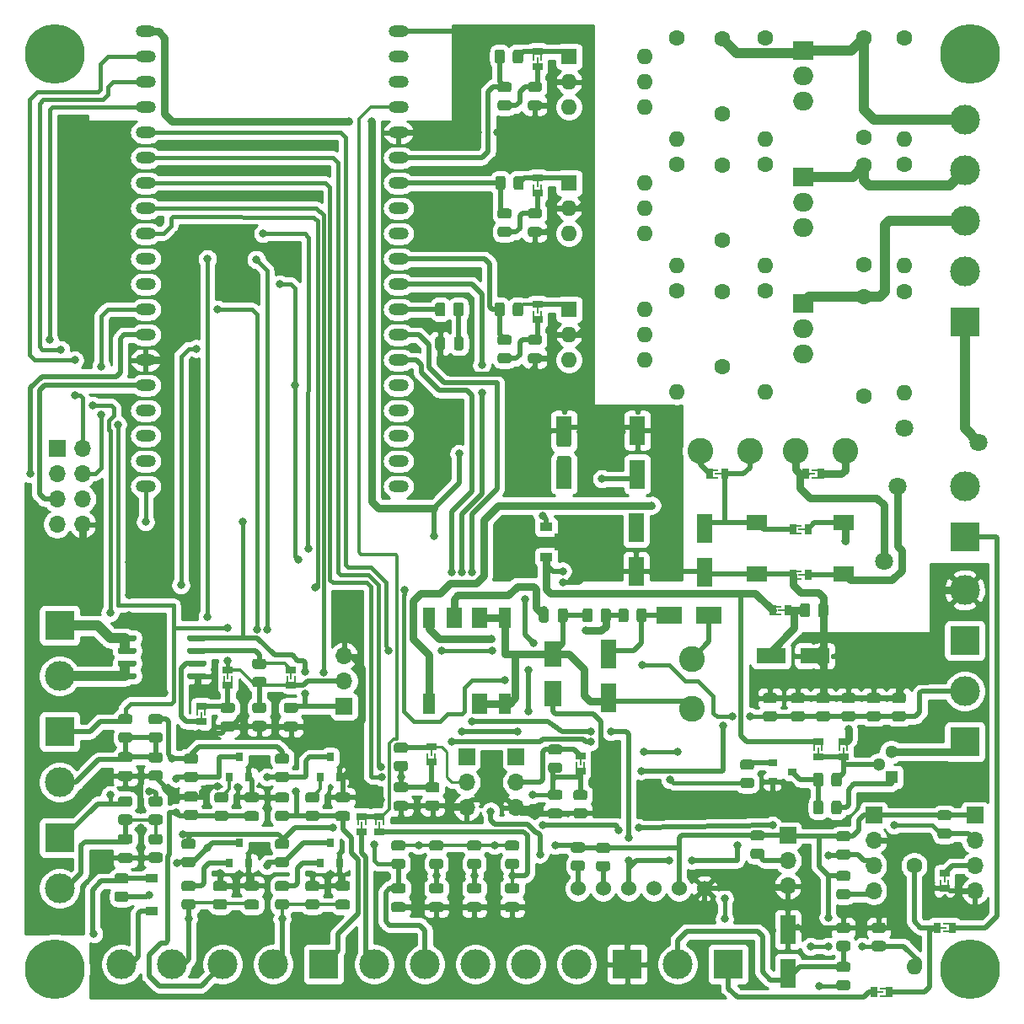
<source format=gtl>
G04 #@! TF.GenerationSoftware,KiCad,Pcbnew,5.1.9-73d0e3b20d~88~ubuntu20.04.1*
G04 #@! TF.CreationDate,2021-03-10T20:51:34-03:00*
G04 #@! TF.ProjectId,std_board,7374645f-626f-4617-9264-2e6b69636164,rev?*
G04 #@! TF.SameCoordinates,Original*
G04 #@! TF.FileFunction,Copper,L1,Top*
G04 #@! TF.FilePolarity,Positive*
%FSLAX46Y46*%
G04 Gerber Fmt 4.6, Leading zero omitted, Abs format (unit mm)*
G04 Created by KiCad (PCBNEW 5.1.9-73d0e3b20d~88~ubuntu20.04.1) date 2021-03-10 20:51:34*
%MOMM*%
%LPD*%
G01*
G04 APERTURE LIST*
G04 #@! TA.AperFunction,ComponentPad*
%ADD10O,2.000000X1.200000*%
G04 #@! TD*
G04 #@! TA.AperFunction,ComponentPad*
%ADD11O,1.600000X1.600000*%
G04 #@! TD*
G04 #@! TA.AperFunction,ComponentPad*
%ADD12C,1.600000*%
G04 #@! TD*
G04 #@! TA.AperFunction,ComponentPad*
%ADD13C,2.600000*%
G04 #@! TD*
G04 #@! TA.AperFunction,ComponentPad*
%ADD14C,1.524000*%
G04 #@! TD*
G04 #@! TA.AperFunction,SMDPad,CuDef*
%ADD15R,1.600200X2.999740*%
G04 #@! TD*
G04 #@! TA.AperFunction,ComponentPad*
%ADD16R,1.600000X1.600000*%
G04 #@! TD*
G04 #@! TA.AperFunction,ComponentPad*
%ADD17C,6.000000*%
G04 #@! TD*
G04 #@! TA.AperFunction,SMDPad,CuDef*
%ADD18R,0.200000X1.000000*%
G04 #@! TD*
G04 #@! TA.AperFunction,SMDPad,CuDef*
%ADD19R,0.254000X1.000000*%
G04 #@! TD*
G04 #@! TA.AperFunction,SMDPad,CuDef*
%ADD20R,1.016000X0.762000*%
G04 #@! TD*
G04 #@! TA.AperFunction,ComponentPad*
%ADD21C,1.800000*%
G04 #@! TD*
G04 #@! TA.AperFunction,ComponentPad*
%ADD22O,1.700000X1.700000*%
G04 #@! TD*
G04 #@! TA.AperFunction,ComponentPad*
%ADD23R,1.700000X1.700000*%
G04 #@! TD*
G04 #@! TA.AperFunction,SMDPad,CuDef*
%ADD24C,0.100000*%
G04 #@! TD*
G04 #@! TA.AperFunction,SMDPad,CuDef*
%ADD25R,1.300000X0.900000*%
G04 #@! TD*
G04 #@! TA.AperFunction,SMDPad,CuDef*
%ADD26R,1.000000X0.200000*%
G04 #@! TD*
G04 #@! TA.AperFunction,SMDPad,CuDef*
%ADD27R,1.000000X0.254000*%
G04 #@! TD*
G04 #@! TA.AperFunction,SMDPad,CuDef*
%ADD28R,0.762000X1.016000*%
G04 #@! TD*
G04 #@! TA.AperFunction,SMDPad,CuDef*
%ADD29R,1.200000X0.900000*%
G04 #@! TD*
G04 #@! TA.AperFunction,SMDPad,CuDef*
%ADD30R,0.800000X0.900000*%
G04 #@! TD*
G04 #@! TA.AperFunction,ComponentPad*
%ADD31O,2.000000X1.905000*%
G04 #@! TD*
G04 #@! TA.AperFunction,ComponentPad*
%ADD32R,2.000000X1.905000*%
G04 #@! TD*
G04 #@! TA.AperFunction,ComponentPad*
%ADD33R,1.300000X1.300000*%
G04 #@! TD*
G04 #@! TA.AperFunction,ComponentPad*
%ADD34C,1.300000*%
G04 #@! TD*
G04 #@! TA.AperFunction,SMDPad,CuDef*
%ADD35R,0.900000X0.800000*%
G04 #@! TD*
G04 #@! TA.AperFunction,SMDPad,CuDef*
%ADD36R,2.000000X1.500000*%
G04 #@! TD*
G04 #@! TA.AperFunction,ComponentPad*
%ADD37C,3.000000*%
G04 #@! TD*
G04 #@! TA.AperFunction,ComponentPad*
%ADD38R,3.000000X3.000000*%
G04 #@! TD*
G04 #@! TA.AperFunction,SMDPad,CuDef*
%ADD39R,2.999740X1.600200*%
G04 #@! TD*
G04 #@! TA.AperFunction,SMDPad,CuDef*
%ADD40R,2.500000X1.800000*%
G04 #@! TD*
G04 #@! TA.AperFunction,SMDPad,CuDef*
%ADD41R,1.800000X2.500000*%
G04 #@! TD*
G04 #@! TA.AperFunction,SMDPad,CuDef*
%ADD42R,1.170000X2.000000*%
G04 #@! TD*
G04 #@! TA.AperFunction,SMDPad,CuDef*
%ADD43R,1.520000X2.000000*%
G04 #@! TD*
G04 #@! TA.AperFunction,ViaPad*
%ADD44C,0.800000*%
G04 #@! TD*
G04 #@! TA.AperFunction,Conductor*
%ADD45C,0.500000*%
G04 #@! TD*
G04 #@! TA.AperFunction,Conductor*
%ADD46C,0.750000*%
G04 #@! TD*
G04 #@! TA.AperFunction,Conductor*
%ADD47C,0.400000*%
G04 #@! TD*
G04 #@! TA.AperFunction,Conductor*
%ADD48C,0.250000*%
G04 #@! TD*
G04 #@! TA.AperFunction,Conductor*
%ADD49C,0.300000*%
G04 #@! TD*
G04 #@! TA.AperFunction,Conductor*
%ADD50C,1.000000*%
G04 #@! TD*
G04 #@! TA.AperFunction,Conductor*
%ADD51C,0.254000*%
G04 #@! TD*
G04 #@! TA.AperFunction,Conductor*
%ADD52C,0.100000*%
G04 #@! TD*
G04 APERTURE END LIST*
D10*
X12700000Y-45720000D03*
X38100000Y-45720000D03*
X12700000Y-43180000D03*
X38100000Y-43180000D03*
X12700000Y-40640000D03*
X38100000Y-40640000D03*
X12700000Y-38100000D03*
X38100000Y-38100000D03*
X12700000Y-35560000D03*
X38100000Y-35560000D03*
X12700000Y-33020000D03*
X38100000Y-33020000D03*
X12700000Y-30480000D03*
X38100000Y-30480000D03*
X12700000Y-27940000D03*
X38100000Y-27940000D03*
X12700000Y-25400000D03*
X38100000Y-25400000D03*
X12700000Y-22860000D03*
X38100000Y-22860000D03*
X12700000Y-20320000D03*
X38100000Y-20320000D03*
X12700000Y-17780000D03*
X38100000Y-17780000D03*
X12700000Y-15240000D03*
X38100000Y-15240000D03*
X12700000Y-12700000D03*
X38100000Y-12700000D03*
X12700000Y-10160000D03*
X38100000Y-10160000D03*
X12700000Y-7620000D03*
X38100000Y-7620000D03*
X12700000Y-5080000D03*
X38100000Y-5080000D03*
X12700000Y-2540000D03*
X38100000Y-2540000D03*
X12700000Y0D03*
X38100000Y0D03*
D11*
X89916000Y-93980000D03*
D12*
X89916000Y-83820000D03*
G04 #@! TA.AperFunction,SMDPad,CuDef*
G36*
G01*
X92513999Y-80077500D02*
X93414001Y-80077500D01*
G75*
G02*
X93664000Y-80327499I0J-249999D01*
G01*
X93664000Y-80852501D01*
G75*
G02*
X93414001Y-81102500I-249999J0D01*
G01*
X92513999Y-81102500D01*
G75*
G02*
X92264000Y-80852501I0J249999D01*
G01*
X92264000Y-80327499D01*
G75*
G02*
X92513999Y-80077500I249999J0D01*
G01*
G37*
G04 #@! TD.AperFunction*
G04 #@! TA.AperFunction,SMDPad,CuDef*
G36*
G01*
X92513999Y-78252500D02*
X93414001Y-78252500D01*
G75*
G02*
X93664000Y-78502499I0J-249999D01*
G01*
X93664000Y-79027501D01*
G75*
G02*
X93414001Y-79277500I-249999J0D01*
G01*
X92513999Y-79277500D01*
G75*
G02*
X92264000Y-79027501I0J249999D01*
G01*
X92264000Y-78502499D01*
G75*
G02*
X92513999Y-78252500I249999J0D01*
G01*
G37*
G04 #@! TD.AperFunction*
D13*
X77978000Y-42164000D03*
X82978000Y-42164000D03*
D14*
X61976000Y-54610000D03*
X61976000Y-49530000D03*
D15*
X61976000Y-54269640D03*
X61976000Y-49870360D03*
D11*
X66040000Y-10795000D03*
D12*
X66040000Y-635000D03*
D11*
X62865000Y-2540000D03*
X55245000Y-7620000D03*
X62865000Y-5080000D03*
X55245000Y-5080000D03*
X62865000Y-7620000D03*
D16*
X55245000Y-2540000D03*
G04 #@! TA.AperFunction,SMDPad,CuDef*
G36*
G01*
X16901000Y-61110000D02*
X16901000Y-60810000D01*
G75*
G02*
X17051000Y-60660000I150000J0D01*
G01*
X18651000Y-60660000D01*
G75*
G02*
X18801000Y-60810000I0J-150000D01*
G01*
X18801000Y-61110000D01*
G75*
G02*
X18651000Y-61260000I-150000J0D01*
G01*
X17051000Y-61260000D01*
G75*
G02*
X16901000Y-61110000I0J150000D01*
G01*
G37*
G04 #@! TD.AperFunction*
G04 #@! TA.AperFunction,SMDPad,CuDef*
G36*
G01*
X16901000Y-62380000D02*
X16901000Y-62080000D01*
G75*
G02*
X17051000Y-61930000I150000J0D01*
G01*
X18651000Y-61930000D01*
G75*
G02*
X18801000Y-62080000I0J-150000D01*
G01*
X18801000Y-62380000D01*
G75*
G02*
X18651000Y-62530000I-150000J0D01*
G01*
X17051000Y-62530000D01*
G75*
G02*
X16901000Y-62380000I0J150000D01*
G01*
G37*
G04 #@! TD.AperFunction*
G04 #@! TA.AperFunction,SMDPad,CuDef*
G36*
G01*
X16901000Y-63650000D02*
X16901000Y-63350000D01*
G75*
G02*
X17051000Y-63200000I150000J0D01*
G01*
X18651000Y-63200000D01*
G75*
G02*
X18801000Y-63350000I0J-150000D01*
G01*
X18801000Y-63650000D01*
G75*
G02*
X18651000Y-63800000I-150000J0D01*
G01*
X17051000Y-63800000D01*
G75*
G02*
X16901000Y-63650000I0J150000D01*
G01*
G37*
G04 #@! TD.AperFunction*
G04 #@! TA.AperFunction,SMDPad,CuDef*
G36*
G01*
X16901000Y-64920000D02*
X16901000Y-64620000D01*
G75*
G02*
X17051000Y-64470000I150000J0D01*
G01*
X18651000Y-64470000D01*
G75*
G02*
X18801000Y-64620000I0J-150000D01*
G01*
X18801000Y-64920000D01*
G75*
G02*
X18651000Y-65070000I-150000J0D01*
G01*
X17051000Y-65070000D01*
G75*
G02*
X16901000Y-64920000I0J150000D01*
G01*
G37*
G04 #@! TD.AperFunction*
G04 #@! TA.AperFunction,SMDPad,CuDef*
G36*
G01*
X9901000Y-64920000D02*
X9901000Y-64620000D01*
G75*
G02*
X10051000Y-64470000I150000J0D01*
G01*
X11651000Y-64470000D01*
G75*
G02*
X11801000Y-64620000I0J-150000D01*
G01*
X11801000Y-64920000D01*
G75*
G02*
X11651000Y-65070000I-150000J0D01*
G01*
X10051000Y-65070000D01*
G75*
G02*
X9901000Y-64920000I0J150000D01*
G01*
G37*
G04 #@! TD.AperFunction*
G04 #@! TA.AperFunction,SMDPad,CuDef*
G36*
G01*
X9901000Y-63650000D02*
X9901000Y-63350000D01*
G75*
G02*
X10051000Y-63200000I150000J0D01*
G01*
X11651000Y-63200000D01*
G75*
G02*
X11801000Y-63350000I0J-150000D01*
G01*
X11801000Y-63650000D01*
G75*
G02*
X11651000Y-63800000I-150000J0D01*
G01*
X10051000Y-63800000D01*
G75*
G02*
X9901000Y-63650000I0J150000D01*
G01*
G37*
G04 #@! TD.AperFunction*
G04 #@! TA.AperFunction,SMDPad,CuDef*
G36*
G01*
X9901000Y-62380000D02*
X9901000Y-62080000D01*
G75*
G02*
X10051000Y-61930000I150000J0D01*
G01*
X11651000Y-61930000D01*
G75*
G02*
X11801000Y-62080000I0J-150000D01*
G01*
X11801000Y-62380000D01*
G75*
G02*
X11651000Y-62530000I-150000J0D01*
G01*
X10051000Y-62530000D01*
G75*
G02*
X9901000Y-62380000I0J150000D01*
G01*
G37*
G04 #@! TD.AperFunction*
G04 #@! TA.AperFunction,SMDPad,CuDef*
G36*
G01*
X9901000Y-61110000D02*
X9901000Y-60810000D01*
G75*
G02*
X10051000Y-60660000I150000J0D01*
G01*
X11651000Y-60660000D01*
G75*
G02*
X11801000Y-60810000I0J-150000D01*
G01*
X11801000Y-61110000D01*
G75*
G02*
X11651000Y-61260000I-150000J0D01*
G01*
X10051000Y-61260000D01*
G75*
G02*
X9901000Y-61110000I0J150000D01*
G01*
G37*
G04 #@! TD.AperFunction*
G04 #@! TA.AperFunction,SMDPad,CuDef*
G36*
G01*
X49055000Y-87493500D02*
X50005000Y-87493500D01*
G75*
G02*
X50255000Y-87743500I0J-250000D01*
G01*
X50255000Y-88243500D01*
G75*
G02*
X50005000Y-88493500I-250000J0D01*
G01*
X49055000Y-88493500D01*
G75*
G02*
X48805000Y-88243500I0J250000D01*
G01*
X48805000Y-87743500D01*
G75*
G02*
X49055000Y-87493500I250000J0D01*
G01*
G37*
G04 #@! TD.AperFunction*
G04 #@! TA.AperFunction,SMDPad,CuDef*
G36*
G01*
X49055000Y-85593500D02*
X50005000Y-85593500D01*
G75*
G02*
X50255000Y-85843500I0J-250000D01*
G01*
X50255000Y-86343500D01*
G75*
G02*
X50005000Y-86593500I-250000J0D01*
G01*
X49055000Y-86593500D01*
G75*
G02*
X48805000Y-86343500I0J250000D01*
G01*
X48805000Y-85843500D01*
G75*
G02*
X49055000Y-85593500I250000J0D01*
G01*
G37*
G04 #@! TD.AperFunction*
D11*
X88900000Y-23495000D03*
D12*
X88900000Y-13335000D03*
D11*
X88900000Y-36322000D03*
D12*
X88900000Y-26162000D03*
G04 #@! TA.AperFunction,SMDPad,CuDef*
G36*
G01*
X51359750Y-6975500D02*
X52272250Y-6975500D01*
G75*
G02*
X52516000Y-7219250I0J-243750D01*
G01*
X52516000Y-7706750D01*
G75*
G02*
X52272250Y-7950500I-243750J0D01*
G01*
X51359750Y-7950500D01*
G75*
G02*
X51116000Y-7706750I0J243750D01*
G01*
X51116000Y-7219250D01*
G75*
G02*
X51359750Y-6975500I243750J0D01*
G01*
G37*
G04 #@! TD.AperFunction*
G04 #@! TA.AperFunction,SMDPad,CuDef*
G36*
G01*
X51359750Y-5100500D02*
X52272250Y-5100500D01*
G75*
G02*
X52516000Y-5344250I0J-243750D01*
G01*
X52516000Y-5831750D01*
G75*
G02*
X52272250Y-6075500I-243750J0D01*
G01*
X51359750Y-6075500D01*
G75*
G02*
X51116000Y-5831750I0J243750D01*
G01*
X51116000Y-5344250D01*
G75*
G02*
X51359750Y-5100500I243750J0D01*
G01*
G37*
G04 #@! TD.AperFunction*
G04 #@! TA.AperFunction,SMDPad,CuDef*
G36*
G01*
X86810001Y-90580500D02*
X85909999Y-90580500D01*
G75*
G02*
X85660000Y-90330501I0J249999D01*
G01*
X85660000Y-89805499D01*
G75*
G02*
X85909999Y-89555500I249999J0D01*
G01*
X86810001Y-89555500D01*
G75*
G02*
X87060000Y-89805499I0J-249999D01*
G01*
X87060000Y-90330501D01*
G75*
G02*
X86810001Y-90580500I-249999J0D01*
G01*
G37*
G04 #@! TD.AperFunction*
G04 #@! TA.AperFunction,SMDPad,CuDef*
G36*
G01*
X86810001Y-92405500D02*
X85909999Y-92405500D01*
G75*
G02*
X85660000Y-92155501I0J249999D01*
G01*
X85660000Y-91630499D01*
G75*
G02*
X85909999Y-91380500I249999J0D01*
G01*
X86810001Y-91380500D01*
G75*
G02*
X87060000Y-91630499I0J-249999D01*
G01*
X87060000Y-92155501D01*
G75*
G02*
X86810001Y-92405500I-249999J0D01*
G01*
G37*
G04 #@! TD.AperFunction*
D17*
X3556000Y-94234000D03*
X3556000Y-2286000D03*
G04 #@! TA.AperFunction,SMDPad,CuDef*
G36*
G01*
X41435000Y-87493500D02*
X42385000Y-87493500D01*
G75*
G02*
X42635000Y-87743500I0J-250000D01*
G01*
X42635000Y-88243500D01*
G75*
G02*
X42385000Y-88493500I-250000J0D01*
G01*
X41435000Y-88493500D01*
G75*
G02*
X41185000Y-88243500I0J250000D01*
G01*
X41185000Y-87743500D01*
G75*
G02*
X41435000Y-87493500I250000J0D01*
G01*
G37*
G04 #@! TD.AperFunction*
G04 #@! TA.AperFunction,SMDPad,CuDef*
G36*
G01*
X41435000Y-85593500D02*
X42385000Y-85593500D01*
G75*
G02*
X42635000Y-85843500I0J-250000D01*
G01*
X42635000Y-86343500D01*
G75*
G02*
X42385000Y-86593500I-250000J0D01*
G01*
X41435000Y-86593500D01*
G75*
G02*
X41185000Y-86343500I0J250000D01*
G01*
X41185000Y-85843500D01*
G75*
G02*
X41435000Y-85593500I250000J0D01*
G01*
G37*
G04 #@! TD.AperFunction*
G04 #@! TA.AperFunction,SMDPad,CuDef*
G36*
G01*
X45245000Y-87493500D02*
X46195000Y-87493500D01*
G75*
G02*
X46445000Y-87743500I0J-250000D01*
G01*
X46445000Y-88243500D01*
G75*
G02*
X46195000Y-88493500I-250000J0D01*
G01*
X45245000Y-88493500D01*
G75*
G02*
X44995000Y-88243500I0J250000D01*
G01*
X44995000Y-87743500D01*
G75*
G02*
X45245000Y-87493500I250000J0D01*
G01*
G37*
G04 #@! TD.AperFunction*
G04 #@! TA.AperFunction,SMDPad,CuDef*
G36*
G01*
X45245000Y-85593500D02*
X46195000Y-85593500D01*
G75*
G02*
X46445000Y-85843500I0J-250000D01*
G01*
X46445000Y-86343500D01*
G75*
G02*
X46195000Y-86593500I-250000J0D01*
G01*
X45245000Y-86593500D01*
G75*
G02*
X44995000Y-86343500I0J250000D01*
G01*
X44995000Y-85843500D01*
G75*
G02*
X45245000Y-85593500I250000J0D01*
G01*
G37*
G04 #@! TD.AperFunction*
G04 #@! TA.AperFunction,SMDPad,CuDef*
G36*
G01*
X32987000Y-86339500D02*
X32037000Y-86339500D01*
G75*
G02*
X31787000Y-86089500I0J250000D01*
G01*
X31787000Y-85589500D01*
G75*
G02*
X32037000Y-85339500I250000J0D01*
G01*
X32987000Y-85339500D01*
G75*
G02*
X33237000Y-85589500I0J-250000D01*
G01*
X33237000Y-86089500D01*
G75*
G02*
X32987000Y-86339500I-250000J0D01*
G01*
G37*
G04 #@! TD.AperFunction*
G04 #@! TA.AperFunction,SMDPad,CuDef*
G36*
G01*
X32987000Y-88239500D02*
X32037000Y-88239500D01*
G75*
G02*
X31787000Y-87989500I0J250000D01*
G01*
X31787000Y-87489500D01*
G75*
G02*
X32037000Y-87239500I250000J0D01*
G01*
X32987000Y-87239500D01*
G75*
G02*
X33237000Y-87489500I0J-250000D01*
G01*
X33237000Y-87989500D01*
G75*
G02*
X32987000Y-88239500I-250000J0D01*
G01*
G37*
G04 #@! TD.AperFunction*
G04 #@! TA.AperFunction,SMDPad,CuDef*
G36*
G01*
X26830000Y-69362500D02*
X27780000Y-69362500D01*
G75*
G02*
X28030000Y-69612500I0J-250000D01*
G01*
X28030000Y-70112500D01*
G75*
G02*
X27780000Y-70362500I-250000J0D01*
G01*
X26830000Y-70362500D01*
G75*
G02*
X26580000Y-70112500I0J250000D01*
G01*
X26580000Y-69612500D01*
G75*
G02*
X26830000Y-69362500I250000J0D01*
G01*
G37*
G04 #@! TD.AperFunction*
G04 #@! TA.AperFunction,SMDPad,CuDef*
G36*
G01*
X26830000Y-67462500D02*
X27780000Y-67462500D01*
G75*
G02*
X28030000Y-67712500I0J-250000D01*
G01*
X28030000Y-68212500D01*
G75*
G02*
X27780000Y-68462500I-250000J0D01*
G01*
X26830000Y-68462500D01*
G75*
G02*
X26580000Y-68212500I0J250000D01*
G01*
X26580000Y-67712500D01*
G75*
G02*
X26830000Y-67462500I250000J0D01*
G01*
G37*
G04 #@! TD.AperFunction*
D18*
X52070000Y-3111500D03*
D19*
X52451000Y-2413000D03*
D20*
X52070000Y-2032000D03*
D19*
X51689000Y-2413000D03*
D20*
X52070000Y-3556000D03*
D18*
X52070000Y-27876500D03*
D19*
X51689000Y-28575000D03*
D20*
X52070000Y-28956000D03*
D19*
X52451000Y-28575000D03*
D20*
X52070000Y-27432000D03*
D18*
X52070000Y-15176500D03*
D19*
X51689000Y-15875000D03*
D20*
X52070000Y-16256000D03*
D19*
X52451000Y-15875000D03*
D20*
X52070000Y-14732000D03*
D18*
X41402000Y-72326500D03*
D19*
X41021000Y-73025000D03*
D20*
X41402000Y-73406000D03*
D19*
X41783000Y-73025000D03*
D20*
X41402000Y-71882000D03*
G04 #@! TA.AperFunction,SMDPad,CuDef*
G36*
G01*
X49676000Y-15690001D02*
X49676000Y-14789999D01*
G75*
G02*
X49925999Y-14540000I249999J0D01*
G01*
X50451001Y-14540000D01*
G75*
G02*
X50701000Y-14789999I0J-249999D01*
G01*
X50701000Y-15690001D01*
G75*
G02*
X50451001Y-15940000I-249999J0D01*
G01*
X49925999Y-15940000D01*
G75*
G02*
X49676000Y-15690001I0J249999D01*
G01*
G37*
G04 #@! TD.AperFunction*
G04 #@! TA.AperFunction,SMDPad,CuDef*
G36*
G01*
X47851000Y-15690001D02*
X47851000Y-14789999D01*
G75*
G02*
X48100999Y-14540000I249999J0D01*
G01*
X48626001Y-14540000D01*
G75*
G02*
X48876000Y-14789999I0J-249999D01*
G01*
X48876000Y-15690001D01*
G75*
G02*
X48626001Y-15940000I-249999J0D01*
G01*
X48100999Y-15940000D01*
G75*
G02*
X47851000Y-15690001I0J249999D01*
G01*
G37*
G04 #@! TD.AperFunction*
G04 #@! TA.AperFunction,SMDPad,CuDef*
G36*
G01*
X16567999Y-82950000D02*
X17468001Y-82950000D01*
G75*
G02*
X17718000Y-83199999I0J-249999D01*
G01*
X17718000Y-83725001D01*
G75*
G02*
X17468001Y-83975000I-249999J0D01*
G01*
X16567999Y-83975000D01*
G75*
G02*
X16318000Y-83725001I0J249999D01*
G01*
X16318000Y-83199999D01*
G75*
G02*
X16567999Y-82950000I249999J0D01*
G01*
G37*
G04 #@! TD.AperFunction*
G04 #@! TA.AperFunction,SMDPad,CuDef*
G36*
G01*
X16567999Y-81125000D02*
X17468001Y-81125000D01*
G75*
G02*
X17718000Y-81374999I0J-249999D01*
G01*
X17718000Y-81900001D01*
G75*
G02*
X17468001Y-82150000I-249999J0D01*
G01*
X16567999Y-82150000D01*
G75*
G02*
X16318000Y-81900001I0J249999D01*
G01*
X16318000Y-81374999D01*
G75*
G02*
X16567999Y-81125000I249999J0D01*
G01*
G37*
G04 #@! TD.AperFunction*
G04 #@! TA.AperFunction,SMDPad,CuDef*
G36*
G01*
X16821999Y-74392500D02*
X17722001Y-74392500D01*
G75*
G02*
X17972000Y-74642499I0J-249999D01*
G01*
X17972000Y-75167501D01*
G75*
G02*
X17722001Y-75417500I-249999J0D01*
G01*
X16821999Y-75417500D01*
G75*
G02*
X16572000Y-75167501I0J249999D01*
G01*
X16572000Y-74642499D01*
G75*
G02*
X16821999Y-74392500I249999J0D01*
G01*
G37*
G04 #@! TD.AperFunction*
G04 #@! TA.AperFunction,SMDPad,CuDef*
G36*
G01*
X16821999Y-72567500D02*
X17722001Y-72567500D01*
G75*
G02*
X17972000Y-72817499I0J-249999D01*
G01*
X17972000Y-73342501D01*
G75*
G02*
X17722001Y-73592500I-249999J0D01*
G01*
X16821999Y-73592500D01*
G75*
G02*
X16572000Y-73342501I0J249999D01*
G01*
X16572000Y-72817499D01*
G75*
G02*
X16821999Y-72567500I249999J0D01*
G01*
G37*
G04 #@! TD.AperFunction*
G04 #@! TA.AperFunction,SMDPad,CuDef*
G36*
G01*
X20770001Y-77499500D02*
X19869999Y-77499500D01*
G75*
G02*
X19620000Y-77249501I0J249999D01*
G01*
X19620000Y-76724499D01*
G75*
G02*
X19869999Y-76474500I249999J0D01*
G01*
X20770001Y-76474500D01*
G75*
G02*
X21020000Y-76724499I0J-249999D01*
G01*
X21020000Y-77249501D01*
G75*
G02*
X20770001Y-77499500I-249999J0D01*
G01*
G37*
G04 #@! TD.AperFunction*
G04 #@! TA.AperFunction,SMDPad,CuDef*
G36*
G01*
X20770001Y-79324500D02*
X19869999Y-79324500D01*
G75*
G02*
X19620000Y-79074501I0J249999D01*
G01*
X19620000Y-78549499D01*
G75*
G02*
X19869999Y-78299500I249999J0D01*
G01*
X20770001Y-78299500D01*
G75*
G02*
X21020000Y-78549499I0J-249999D01*
G01*
X21020000Y-79074501D01*
G75*
G02*
X20770001Y-79324500I-249999J0D01*
G01*
G37*
G04 #@! TD.AperFunction*
G04 #@! TA.AperFunction,SMDPad,CuDef*
G36*
G01*
X20643001Y-86389500D02*
X19742999Y-86389500D01*
G75*
G02*
X19493000Y-86139501I0J249999D01*
G01*
X19493000Y-85614499D01*
G75*
G02*
X19742999Y-85364500I249999J0D01*
G01*
X20643001Y-85364500D01*
G75*
G02*
X20893000Y-85614499I0J-249999D01*
G01*
X20893000Y-86139501D01*
G75*
G02*
X20643001Y-86389500I-249999J0D01*
G01*
G37*
G04 #@! TD.AperFunction*
G04 #@! TA.AperFunction,SMDPad,CuDef*
G36*
G01*
X20643001Y-88214500D02*
X19742999Y-88214500D01*
G75*
G02*
X19493000Y-87964501I0J249999D01*
G01*
X19493000Y-87439499D01*
G75*
G02*
X19742999Y-87189500I249999J0D01*
G01*
X20643001Y-87189500D01*
G75*
G02*
X20893000Y-87439499I0J-249999D01*
G01*
X20893000Y-87964501D01*
G75*
G02*
X20643001Y-88214500I-249999J0D01*
G01*
G37*
G04 #@! TD.AperFunction*
G04 #@! TA.AperFunction,SMDPad,CuDef*
G36*
G01*
X17722001Y-77402500D02*
X16821999Y-77402500D01*
G75*
G02*
X16572000Y-77152501I0J249999D01*
G01*
X16572000Y-76627499D01*
G75*
G02*
X16821999Y-76377500I249999J0D01*
G01*
X17722001Y-76377500D01*
G75*
G02*
X17972000Y-76627499I0J-249999D01*
G01*
X17972000Y-77152501D01*
G75*
G02*
X17722001Y-77402500I-249999J0D01*
G01*
G37*
G04 #@! TD.AperFunction*
G04 #@! TA.AperFunction,SMDPad,CuDef*
G36*
G01*
X17722001Y-79227500D02*
X16821999Y-79227500D01*
G75*
G02*
X16572000Y-78977501I0J249999D01*
G01*
X16572000Y-78452499D01*
G75*
G02*
X16821999Y-78202500I249999J0D01*
G01*
X17722001Y-78202500D01*
G75*
G02*
X17972000Y-78452499I0J-249999D01*
G01*
X17972000Y-78977501D01*
G75*
G02*
X17722001Y-79227500I-249999J0D01*
G01*
G37*
G04 #@! TD.AperFunction*
G04 #@! TA.AperFunction,SMDPad,CuDef*
G36*
G01*
X26866001Y-82150000D02*
X25965999Y-82150000D01*
G75*
G02*
X25716000Y-81900001I0J249999D01*
G01*
X25716000Y-81374999D01*
G75*
G02*
X25965999Y-81125000I249999J0D01*
G01*
X26866001Y-81125000D01*
G75*
G02*
X27116000Y-81374999I0J-249999D01*
G01*
X27116000Y-81900001D01*
G75*
G02*
X26866001Y-82150000I-249999J0D01*
G01*
G37*
G04 #@! TD.AperFunction*
G04 #@! TA.AperFunction,SMDPad,CuDef*
G36*
G01*
X26866001Y-83975000D02*
X25965999Y-83975000D01*
G75*
G02*
X25716000Y-83725001I0J249999D01*
G01*
X25716000Y-83199999D01*
G75*
G02*
X25965999Y-82950000I249999J0D01*
G01*
X26866001Y-82950000D01*
G75*
G02*
X27116000Y-83199999I0J-249999D01*
G01*
X27116000Y-83725001D01*
G75*
G02*
X26866001Y-83975000I-249999J0D01*
G01*
G37*
G04 #@! TD.AperFunction*
G04 #@! TA.AperFunction,SMDPad,CuDef*
G36*
G01*
X26866001Y-73592500D02*
X25965999Y-73592500D01*
G75*
G02*
X25716000Y-73342501I0J249999D01*
G01*
X25716000Y-72817499D01*
G75*
G02*
X25965999Y-72567500I249999J0D01*
G01*
X26866001Y-72567500D01*
G75*
G02*
X27116000Y-72817499I0J-249999D01*
G01*
X27116000Y-73342501D01*
G75*
G02*
X26866001Y-73592500I-249999J0D01*
G01*
G37*
G04 #@! TD.AperFunction*
G04 #@! TA.AperFunction,SMDPad,CuDef*
G36*
G01*
X26866001Y-75417500D02*
X25965999Y-75417500D01*
G75*
G02*
X25716000Y-75167501I0J249999D01*
G01*
X25716000Y-74642499D01*
G75*
G02*
X25965999Y-74392500I249999J0D01*
G01*
X26866001Y-74392500D01*
G75*
G02*
X27116000Y-74642499I0J-249999D01*
G01*
X27116000Y-75167501D01*
G75*
G02*
X26866001Y-75417500I-249999J0D01*
G01*
G37*
G04 #@! TD.AperFunction*
G04 #@! TA.AperFunction,SMDPad,CuDef*
G36*
G01*
X37903999Y-73298000D02*
X38804001Y-73298000D01*
G75*
G02*
X39054000Y-73547999I0J-249999D01*
G01*
X39054000Y-74073001D01*
G75*
G02*
X38804001Y-74323000I-249999J0D01*
G01*
X37903999Y-74323000D01*
G75*
G02*
X37654000Y-74073001I0J249999D01*
G01*
X37654000Y-73547999D01*
G75*
G02*
X37903999Y-73298000I249999J0D01*
G01*
G37*
G04 #@! TD.AperFunction*
G04 #@! TA.AperFunction,SMDPad,CuDef*
G36*
G01*
X37903999Y-71473000D02*
X38804001Y-71473000D01*
G75*
G02*
X39054000Y-71722999I0J-249999D01*
G01*
X39054000Y-72248001D01*
G75*
G02*
X38804001Y-72498000I-249999J0D01*
G01*
X37903999Y-72498000D01*
G75*
G02*
X37654000Y-72248001I0J249999D01*
G01*
X37654000Y-71722999D01*
G75*
G02*
X37903999Y-71473000I249999J0D01*
G01*
G37*
G04 #@! TD.AperFunction*
G04 #@! TA.AperFunction,SMDPad,CuDef*
G36*
G01*
X26866001Y-86389500D02*
X25965999Y-86389500D01*
G75*
G02*
X25716000Y-86139501I0J249999D01*
G01*
X25716000Y-85614499D01*
G75*
G02*
X25965999Y-85364500I249999J0D01*
G01*
X26866001Y-85364500D01*
G75*
G02*
X27116000Y-85614499I0J-249999D01*
G01*
X27116000Y-86139501D01*
G75*
G02*
X26866001Y-86389500I-249999J0D01*
G01*
G37*
G04 #@! TD.AperFunction*
G04 #@! TA.AperFunction,SMDPad,CuDef*
G36*
G01*
X26866001Y-88214500D02*
X25965999Y-88214500D01*
G75*
G02*
X25716000Y-87964501I0J249999D01*
G01*
X25716000Y-87439499D01*
G75*
G02*
X25965999Y-87189500I249999J0D01*
G01*
X26866001Y-87189500D01*
G75*
G02*
X27116000Y-87439499I0J-249999D01*
G01*
X27116000Y-87964501D01*
G75*
G02*
X26866001Y-88214500I-249999J0D01*
G01*
G37*
G04 #@! TD.AperFunction*
G04 #@! TA.AperFunction,SMDPad,CuDef*
G36*
G01*
X29914001Y-77499500D02*
X29013999Y-77499500D01*
G75*
G02*
X28764000Y-77249501I0J249999D01*
G01*
X28764000Y-76724499D01*
G75*
G02*
X29013999Y-76474500I249999J0D01*
G01*
X29914001Y-76474500D01*
G75*
G02*
X30164000Y-76724499I0J-249999D01*
G01*
X30164000Y-77249501D01*
G75*
G02*
X29914001Y-77499500I-249999J0D01*
G01*
G37*
G04 #@! TD.AperFunction*
G04 #@! TA.AperFunction,SMDPad,CuDef*
G36*
G01*
X29914001Y-79324500D02*
X29013999Y-79324500D01*
G75*
G02*
X28764000Y-79074501I0J249999D01*
G01*
X28764000Y-78549499D01*
G75*
G02*
X29013999Y-78299500I249999J0D01*
G01*
X29914001Y-78299500D01*
G75*
G02*
X30164000Y-78549499I0J-249999D01*
G01*
X30164000Y-79074501D01*
G75*
G02*
X29914001Y-79324500I-249999J0D01*
G01*
G37*
G04 #@! TD.AperFunction*
G04 #@! TA.AperFunction,SMDPad,CuDef*
G36*
G01*
X29914001Y-86389500D02*
X29013999Y-86389500D01*
G75*
G02*
X28764000Y-86139501I0J249999D01*
G01*
X28764000Y-85614499D01*
G75*
G02*
X29013999Y-85364500I249999J0D01*
G01*
X29914001Y-85364500D01*
G75*
G02*
X30164000Y-85614499I0J-249999D01*
G01*
X30164000Y-86139501D01*
G75*
G02*
X29914001Y-86389500I-249999J0D01*
G01*
G37*
G04 #@! TD.AperFunction*
G04 #@! TA.AperFunction,SMDPad,CuDef*
G36*
G01*
X29914001Y-88214500D02*
X29013999Y-88214500D01*
G75*
G02*
X28764000Y-87964501I0J249999D01*
G01*
X28764000Y-87439499D01*
G75*
G02*
X29013999Y-87189500I249999J0D01*
G01*
X29914001Y-87189500D01*
G75*
G02*
X30164000Y-87439499I0J-249999D01*
G01*
X30164000Y-87964501D01*
G75*
G02*
X29914001Y-88214500I-249999J0D01*
G01*
G37*
G04 #@! TD.AperFunction*
G04 #@! TA.AperFunction,SMDPad,CuDef*
G36*
G01*
X26866001Y-77499500D02*
X25965999Y-77499500D01*
G75*
G02*
X25716000Y-77249501I0J249999D01*
G01*
X25716000Y-76724499D01*
G75*
G02*
X25965999Y-76474500I249999J0D01*
G01*
X26866001Y-76474500D01*
G75*
G02*
X27116000Y-76724499I0J-249999D01*
G01*
X27116000Y-77249501D01*
G75*
G02*
X26866001Y-77499500I-249999J0D01*
G01*
G37*
G04 #@! TD.AperFunction*
G04 #@! TA.AperFunction,SMDPad,CuDef*
G36*
G01*
X26866001Y-79324500D02*
X25965999Y-79324500D01*
G75*
G02*
X25716000Y-79074501I0J249999D01*
G01*
X25716000Y-78549499D01*
G75*
G02*
X25965999Y-78299500I249999J0D01*
G01*
X26866001Y-78299500D01*
G75*
G02*
X27116000Y-78549499I0J-249999D01*
G01*
X27116000Y-79074501D01*
G75*
G02*
X26866001Y-79324500I-249999J0D01*
G01*
G37*
G04 #@! TD.AperFunction*
G04 #@! TA.AperFunction,SMDPad,CuDef*
G36*
G01*
X41078999Y-77283500D02*
X41979001Y-77283500D01*
G75*
G02*
X42229000Y-77533499I0J-249999D01*
G01*
X42229000Y-78058501D01*
G75*
G02*
X41979001Y-78308500I-249999J0D01*
G01*
X41078999Y-78308500D01*
G75*
G02*
X40829000Y-78058501I0J249999D01*
G01*
X40829000Y-77533499D01*
G75*
G02*
X41078999Y-77283500I249999J0D01*
G01*
G37*
G04 #@! TD.AperFunction*
G04 #@! TA.AperFunction,SMDPad,CuDef*
G36*
G01*
X41078999Y-75458500D02*
X41979001Y-75458500D01*
G75*
G02*
X42229000Y-75708499I0J-249999D01*
G01*
X42229000Y-76233501D01*
G75*
G02*
X41979001Y-76483500I-249999J0D01*
G01*
X41078999Y-76483500D01*
G75*
G02*
X40829000Y-76233501I0J249999D01*
G01*
X40829000Y-75708499D01*
G75*
G02*
X41078999Y-75458500I249999J0D01*
G01*
G37*
G04 #@! TD.AperFunction*
G04 #@! TA.AperFunction,SMDPad,CuDef*
G36*
G01*
X10217999Y-78680500D02*
X11118001Y-78680500D01*
G75*
G02*
X11368000Y-78930499I0J-249999D01*
G01*
X11368000Y-79455501D01*
G75*
G02*
X11118001Y-79705500I-249999J0D01*
G01*
X10217999Y-79705500D01*
G75*
G02*
X9968000Y-79455501I0J249999D01*
G01*
X9968000Y-78930499D01*
G75*
G02*
X10217999Y-78680500I249999J0D01*
G01*
G37*
G04 #@! TD.AperFunction*
G04 #@! TA.AperFunction,SMDPad,CuDef*
G36*
G01*
X10217999Y-76855500D02*
X11118001Y-76855500D01*
G75*
G02*
X11368000Y-77105499I0J-249999D01*
G01*
X11368000Y-77630501D01*
G75*
G02*
X11118001Y-77880500I-249999J0D01*
G01*
X10217999Y-77880500D01*
G75*
G02*
X9968000Y-77630501I0J249999D01*
G01*
X9968000Y-77105499D01*
G75*
G02*
X10217999Y-76855500I249999J0D01*
G01*
G37*
G04 #@! TD.AperFunction*
D21*
X96400000Y-41278000D03*
X88900000Y-39878000D03*
X88265000Y-45720000D03*
X86865000Y-53220000D03*
D11*
X62865000Y-27940000D03*
X55245000Y-33020000D03*
X62865000Y-30480000D03*
X55245000Y-30480000D03*
X62865000Y-33020000D03*
D16*
X55245000Y-27940000D03*
D11*
X62865000Y-15240000D03*
X55245000Y-20320000D03*
X62865000Y-17780000D03*
X55245000Y-17780000D03*
X62865000Y-20320000D03*
D16*
X55245000Y-15240000D03*
G04 #@! TA.AperFunction,SMDPad,CuDef*
G36*
G01*
X45269999Y-83125500D02*
X46170001Y-83125500D01*
G75*
G02*
X46420000Y-83375499I0J-249999D01*
G01*
X46420000Y-83900501D01*
G75*
G02*
X46170001Y-84150500I-249999J0D01*
G01*
X45269999Y-84150500D01*
G75*
G02*
X45020000Y-83900501I0J249999D01*
G01*
X45020000Y-83375499D01*
G75*
G02*
X45269999Y-83125500I249999J0D01*
G01*
G37*
G04 #@! TD.AperFunction*
G04 #@! TA.AperFunction,SMDPad,CuDef*
G36*
G01*
X45269999Y-81300500D02*
X46170001Y-81300500D01*
G75*
G02*
X46420000Y-81550499I0J-249999D01*
G01*
X46420000Y-82075501D01*
G75*
G02*
X46170001Y-82325500I-249999J0D01*
G01*
X45269999Y-82325500D01*
G75*
G02*
X45020000Y-82075501I0J249999D01*
G01*
X45020000Y-81550499D01*
G75*
G02*
X45269999Y-81300500I249999J0D01*
G01*
G37*
G04 #@! TD.AperFunction*
G04 #@! TA.AperFunction,SMDPad,CuDef*
G36*
G01*
X51359750Y-19675500D02*
X52272250Y-19675500D01*
G75*
G02*
X52516000Y-19919250I0J-243750D01*
G01*
X52516000Y-20406750D01*
G75*
G02*
X52272250Y-20650500I-243750J0D01*
G01*
X51359750Y-20650500D01*
G75*
G02*
X51116000Y-20406750I0J243750D01*
G01*
X51116000Y-19919250D01*
G75*
G02*
X51359750Y-19675500I243750J0D01*
G01*
G37*
G04 #@! TD.AperFunction*
G04 #@! TA.AperFunction,SMDPad,CuDef*
G36*
G01*
X51359750Y-17800500D02*
X52272250Y-17800500D01*
G75*
G02*
X52516000Y-18044250I0J-243750D01*
G01*
X52516000Y-18531750D01*
G75*
G02*
X52272250Y-18775500I-243750J0D01*
G01*
X51359750Y-18775500D01*
G75*
G02*
X51116000Y-18531750I0J243750D01*
G01*
X51116000Y-18044250D01*
G75*
G02*
X51359750Y-17800500I243750J0D01*
G01*
G37*
G04 #@! TD.AperFunction*
G04 #@! TA.AperFunction,SMDPad,CuDef*
G36*
G01*
X42778500Y-30912750D02*
X42778500Y-31825250D01*
G75*
G02*
X42534750Y-32069000I-243750J0D01*
G01*
X42047250Y-32069000D01*
G75*
G02*
X41803500Y-31825250I0J243750D01*
G01*
X41803500Y-30912750D01*
G75*
G02*
X42047250Y-30669000I243750J0D01*
G01*
X42534750Y-30669000D01*
G75*
G02*
X42778500Y-30912750I0J-243750D01*
G01*
G37*
G04 #@! TD.AperFunction*
G04 #@! TA.AperFunction,SMDPad,CuDef*
G36*
G01*
X44653500Y-30912750D02*
X44653500Y-31825250D01*
G75*
G02*
X44409750Y-32069000I-243750J0D01*
G01*
X43922250Y-32069000D01*
G75*
G02*
X43678500Y-31825250I0J243750D01*
G01*
X43678500Y-30912750D01*
G75*
G02*
X43922250Y-30669000I243750J0D01*
G01*
X44409750Y-30669000D01*
G75*
G02*
X44653500Y-30912750I0J-243750D01*
G01*
G37*
G04 #@! TD.AperFunction*
G04 #@! TA.AperFunction,SMDPad,CuDef*
G36*
G01*
X13265999Y-82490500D02*
X14166001Y-82490500D01*
G75*
G02*
X14416000Y-82740499I0J-249999D01*
G01*
X14416000Y-83265501D01*
G75*
G02*
X14166001Y-83515500I-249999J0D01*
G01*
X13265999Y-83515500D01*
G75*
G02*
X13016000Y-83265501I0J249999D01*
G01*
X13016000Y-82740499D01*
G75*
G02*
X13265999Y-82490500I249999J0D01*
G01*
G37*
G04 #@! TD.AperFunction*
G04 #@! TA.AperFunction,SMDPad,CuDef*
G36*
G01*
X13265999Y-80665500D02*
X14166001Y-80665500D01*
G75*
G02*
X14416000Y-80915499I0J-249999D01*
G01*
X14416000Y-81440501D01*
G75*
G02*
X14166001Y-81690500I-249999J0D01*
G01*
X13265999Y-81690500D01*
G75*
G02*
X13016000Y-81440501I0J249999D01*
G01*
X13016000Y-80915499D01*
G75*
G02*
X13265999Y-80665500I249999J0D01*
G01*
G37*
G04 #@! TD.AperFunction*
G04 #@! TA.AperFunction,SMDPad,CuDef*
G36*
G01*
X23843000Y-86339500D02*
X22893000Y-86339500D01*
G75*
G02*
X22643000Y-86089500I0J250000D01*
G01*
X22643000Y-85589500D01*
G75*
G02*
X22893000Y-85339500I250000J0D01*
G01*
X23843000Y-85339500D01*
G75*
G02*
X24093000Y-85589500I0J-250000D01*
G01*
X24093000Y-86089500D01*
G75*
G02*
X23843000Y-86339500I-250000J0D01*
G01*
G37*
G04 #@! TD.AperFunction*
G04 #@! TA.AperFunction,SMDPad,CuDef*
G36*
G01*
X23843000Y-88239500D02*
X22893000Y-88239500D01*
G75*
G02*
X22643000Y-87989500I0J250000D01*
G01*
X22643000Y-87489500D01*
G75*
G02*
X22893000Y-87239500I250000J0D01*
G01*
X23843000Y-87239500D01*
G75*
G02*
X24093000Y-87489500I0J-250000D01*
G01*
X24093000Y-87989500D01*
G75*
G02*
X23843000Y-88239500I-250000J0D01*
G01*
G37*
G04 #@! TD.AperFunction*
G04 #@! TA.AperFunction,SMDPad,CuDef*
G36*
G01*
X20480000Y-69362500D02*
X21430000Y-69362500D01*
G75*
G02*
X21680000Y-69612500I0J-250000D01*
G01*
X21680000Y-70112500D01*
G75*
G02*
X21430000Y-70362500I-250000J0D01*
G01*
X20480000Y-70362500D01*
G75*
G02*
X20230000Y-70112500I0J250000D01*
G01*
X20230000Y-69612500D01*
G75*
G02*
X20480000Y-69362500I250000J0D01*
G01*
G37*
G04 #@! TD.AperFunction*
G04 #@! TA.AperFunction,SMDPad,CuDef*
G36*
G01*
X20480000Y-67462500D02*
X21430000Y-67462500D01*
G75*
G02*
X21680000Y-67712500I0J-250000D01*
G01*
X21680000Y-68212500D01*
G75*
G02*
X21430000Y-68462500I-250000J0D01*
G01*
X20480000Y-68462500D01*
G75*
G02*
X20230000Y-68212500I0J250000D01*
G01*
X20230000Y-67712500D01*
G75*
G02*
X20480000Y-67462500I250000J0D01*
G01*
G37*
G04 #@! TD.AperFunction*
G04 #@! TA.AperFunction,SMDPad,CuDef*
G36*
G01*
X49597500Y-28390001D02*
X49597500Y-27489999D01*
G75*
G02*
X49847499Y-27240000I249999J0D01*
G01*
X50372501Y-27240000D01*
G75*
G02*
X50622500Y-27489999I0J-249999D01*
G01*
X50622500Y-28390001D01*
G75*
G02*
X50372501Y-28640000I-249999J0D01*
G01*
X49847499Y-28640000D01*
G75*
G02*
X49597500Y-28390001I0J249999D01*
G01*
G37*
G04 #@! TD.AperFunction*
G04 #@! TA.AperFunction,SMDPad,CuDef*
G36*
G01*
X47772500Y-28390001D02*
X47772500Y-27489999D01*
G75*
G02*
X48022499Y-27240000I249999J0D01*
G01*
X48547501Y-27240000D01*
G75*
G02*
X48797500Y-27489999I0J-249999D01*
G01*
X48797500Y-28390001D01*
G75*
G02*
X48547501Y-28640000I-249999J0D01*
G01*
X48022499Y-28640000D01*
G75*
G02*
X47772500Y-28390001I0J249999D01*
G01*
G37*
G04 #@! TD.AperFunction*
G04 #@! TA.AperFunction,SMDPad,CuDef*
G36*
G01*
X41459999Y-83125500D02*
X42360001Y-83125500D01*
G75*
G02*
X42610000Y-83375499I0J-249999D01*
G01*
X42610000Y-83900501D01*
G75*
G02*
X42360001Y-84150500I-249999J0D01*
G01*
X41459999Y-84150500D01*
G75*
G02*
X41210000Y-83900501I0J249999D01*
G01*
X41210000Y-83375499D01*
G75*
G02*
X41459999Y-83125500I249999J0D01*
G01*
G37*
G04 #@! TD.AperFunction*
G04 #@! TA.AperFunction,SMDPad,CuDef*
G36*
G01*
X41459999Y-81300500D02*
X42360001Y-81300500D01*
G75*
G02*
X42610000Y-81550499I0J-249999D01*
G01*
X42610000Y-82075501D01*
G75*
G02*
X42360001Y-82325500I-249999J0D01*
G01*
X41459999Y-82325500D01*
G75*
G02*
X41210000Y-82075501I0J249999D01*
G01*
X41210000Y-81550499D01*
G75*
G02*
X41459999Y-81300500I249999J0D01*
G01*
G37*
G04 #@! TD.AperFunction*
G04 #@! TA.AperFunction,SMDPad,CuDef*
G36*
G01*
X10217999Y-70425500D02*
X11118001Y-70425500D01*
G75*
G02*
X11368000Y-70675499I0J-249999D01*
G01*
X11368000Y-71200501D01*
G75*
G02*
X11118001Y-71450500I-249999J0D01*
G01*
X10217999Y-71450500D01*
G75*
G02*
X9968000Y-71200501I0J249999D01*
G01*
X9968000Y-70675499D01*
G75*
G02*
X10217999Y-70425500I249999J0D01*
G01*
G37*
G04 #@! TD.AperFunction*
G04 #@! TA.AperFunction,SMDPad,CuDef*
G36*
G01*
X10217999Y-68600500D02*
X11118001Y-68600500D01*
G75*
G02*
X11368000Y-68850499I0J-249999D01*
G01*
X11368000Y-69375501D01*
G75*
G02*
X11118001Y-69625500I-249999J0D01*
G01*
X10217999Y-69625500D01*
G75*
G02*
X9968000Y-69375501I0J249999D01*
G01*
X9968000Y-68850499D01*
G75*
G02*
X10217999Y-68600500I249999J0D01*
G01*
G37*
G04 #@! TD.AperFunction*
G04 #@! TA.AperFunction,SMDPad,CuDef*
G36*
G01*
X13265999Y-70425500D02*
X14166001Y-70425500D01*
G75*
G02*
X14416000Y-70675499I0J-249999D01*
G01*
X14416000Y-71200501D01*
G75*
G02*
X14166001Y-71450500I-249999J0D01*
G01*
X13265999Y-71450500D01*
G75*
G02*
X13016000Y-71200501I0J249999D01*
G01*
X13016000Y-70675499D01*
G75*
G02*
X13265999Y-70425500I249999J0D01*
G01*
G37*
G04 #@! TD.AperFunction*
G04 #@! TA.AperFunction,SMDPad,CuDef*
G36*
G01*
X13265999Y-68600500D02*
X14166001Y-68600500D01*
G75*
G02*
X14416000Y-68850499I0J-249999D01*
G01*
X14416000Y-69375501D01*
G75*
G02*
X14166001Y-69625500I-249999J0D01*
G01*
X13265999Y-69625500D01*
G75*
G02*
X13016000Y-69375501I0J249999D01*
G01*
X13016000Y-68850499D01*
G75*
G02*
X13265999Y-68600500I249999J0D01*
G01*
G37*
G04 #@! TD.AperFunction*
G04 #@! TA.AperFunction,SMDPad,CuDef*
G36*
G01*
X23679999Y-69282500D02*
X24580001Y-69282500D01*
G75*
G02*
X24830000Y-69532499I0J-249999D01*
G01*
X24830000Y-70057501D01*
G75*
G02*
X24580001Y-70307500I-249999J0D01*
G01*
X23679999Y-70307500D01*
G75*
G02*
X23430000Y-70057501I0J249999D01*
G01*
X23430000Y-69532499D01*
G75*
G02*
X23679999Y-69282500I249999J0D01*
G01*
G37*
G04 #@! TD.AperFunction*
G04 #@! TA.AperFunction,SMDPad,CuDef*
G36*
G01*
X23679999Y-67457500D02*
X24580001Y-67457500D01*
G75*
G02*
X24830000Y-67707499I0J-249999D01*
G01*
X24830000Y-68232501D01*
G75*
G02*
X24580001Y-68482500I-249999J0D01*
G01*
X23679999Y-68482500D01*
G75*
G02*
X23430000Y-68232501I0J249999D01*
G01*
X23430000Y-67707499D01*
G75*
G02*
X23679999Y-67457500I249999J0D01*
G01*
G37*
G04 #@! TD.AperFunction*
G04 #@! TA.AperFunction,SMDPad,CuDef*
G36*
G01*
X37625000Y-87493500D02*
X38575000Y-87493500D01*
G75*
G02*
X38825000Y-87743500I0J-250000D01*
G01*
X38825000Y-88243500D01*
G75*
G02*
X38575000Y-88493500I-250000J0D01*
G01*
X37625000Y-88493500D01*
G75*
G02*
X37375000Y-88243500I0J250000D01*
G01*
X37375000Y-87743500D01*
G75*
G02*
X37625000Y-87493500I250000J0D01*
G01*
G37*
G04 #@! TD.AperFunction*
G04 #@! TA.AperFunction,SMDPad,CuDef*
G36*
G01*
X37625000Y-85593500D02*
X38575000Y-85593500D01*
G75*
G02*
X38825000Y-85843500I0J-250000D01*
G01*
X38825000Y-86343500D01*
G75*
G02*
X38575000Y-86593500I-250000J0D01*
G01*
X37625000Y-86593500D01*
G75*
G02*
X37375000Y-86343500I0J250000D01*
G01*
X37375000Y-85843500D01*
G75*
G02*
X37625000Y-85593500I250000J0D01*
G01*
G37*
G04 #@! TD.AperFunction*
G04 #@! TA.AperFunction,SMDPad,CuDef*
G36*
G01*
X23843000Y-77449500D02*
X22893000Y-77449500D01*
G75*
G02*
X22643000Y-77199500I0J250000D01*
G01*
X22643000Y-76699500D01*
G75*
G02*
X22893000Y-76449500I250000J0D01*
G01*
X23843000Y-76449500D01*
G75*
G02*
X24093000Y-76699500I0J-250000D01*
G01*
X24093000Y-77199500D01*
G75*
G02*
X23843000Y-77449500I-250000J0D01*
G01*
G37*
G04 #@! TD.AperFunction*
G04 #@! TA.AperFunction,SMDPad,CuDef*
G36*
G01*
X23843000Y-79349500D02*
X22893000Y-79349500D01*
G75*
G02*
X22643000Y-79099500I0J250000D01*
G01*
X22643000Y-78599500D01*
G75*
G02*
X22893000Y-78349500I250000J0D01*
G01*
X23843000Y-78349500D01*
G75*
G02*
X24093000Y-78599500I0J-250000D01*
G01*
X24093000Y-79099500D01*
G75*
G02*
X23843000Y-79349500I-250000J0D01*
G01*
G37*
G04 #@! TD.AperFunction*
G04 #@! TA.AperFunction,SMDPad,CuDef*
G36*
G01*
X32987000Y-77449500D02*
X32037000Y-77449500D01*
G75*
G02*
X31787000Y-77199500I0J250000D01*
G01*
X31787000Y-76699500D01*
G75*
G02*
X32037000Y-76449500I250000J0D01*
G01*
X32987000Y-76449500D01*
G75*
G02*
X33237000Y-76699500I0J-250000D01*
G01*
X33237000Y-77199500D01*
G75*
G02*
X32987000Y-77449500I-250000J0D01*
G01*
G37*
G04 #@! TD.AperFunction*
G04 #@! TA.AperFunction,SMDPad,CuDef*
G36*
G01*
X32987000Y-79349500D02*
X32037000Y-79349500D01*
G75*
G02*
X31787000Y-79099500I0J250000D01*
G01*
X31787000Y-78599500D01*
G75*
G02*
X32037000Y-78349500I250000J0D01*
G01*
X32987000Y-78349500D01*
G75*
G02*
X33237000Y-78599500I0J-250000D01*
G01*
X33237000Y-79099500D01*
G75*
G02*
X32987000Y-79349500I-250000J0D01*
G01*
G37*
G04 #@! TD.AperFunction*
G04 #@! TA.AperFunction,SMDPad,CuDef*
G36*
G01*
X37879000Y-77333500D02*
X38829000Y-77333500D01*
G75*
G02*
X39079000Y-77583500I0J-250000D01*
G01*
X39079000Y-78083500D01*
G75*
G02*
X38829000Y-78333500I-250000J0D01*
G01*
X37879000Y-78333500D01*
G75*
G02*
X37629000Y-78083500I0J250000D01*
G01*
X37629000Y-77583500D01*
G75*
G02*
X37879000Y-77333500I250000J0D01*
G01*
G37*
G04 #@! TD.AperFunction*
G04 #@! TA.AperFunction,SMDPad,CuDef*
G36*
G01*
X37879000Y-75433500D02*
X38829000Y-75433500D01*
G75*
G02*
X39079000Y-75683500I0J-250000D01*
G01*
X39079000Y-76183500D01*
G75*
G02*
X38829000Y-76433500I-250000J0D01*
G01*
X37879000Y-76433500D01*
G75*
G02*
X37629000Y-76183500I0J250000D01*
G01*
X37629000Y-75683500D01*
G75*
G02*
X37879000Y-75433500I250000J0D01*
G01*
G37*
G04 #@! TD.AperFunction*
G04 #@! TA.AperFunction,SMDPad,CuDef*
G36*
G01*
X51359750Y-32375500D02*
X52272250Y-32375500D01*
G75*
G02*
X52516000Y-32619250I0J-243750D01*
G01*
X52516000Y-33106750D01*
G75*
G02*
X52272250Y-33350500I-243750J0D01*
G01*
X51359750Y-33350500D01*
G75*
G02*
X51116000Y-33106750I0J243750D01*
G01*
X51116000Y-32619250D01*
G75*
G02*
X51359750Y-32375500I243750J0D01*
G01*
G37*
G04 #@! TD.AperFunction*
G04 #@! TA.AperFunction,SMDPad,CuDef*
G36*
G01*
X51359750Y-30500500D02*
X52272250Y-30500500D01*
G75*
G02*
X52516000Y-30744250I0J-243750D01*
G01*
X52516000Y-31231750D01*
G75*
G02*
X52272250Y-31475500I-243750J0D01*
G01*
X51359750Y-31475500D01*
G75*
G02*
X51116000Y-31231750I0J243750D01*
G01*
X51116000Y-30744250D01*
G75*
G02*
X51359750Y-30500500I243750J0D01*
G01*
G37*
G04 #@! TD.AperFunction*
G04 #@! TA.AperFunction,SMDPad,CuDef*
G36*
G01*
X49597500Y-2990001D02*
X49597500Y-2089999D01*
G75*
G02*
X49847499Y-1840000I249999J0D01*
G01*
X50372501Y-1840000D01*
G75*
G02*
X50622500Y-2089999I0J-249999D01*
G01*
X50622500Y-2990001D01*
G75*
G02*
X50372501Y-3240000I-249999J0D01*
G01*
X49847499Y-3240000D01*
G75*
G02*
X49597500Y-2990001I0J249999D01*
G01*
G37*
G04 #@! TD.AperFunction*
G04 #@! TA.AperFunction,SMDPad,CuDef*
G36*
G01*
X47772500Y-2990001D02*
X47772500Y-2089999D01*
G75*
G02*
X48022499Y-1840000I249999J0D01*
G01*
X48547501Y-1840000D01*
G75*
G02*
X48797500Y-2089999I0J-249999D01*
G01*
X48797500Y-2990001D01*
G75*
G02*
X48547501Y-3240000I-249999J0D01*
G01*
X48022499Y-3240000D01*
G75*
G02*
X47772500Y-2990001I0J249999D01*
G01*
G37*
G04 #@! TD.AperFunction*
G04 #@! TA.AperFunction,SMDPad,CuDef*
G36*
G01*
X48317999Y-32325500D02*
X49218001Y-32325500D01*
G75*
G02*
X49468000Y-32575499I0J-249999D01*
G01*
X49468000Y-33100501D01*
G75*
G02*
X49218001Y-33350500I-249999J0D01*
G01*
X48317999Y-33350500D01*
G75*
G02*
X48068000Y-33100501I0J249999D01*
G01*
X48068000Y-32575499D01*
G75*
G02*
X48317999Y-32325500I249999J0D01*
G01*
G37*
G04 #@! TD.AperFunction*
G04 #@! TA.AperFunction,SMDPad,CuDef*
G36*
G01*
X48317999Y-30500500D02*
X49218001Y-30500500D01*
G75*
G02*
X49468000Y-30750499I0J-249999D01*
G01*
X49468000Y-31275501D01*
G75*
G02*
X49218001Y-31525500I-249999J0D01*
G01*
X48317999Y-31525500D01*
G75*
G02*
X48068000Y-31275501I0J249999D01*
G01*
X48068000Y-30750499D01*
G75*
G02*
X48317999Y-30500500I249999J0D01*
G01*
G37*
G04 #@! TD.AperFunction*
G04 #@! TA.AperFunction,SMDPad,CuDef*
G36*
G01*
X48317999Y-19625500D02*
X49218001Y-19625500D01*
G75*
G02*
X49468000Y-19875499I0J-249999D01*
G01*
X49468000Y-20400501D01*
G75*
G02*
X49218001Y-20650500I-249999J0D01*
G01*
X48317999Y-20650500D01*
G75*
G02*
X48068000Y-20400501I0J249999D01*
G01*
X48068000Y-19875499D01*
G75*
G02*
X48317999Y-19625500I249999J0D01*
G01*
G37*
G04 #@! TD.AperFunction*
G04 #@! TA.AperFunction,SMDPad,CuDef*
G36*
G01*
X48317999Y-17800500D02*
X49218001Y-17800500D01*
G75*
G02*
X49468000Y-18050499I0J-249999D01*
G01*
X49468000Y-18575501D01*
G75*
G02*
X49218001Y-18825500I-249999J0D01*
G01*
X48317999Y-18825500D01*
G75*
G02*
X48068000Y-18575501I0J249999D01*
G01*
X48068000Y-18050499D01*
G75*
G02*
X48317999Y-17800500I249999J0D01*
G01*
G37*
G04 #@! TD.AperFunction*
G04 #@! TA.AperFunction,SMDPad,CuDef*
G36*
G01*
X37649999Y-83125500D02*
X38550001Y-83125500D01*
G75*
G02*
X38800000Y-83375499I0J-249999D01*
G01*
X38800000Y-83900501D01*
G75*
G02*
X38550001Y-84150500I-249999J0D01*
G01*
X37649999Y-84150500D01*
G75*
G02*
X37400000Y-83900501I0J249999D01*
G01*
X37400000Y-83375499D01*
G75*
G02*
X37649999Y-83125500I249999J0D01*
G01*
G37*
G04 #@! TD.AperFunction*
G04 #@! TA.AperFunction,SMDPad,CuDef*
G36*
G01*
X37649999Y-81300500D02*
X38550001Y-81300500D01*
G75*
G02*
X38800000Y-81550499I0J-249999D01*
G01*
X38800000Y-82075501D01*
G75*
G02*
X38550001Y-82325500I-249999J0D01*
G01*
X37649999Y-82325500D01*
G75*
G02*
X37400000Y-82075501I0J249999D01*
G01*
X37400000Y-81550499D01*
G75*
G02*
X37649999Y-81300500I249999J0D01*
G01*
G37*
G04 #@! TD.AperFunction*
G04 #@! TA.AperFunction,SMDPad,CuDef*
G36*
G01*
X49079999Y-83125500D02*
X49980001Y-83125500D01*
G75*
G02*
X50230000Y-83375499I0J-249999D01*
G01*
X50230000Y-83900501D01*
G75*
G02*
X49980001Y-84150500I-249999J0D01*
G01*
X49079999Y-84150500D01*
G75*
G02*
X48830000Y-83900501I0J249999D01*
G01*
X48830000Y-83375499D01*
G75*
G02*
X49079999Y-83125500I249999J0D01*
G01*
G37*
G04 #@! TD.AperFunction*
G04 #@! TA.AperFunction,SMDPad,CuDef*
G36*
G01*
X49079999Y-81300500D02*
X49980001Y-81300500D01*
G75*
G02*
X50230000Y-81550499I0J-249999D01*
G01*
X50230000Y-82075501D01*
G75*
G02*
X49980001Y-82325500I-249999J0D01*
G01*
X49079999Y-82325500D01*
G75*
G02*
X48830000Y-82075501I0J249999D01*
G01*
X48830000Y-81550499D01*
G75*
G02*
X49079999Y-81300500I249999J0D01*
G01*
G37*
G04 #@! TD.AperFunction*
G04 #@! TA.AperFunction,SMDPad,CuDef*
G36*
G01*
X17468001Y-86389500D02*
X16567999Y-86389500D01*
G75*
G02*
X16318000Y-86139501I0J249999D01*
G01*
X16318000Y-85614499D01*
G75*
G02*
X16567999Y-85364500I249999J0D01*
G01*
X17468001Y-85364500D01*
G75*
G02*
X17718000Y-85614499I0J-249999D01*
G01*
X17718000Y-86139501D01*
G75*
G02*
X17468001Y-86389500I-249999J0D01*
G01*
G37*
G04 #@! TD.AperFunction*
G04 #@! TA.AperFunction,SMDPad,CuDef*
G36*
G01*
X17468001Y-88214500D02*
X16567999Y-88214500D01*
G75*
G02*
X16318000Y-87964501I0J249999D01*
G01*
X16318000Y-87439499D01*
G75*
G02*
X16567999Y-87189500I249999J0D01*
G01*
X17468001Y-87189500D01*
G75*
G02*
X17718000Y-87439499I0J-249999D01*
G01*
X17718000Y-87964501D01*
G75*
G02*
X17468001Y-88214500I-249999J0D01*
G01*
G37*
G04 #@! TD.AperFunction*
G04 #@! TA.AperFunction,SMDPad,CuDef*
G36*
G01*
X13265999Y-78680500D02*
X14166001Y-78680500D01*
G75*
G02*
X14416000Y-78930499I0J-249999D01*
G01*
X14416000Y-79455501D01*
G75*
G02*
X14166001Y-79705500I-249999J0D01*
G01*
X13265999Y-79705500D01*
G75*
G02*
X13016000Y-79455501I0J249999D01*
G01*
X13016000Y-78930499D01*
G75*
G02*
X13265999Y-78680500I249999J0D01*
G01*
G37*
G04 #@! TD.AperFunction*
G04 #@! TA.AperFunction,SMDPad,CuDef*
G36*
G01*
X13265999Y-76855500D02*
X14166001Y-76855500D01*
G75*
G02*
X14416000Y-77105499I0J-249999D01*
G01*
X14416000Y-77630501D01*
G75*
G02*
X14166001Y-77880500I-249999J0D01*
G01*
X13265999Y-77880500D01*
G75*
G02*
X13016000Y-77630501I0J249999D01*
G01*
X13016000Y-77105499D01*
G75*
G02*
X13265999Y-76855500I249999J0D01*
G01*
G37*
G04 #@! TD.AperFunction*
G04 #@! TA.AperFunction,SMDPad,CuDef*
G36*
G01*
X43628500Y-28390001D02*
X43628500Y-27489999D01*
G75*
G02*
X43878499Y-27240000I249999J0D01*
G01*
X44403501Y-27240000D01*
G75*
G02*
X44653500Y-27489999I0J-249999D01*
G01*
X44653500Y-28390001D01*
G75*
G02*
X44403501Y-28640000I-249999J0D01*
G01*
X43878499Y-28640000D01*
G75*
G02*
X43628500Y-28390001I0J249999D01*
G01*
G37*
G04 #@! TD.AperFunction*
G04 #@! TA.AperFunction,SMDPad,CuDef*
G36*
G01*
X41803500Y-28390001D02*
X41803500Y-27489999D01*
G75*
G02*
X42053499Y-27240000I249999J0D01*
G01*
X42578501Y-27240000D01*
G75*
G02*
X42828500Y-27489999I0J-249999D01*
G01*
X42828500Y-28390001D01*
G75*
G02*
X42578501Y-28640000I-249999J0D01*
G01*
X42053499Y-28640000D01*
G75*
G02*
X41803500Y-28390001I0J249999D01*
G01*
G37*
G04 #@! TD.AperFunction*
G04 #@! TA.AperFunction,SMDPad,CuDef*
G36*
G01*
X13265999Y-74265500D02*
X14166001Y-74265500D01*
G75*
G02*
X14416000Y-74515499I0J-249999D01*
G01*
X14416000Y-75040501D01*
G75*
G02*
X14166001Y-75290500I-249999J0D01*
G01*
X13265999Y-75290500D01*
G75*
G02*
X13016000Y-75040501I0J249999D01*
G01*
X13016000Y-74515499D01*
G75*
G02*
X13265999Y-74265500I249999J0D01*
G01*
G37*
G04 #@! TD.AperFunction*
G04 #@! TA.AperFunction,SMDPad,CuDef*
G36*
G01*
X13265999Y-72440500D02*
X14166001Y-72440500D01*
G75*
G02*
X14416000Y-72690499I0J-249999D01*
G01*
X14416000Y-73215501D01*
G75*
G02*
X14166001Y-73465500I-249999J0D01*
G01*
X13265999Y-73465500D01*
G75*
G02*
X13016000Y-73215501I0J249999D01*
G01*
X13016000Y-72690499D01*
G75*
G02*
X13265999Y-72440500I249999J0D01*
G01*
G37*
G04 #@! TD.AperFunction*
G04 #@! TA.AperFunction,SMDPad,CuDef*
G36*
G01*
X10193000Y-82540500D02*
X11143000Y-82540500D01*
G75*
G02*
X11393000Y-82790500I0J-250000D01*
G01*
X11393000Y-83290500D01*
G75*
G02*
X11143000Y-83540500I-250000J0D01*
G01*
X10193000Y-83540500D01*
G75*
G02*
X9943000Y-83290500I0J250000D01*
G01*
X9943000Y-82790500D01*
G75*
G02*
X10193000Y-82540500I250000J0D01*
G01*
G37*
G04 #@! TD.AperFunction*
G04 #@! TA.AperFunction,SMDPad,CuDef*
G36*
G01*
X10193000Y-80640500D02*
X11143000Y-80640500D01*
G75*
G02*
X11393000Y-80890500I0J-250000D01*
G01*
X11393000Y-81390500D01*
G75*
G02*
X11143000Y-81640500I-250000J0D01*
G01*
X10193000Y-81640500D01*
G75*
G02*
X9943000Y-81390500I0J250000D01*
G01*
X9943000Y-80890500D01*
G75*
G02*
X10193000Y-80640500I250000J0D01*
G01*
G37*
G04 #@! TD.AperFunction*
D18*
X92964000Y-85026500D03*
D19*
X92583000Y-85725000D03*
D20*
X92964000Y-86106000D03*
D19*
X93345000Y-85725000D03*
D20*
X92964000Y-84582000D03*
G04 #@! TA.AperFunction,SMDPad,CuDef*
G36*
G01*
X82353999Y-86173500D02*
X83254001Y-86173500D01*
G75*
G02*
X83504000Y-86423499I0J-249999D01*
G01*
X83504000Y-86948501D01*
G75*
G02*
X83254001Y-87198500I-249999J0D01*
G01*
X82353999Y-87198500D01*
G75*
G02*
X82104000Y-86948501I0J249999D01*
G01*
X82104000Y-86423499D01*
G75*
G02*
X82353999Y-86173500I249999J0D01*
G01*
G37*
G04 #@! TD.AperFunction*
G04 #@! TA.AperFunction,SMDPad,CuDef*
G36*
G01*
X82353999Y-84348500D02*
X83254001Y-84348500D01*
G75*
G02*
X83504000Y-84598499I0J-249999D01*
G01*
X83504000Y-85123501D01*
G75*
G02*
X83254001Y-85373500I-249999J0D01*
G01*
X82353999Y-85373500D01*
G75*
G02*
X82104000Y-85123501I0J249999D01*
G01*
X82104000Y-84598499D01*
G75*
G02*
X82353999Y-84348500I249999J0D01*
G01*
G37*
G04 #@! TD.AperFunction*
G04 #@! TA.AperFunction,SMDPad,CuDef*
G36*
G01*
X82353999Y-82188000D02*
X83254001Y-82188000D01*
G75*
G02*
X83504000Y-82437999I0J-249999D01*
G01*
X83504000Y-82963001D01*
G75*
G02*
X83254001Y-83213000I-249999J0D01*
G01*
X82353999Y-83213000D01*
G75*
G02*
X82104000Y-82963001I0J249999D01*
G01*
X82104000Y-82437999D01*
G75*
G02*
X82353999Y-82188000I249999J0D01*
G01*
G37*
G04 #@! TD.AperFunction*
G04 #@! TA.AperFunction,SMDPad,CuDef*
G36*
G01*
X82353999Y-80363000D02*
X83254001Y-80363000D01*
G75*
G02*
X83504000Y-80612999I0J-249999D01*
G01*
X83504000Y-81138001D01*
G75*
G02*
X83254001Y-81388000I-249999J0D01*
G01*
X82353999Y-81388000D01*
G75*
G02*
X82104000Y-81138001I0J249999D01*
G01*
X82104000Y-80612999D01*
G75*
G02*
X82353999Y-80363000I249999J0D01*
G01*
G37*
G04 #@! TD.AperFunction*
G04 #@! TA.AperFunction,SMDPad,CuDef*
G36*
G01*
X48317999Y-6925500D02*
X49218001Y-6925500D01*
G75*
G02*
X49468000Y-7175499I0J-249999D01*
G01*
X49468000Y-7700501D01*
G75*
G02*
X49218001Y-7950500I-249999J0D01*
G01*
X48317999Y-7950500D01*
G75*
G02*
X48068000Y-7700501I0J249999D01*
G01*
X48068000Y-7175499D01*
G75*
G02*
X48317999Y-6925500I249999J0D01*
G01*
G37*
G04 #@! TD.AperFunction*
G04 #@! TA.AperFunction,SMDPad,CuDef*
G36*
G01*
X48317999Y-5100500D02*
X49218001Y-5100500D01*
G75*
G02*
X49468000Y-5350499I0J-249999D01*
G01*
X49468000Y-5875501D01*
G75*
G02*
X49218001Y-6125500I-249999J0D01*
G01*
X48317999Y-6125500D01*
G75*
G02*
X48068000Y-5875501I0J249999D01*
G01*
X48068000Y-5350499D01*
G75*
G02*
X48317999Y-5100500I249999J0D01*
G01*
G37*
G04 #@! TD.AperFunction*
D12*
X84836000Y-635000D03*
X84836000Y-10635000D03*
X70612000Y-755000D03*
X70612000Y-8255000D03*
X84836000Y-13462000D03*
X84836000Y-23462000D03*
X70612000Y-13455000D03*
X70612000Y-20955000D03*
X84836000Y-26670000D03*
X84836000Y-36670000D03*
X70612000Y-26155000D03*
X70612000Y-33655000D03*
G04 #@! TA.AperFunction,SMDPad,CuDef*
G36*
G01*
X10737001Y-85627500D02*
X9836999Y-85627500D01*
G75*
G02*
X9587000Y-85377501I0J249999D01*
G01*
X9587000Y-84852499D01*
G75*
G02*
X9836999Y-84602500I249999J0D01*
G01*
X10737001Y-84602500D01*
G75*
G02*
X10987000Y-84852499I0J-249999D01*
G01*
X10987000Y-85377501D01*
G75*
G02*
X10737001Y-85627500I-249999J0D01*
G01*
G37*
G04 #@! TD.AperFunction*
G04 #@! TA.AperFunction,SMDPad,CuDef*
G36*
G01*
X10737001Y-87452500D02*
X9836999Y-87452500D01*
G75*
G02*
X9587000Y-87202501I0J249999D01*
G01*
X9587000Y-86677499D01*
G75*
G02*
X9836999Y-86427500I249999J0D01*
G01*
X10737001Y-86427500D01*
G75*
G02*
X10987000Y-86677499I0J-249999D01*
G01*
X10987000Y-87202501D01*
G75*
G02*
X10737001Y-87452500I-249999J0D01*
G01*
G37*
G04 #@! TD.AperFunction*
G04 #@! TA.AperFunction,SMDPad,CuDef*
G36*
G01*
X83254001Y-94517500D02*
X82353999Y-94517500D01*
G75*
G02*
X82104000Y-94267501I0J249999D01*
G01*
X82104000Y-93742499D01*
G75*
G02*
X82353999Y-93492500I249999J0D01*
G01*
X83254001Y-93492500D01*
G75*
G02*
X83504000Y-93742499I0J-249999D01*
G01*
X83504000Y-94267501D01*
G75*
G02*
X83254001Y-94517500I-249999J0D01*
G01*
G37*
G04 #@! TD.AperFunction*
G04 #@! TA.AperFunction,SMDPad,CuDef*
G36*
G01*
X83254001Y-96342500D02*
X82353999Y-96342500D01*
G75*
G02*
X82104000Y-96092501I0J249999D01*
G01*
X82104000Y-95567499D01*
G75*
G02*
X82353999Y-95317500I249999J0D01*
G01*
X83254001Y-95317500D01*
G75*
G02*
X83504000Y-95567499I0J-249999D01*
G01*
X83504000Y-96092501D01*
G75*
G02*
X83254001Y-96342500I-249999J0D01*
G01*
G37*
G04 #@! TD.AperFunction*
G04 #@! TA.AperFunction,SMDPad,CuDef*
G36*
G01*
X83254001Y-90580500D02*
X82353999Y-90580500D01*
G75*
G02*
X82104000Y-90330501I0J249999D01*
G01*
X82104000Y-89805499D01*
G75*
G02*
X82353999Y-89555500I249999J0D01*
G01*
X83254001Y-89555500D01*
G75*
G02*
X83504000Y-89805499I0J-249999D01*
G01*
X83504000Y-90330501D01*
G75*
G02*
X83254001Y-90580500I-249999J0D01*
G01*
G37*
G04 #@! TD.AperFunction*
G04 #@! TA.AperFunction,SMDPad,CuDef*
G36*
G01*
X83254001Y-92405500D02*
X82353999Y-92405500D01*
G75*
G02*
X82104000Y-92155501I0J249999D01*
G01*
X82104000Y-91630499D01*
G75*
G02*
X82353999Y-91380500I249999J0D01*
G01*
X83254001Y-91380500D01*
G75*
G02*
X83504000Y-91630499I0J-249999D01*
G01*
X83504000Y-92155501D01*
G75*
G02*
X83254001Y-92405500I-249999J0D01*
G01*
G37*
G04 #@! TD.AperFunction*
D22*
X44958000Y-77978000D03*
X44958000Y-75438000D03*
D23*
X44958000Y-72898000D03*
G04 #@! TA.AperFunction,SMDPad,CuDef*
G36*
G01*
X53373000Y-78095500D02*
X54323000Y-78095500D01*
G75*
G02*
X54573000Y-78345500I0J-250000D01*
G01*
X54573000Y-78845500D01*
G75*
G02*
X54323000Y-79095500I-250000J0D01*
G01*
X53373000Y-79095500D01*
G75*
G02*
X53123000Y-78845500I0J250000D01*
G01*
X53123000Y-78345500D01*
G75*
G02*
X53373000Y-78095500I250000J0D01*
G01*
G37*
G04 #@! TD.AperFunction*
G04 #@! TA.AperFunction,SMDPad,CuDef*
G36*
G01*
X53373000Y-76195500D02*
X54323000Y-76195500D01*
G75*
G02*
X54573000Y-76445500I0J-250000D01*
G01*
X54573000Y-76945500D01*
G75*
G02*
X54323000Y-77195500I-250000J0D01*
G01*
X53373000Y-77195500D01*
G75*
G02*
X53123000Y-76945500I0J250000D01*
G01*
X53123000Y-76445500D01*
G75*
G02*
X53373000Y-76195500I250000J0D01*
G01*
G37*
G04 #@! TD.AperFunction*
D18*
X56388000Y-73215500D03*
D19*
X56007000Y-73914000D03*
D20*
X56388000Y-74295000D03*
D19*
X56769000Y-73914000D03*
D20*
X56388000Y-72771000D03*
G04 #@! TA.AperFunction,SMDPad,CuDef*
G36*
G01*
X53397999Y-73473500D02*
X54298001Y-73473500D01*
G75*
G02*
X54548000Y-73723499I0J-249999D01*
G01*
X54548000Y-74248501D01*
G75*
G02*
X54298001Y-74498500I-249999J0D01*
G01*
X53397999Y-74498500D01*
G75*
G02*
X53148000Y-74248501I0J249999D01*
G01*
X53148000Y-73723499D01*
G75*
G02*
X53397999Y-73473500I249999J0D01*
G01*
G37*
G04 #@! TD.AperFunction*
G04 #@! TA.AperFunction,SMDPad,CuDef*
G36*
G01*
X53397999Y-71648500D02*
X54298001Y-71648500D01*
G75*
G02*
X54548000Y-71898499I0J-249999D01*
G01*
X54548000Y-72423501D01*
G75*
G02*
X54298001Y-72673500I-249999J0D01*
G01*
X53397999Y-72673500D01*
G75*
G02*
X53148000Y-72423501I0J249999D01*
G01*
X53148000Y-71898499D01*
G75*
G02*
X53397999Y-71648500I249999J0D01*
G01*
G37*
G04 #@! TD.AperFunction*
G04 #@! TA.AperFunction,SMDPad,CuDef*
G36*
G01*
X55937999Y-78045500D02*
X56838001Y-78045500D01*
G75*
G02*
X57088000Y-78295499I0J-249999D01*
G01*
X57088000Y-78820501D01*
G75*
G02*
X56838001Y-79070500I-249999J0D01*
G01*
X55937999Y-79070500D01*
G75*
G02*
X55688000Y-78820501I0J249999D01*
G01*
X55688000Y-78295499D01*
G75*
G02*
X55937999Y-78045500I249999J0D01*
G01*
G37*
G04 #@! TD.AperFunction*
G04 #@! TA.AperFunction,SMDPad,CuDef*
G36*
G01*
X55937999Y-76220500D02*
X56838001Y-76220500D01*
G75*
G02*
X57088000Y-76470499I0J-249999D01*
G01*
X57088000Y-76995501D01*
G75*
G02*
X56838001Y-77245500I-249999J0D01*
G01*
X55937999Y-77245500D01*
G75*
G02*
X55688000Y-76995501I0J249999D01*
G01*
X55688000Y-76470499D01*
G75*
G02*
X55937999Y-76220500I249999J0D01*
G01*
G37*
G04 #@! TD.AperFunction*
D22*
X49911000Y-77978000D03*
X49911000Y-75438000D03*
D23*
X49911000Y-72898000D03*
D22*
X77216000Y-85852000D03*
X77216000Y-83312000D03*
D23*
X77216000Y-80772000D03*
D22*
X96012000Y-86360000D03*
X96012000Y-83820000D03*
X96012000Y-81280000D03*
D23*
X96012000Y-78740000D03*
D22*
X85852000Y-86360000D03*
X85852000Y-83820000D03*
X85852000Y-81280000D03*
D23*
X85852000Y-78740000D03*
G04 #@! TA.AperFunction,SMDPad,CuDef*
G36*
G01*
X10193000Y-74315500D02*
X11143000Y-74315500D01*
G75*
G02*
X11393000Y-74565500I0J-250000D01*
G01*
X11393000Y-75065500D01*
G75*
G02*
X11143000Y-75315500I-250000J0D01*
G01*
X10193000Y-75315500D01*
G75*
G02*
X9943000Y-75065500I0J250000D01*
G01*
X9943000Y-74565500D01*
G75*
G02*
X10193000Y-74315500I250000J0D01*
G01*
G37*
G04 #@! TD.AperFunction*
G04 #@! TA.AperFunction,SMDPad,CuDef*
G36*
G01*
X10193000Y-72415500D02*
X11143000Y-72415500D01*
G75*
G02*
X11393000Y-72665500I0J-250000D01*
G01*
X11393000Y-73165500D01*
G75*
G02*
X11143000Y-73415500I-250000J0D01*
G01*
X10193000Y-73415500D01*
G75*
G02*
X9943000Y-73165500I0J250000D01*
G01*
X9943000Y-72665500D01*
G75*
G02*
X10193000Y-72415500I250000J0D01*
G01*
G37*
G04 #@! TD.AperFunction*
D17*
X95504000Y-2286000D03*
X95504000Y-94234000D03*
G04 #@! TA.AperFunction,SMDPad,CuDef*
D24*
G36*
X56910000Y-52174500D02*
G01*
X53785000Y-52174500D01*
X53785000Y-51758000D01*
X52310000Y-51758000D01*
X52310000Y-50858000D01*
X53785000Y-50858000D01*
X53785000Y-50441500D01*
X56910000Y-50441500D01*
X56910000Y-52174500D01*
G37*
G04 #@! TD.AperFunction*
D25*
X52960000Y-52808000D03*
X52960000Y-49808000D03*
D26*
X79438500Y-44450000D03*
D27*
X80137000Y-44831000D03*
D28*
X80518000Y-44450000D03*
D27*
X80137000Y-44069000D03*
D28*
X78994000Y-44450000D03*
D13*
X73406000Y-42164000D03*
X68406000Y-42164000D03*
G04 #@! TA.AperFunction,SMDPad,CuDef*
G36*
G01*
X74618001Y-81309500D02*
X73717999Y-81309500D01*
G75*
G02*
X73468000Y-81059501I0J249999D01*
G01*
X73468000Y-80534499D01*
G75*
G02*
X73717999Y-80284500I249999J0D01*
G01*
X74618001Y-80284500D01*
G75*
G02*
X74868000Y-80534499I0J-249999D01*
G01*
X74868000Y-81059501D01*
G75*
G02*
X74618001Y-81309500I-249999J0D01*
G01*
G37*
G04 #@! TD.AperFunction*
G04 #@! TA.AperFunction,SMDPad,CuDef*
G36*
G01*
X74618001Y-83134500D02*
X73717999Y-83134500D01*
G75*
G02*
X73468000Y-82884501I0J249999D01*
G01*
X73468000Y-82359499D01*
G75*
G02*
X73717999Y-82109500I249999J0D01*
G01*
X74618001Y-82109500D01*
G75*
G02*
X74868000Y-82359499I0J-249999D01*
G01*
X74868000Y-82884501D01*
G75*
G02*
X74618001Y-83134500I-249999J0D01*
G01*
G37*
G04 #@! TD.AperFunction*
D22*
X32639000Y-62738000D03*
X32639000Y-65278000D03*
D23*
X32639000Y-67818000D03*
D18*
X27305000Y-64579500D03*
D19*
X26924000Y-65278000D03*
D20*
X27305000Y-65659000D03*
D19*
X27686000Y-65278000D03*
D20*
X27305000Y-64135000D03*
D18*
X20955000Y-64579500D03*
D19*
X20574000Y-65278000D03*
D20*
X20955000Y-65659000D03*
D19*
X21336000Y-65278000D03*
D20*
X20955000Y-64135000D03*
D18*
X18288000Y-68897500D03*
D19*
X18669000Y-68199000D03*
D20*
X18288000Y-67818000D03*
D19*
X17907000Y-68199000D03*
D20*
X18288000Y-69342000D03*
G04 #@! TA.AperFunction,SMDPad,CuDef*
G36*
G01*
X23679999Y-64867500D02*
X24580001Y-64867500D01*
G75*
G02*
X24830000Y-65117499I0J-249999D01*
G01*
X24830000Y-65642501D01*
G75*
G02*
X24580001Y-65892500I-249999J0D01*
G01*
X23679999Y-65892500D01*
G75*
G02*
X23430000Y-65642501I0J249999D01*
G01*
X23430000Y-65117499D01*
G75*
G02*
X23679999Y-64867500I249999J0D01*
G01*
G37*
G04 #@! TD.AperFunction*
G04 #@! TA.AperFunction,SMDPad,CuDef*
G36*
G01*
X23679999Y-63042500D02*
X24580001Y-63042500D01*
G75*
G02*
X24830000Y-63292499I0J-249999D01*
G01*
X24830000Y-63817501D01*
G75*
G02*
X24580001Y-64067500I-249999J0D01*
G01*
X23679999Y-64067500D01*
G75*
G02*
X23430000Y-63817501I0J249999D01*
G01*
X23430000Y-63292499D01*
G75*
G02*
X23679999Y-63042500I249999J0D01*
G01*
G37*
G04 #@! TD.AperFunction*
D29*
X13335000Y-88391000D03*
X13335000Y-85091000D03*
D18*
X36195000Y-79946500D03*
D19*
X36576000Y-79248000D03*
D20*
X36195000Y-78867000D03*
D19*
X35814000Y-79248000D03*
D20*
X36195000Y-80391000D03*
D18*
X34417000Y-79946500D03*
D19*
X34798000Y-79248000D03*
D20*
X34417000Y-78867000D03*
D19*
X34036000Y-79248000D03*
D20*
X34417000Y-80391000D03*
D30*
X22098000Y-81550000D03*
X23048000Y-83550000D03*
X21148000Y-83550000D03*
X22098000Y-72914000D03*
X23048000Y-74914000D03*
X21148000Y-74914000D03*
X31242000Y-81550000D03*
X32192000Y-83550000D03*
X30292000Y-83550000D03*
X31242000Y-72914000D03*
X32192000Y-74914000D03*
X30292000Y-74914000D03*
D31*
X78740000Y-6985000D03*
X78740000Y-4445000D03*
D32*
X78740000Y-1905000D03*
D31*
X78740000Y-19685000D03*
X78740000Y-17145000D03*
D32*
X78740000Y-14605000D03*
D31*
X78740000Y-32385000D03*
X78740000Y-29845000D03*
D32*
X78740000Y-27305000D03*
D11*
X74930000Y-10795000D03*
D12*
X74930000Y-635000D03*
D11*
X88900000Y-10795000D03*
D12*
X88900000Y-635000D03*
D11*
X66040000Y-23495000D03*
D12*
X66040000Y-13335000D03*
D11*
X74930000Y-23495000D03*
D12*
X74930000Y-13335000D03*
D11*
X66040000Y-36195000D03*
D12*
X66040000Y-26035000D03*
D11*
X74930000Y-36195000D03*
D12*
X74930000Y-26035000D03*
D26*
X78803500Y-50038000D03*
D27*
X78105000Y-49657000D03*
D28*
X77724000Y-50038000D03*
D27*
X78105000Y-50419000D03*
D28*
X79248000Y-50038000D03*
G04 #@! TA.AperFunction,SMDPad,CuDef*
G36*
G01*
X81601500Y-75634001D02*
X81601500Y-74733999D01*
G75*
G02*
X81851499Y-74484000I249999J0D01*
G01*
X82376501Y-74484000D01*
G75*
G02*
X82626500Y-74733999I0J-249999D01*
G01*
X82626500Y-75634001D01*
G75*
G02*
X82376501Y-75884000I-249999J0D01*
G01*
X81851499Y-75884000D01*
G75*
G02*
X81601500Y-75634001I0J249999D01*
G01*
G37*
G04 #@! TD.AperFunction*
G04 #@! TA.AperFunction,SMDPad,CuDef*
G36*
G01*
X79776500Y-75634001D02*
X79776500Y-74733999D01*
G75*
G02*
X80026499Y-74484000I249999J0D01*
G01*
X80551501Y-74484000D01*
G75*
G02*
X80801500Y-74733999I0J-249999D01*
G01*
X80801500Y-75634001D01*
G75*
G02*
X80551501Y-75884000I-249999J0D01*
G01*
X80026499Y-75884000D01*
G75*
G02*
X79776500Y-75634001I0J249999D01*
G01*
G37*
G04 #@! TD.AperFunction*
G04 #@! TA.AperFunction,SMDPad,CuDef*
G36*
G01*
X80801500Y-77527999D02*
X80801500Y-78428001D01*
G75*
G02*
X80551501Y-78678000I-249999J0D01*
G01*
X80026499Y-78678000D01*
G75*
G02*
X79776500Y-78428001I0J249999D01*
G01*
X79776500Y-77527999D01*
G75*
G02*
X80026499Y-77278000I249999J0D01*
G01*
X80551501Y-77278000D01*
G75*
G02*
X80801500Y-77527999I0J-249999D01*
G01*
G37*
G04 #@! TD.AperFunction*
G04 #@! TA.AperFunction,SMDPad,CuDef*
G36*
G01*
X82626500Y-77527999D02*
X82626500Y-78428001D01*
G75*
G02*
X82376501Y-78678000I-249999J0D01*
G01*
X81851499Y-78678000D01*
G75*
G02*
X81601500Y-78428001I0J249999D01*
G01*
X81601500Y-77527999D01*
G75*
G02*
X81851499Y-77278000I249999J0D01*
G01*
X82376501Y-77278000D01*
G75*
G02*
X82626500Y-77527999I0J-249999D01*
G01*
G37*
G04 #@! TD.AperFunction*
G04 #@! TA.AperFunction,SMDPad,CuDef*
G36*
G01*
X73602001Y-74197500D02*
X72701999Y-74197500D01*
G75*
G02*
X72452000Y-73947501I0J249999D01*
G01*
X72452000Y-73422499D01*
G75*
G02*
X72701999Y-73172500I249999J0D01*
G01*
X73602001Y-73172500D01*
G75*
G02*
X73852000Y-73422499I0J-249999D01*
G01*
X73852000Y-73947501D01*
G75*
G02*
X73602001Y-74197500I-249999J0D01*
G01*
G37*
G04 #@! TD.AperFunction*
G04 #@! TA.AperFunction,SMDPad,CuDef*
G36*
G01*
X73602001Y-76022500D02*
X72701999Y-76022500D01*
G75*
G02*
X72452000Y-75772501I0J249999D01*
G01*
X72452000Y-75247499D01*
G75*
G02*
X72701999Y-74997500I249999J0D01*
G01*
X73602001Y-74997500D01*
G75*
G02*
X73852000Y-75247499I0J-249999D01*
G01*
X73852000Y-75772501D01*
G75*
G02*
X73602001Y-76022500I-249999J0D01*
G01*
G37*
G04 #@! TD.AperFunction*
G04 #@! TA.AperFunction,SMDPad,CuDef*
G36*
G01*
X87941999Y-68296500D02*
X88842001Y-68296500D01*
G75*
G02*
X89092000Y-68546499I0J-249999D01*
G01*
X89092000Y-69071501D01*
G75*
G02*
X88842001Y-69321500I-249999J0D01*
G01*
X87941999Y-69321500D01*
G75*
G02*
X87692000Y-69071501I0J249999D01*
G01*
X87692000Y-68546499D01*
G75*
G02*
X87941999Y-68296500I249999J0D01*
G01*
G37*
G04 #@! TD.AperFunction*
G04 #@! TA.AperFunction,SMDPad,CuDef*
G36*
G01*
X87941999Y-66471500D02*
X88842001Y-66471500D01*
G75*
G02*
X89092000Y-66721499I0J-249999D01*
G01*
X89092000Y-67246501D01*
G75*
G02*
X88842001Y-67496500I-249999J0D01*
G01*
X87941999Y-67496500D01*
G75*
G02*
X87692000Y-67246501I0J249999D01*
G01*
X87692000Y-66721499D01*
G75*
G02*
X87941999Y-66471500I249999J0D01*
G01*
G37*
G04 #@! TD.AperFunction*
G04 #@! TA.AperFunction,SMDPad,CuDef*
G36*
G01*
X85401999Y-68296500D02*
X86302001Y-68296500D01*
G75*
G02*
X86552000Y-68546499I0J-249999D01*
G01*
X86552000Y-69071501D01*
G75*
G02*
X86302001Y-69321500I-249999J0D01*
G01*
X85401999Y-69321500D01*
G75*
G02*
X85152000Y-69071501I0J249999D01*
G01*
X85152000Y-68546499D01*
G75*
G02*
X85401999Y-68296500I249999J0D01*
G01*
G37*
G04 #@! TD.AperFunction*
G04 #@! TA.AperFunction,SMDPad,CuDef*
G36*
G01*
X85401999Y-66471500D02*
X86302001Y-66471500D01*
G75*
G02*
X86552000Y-66721499I0J-249999D01*
G01*
X86552000Y-67246501D01*
G75*
G02*
X86302001Y-67496500I-249999J0D01*
G01*
X85401999Y-67496500D01*
G75*
G02*
X85152000Y-67246501I0J249999D01*
G01*
X85152000Y-66721499D01*
G75*
G02*
X85401999Y-66471500I249999J0D01*
G01*
G37*
G04 #@! TD.AperFunction*
G04 #@! TA.AperFunction,SMDPad,CuDef*
G36*
G01*
X82861999Y-68296500D02*
X83762001Y-68296500D01*
G75*
G02*
X84012000Y-68546499I0J-249999D01*
G01*
X84012000Y-69071501D01*
G75*
G02*
X83762001Y-69321500I-249999J0D01*
G01*
X82861999Y-69321500D01*
G75*
G02*
X82612000Y-69071501I0J249999D01*
G01*
X82612000Y-68546499D01*
G75*
G02*
X82861999Y-68296500I249999J0D01*
G01*
G37*
G04 #@! TD.AperFunction*
G04 #@! TA.AperFunction,SMDPad,CuDef*
G36*
G01*
X82861999Y-66471500D02*
X83762001Y-66471500D01*
G75*
G02*
X84012000Y-66721499I0J-249999D01*
G01*
X84012000Y-67246501D01*
G75*
G02*
X83762001Y-67496500I-249999J0D01*
G01*
X82861999Y-67496500D01*
G75*
G02*
X82612000Y-67246501I0J249999D01*
G01*
X82612000Y-66721499D01*
G75*
G02*
X82861999Y-66471500I249999J0D01*
G01*
G37*
G04 #@! TD.AperFunction*
G04 #@! TA.AperFunction,SMDPad,CuDef*
G36*
G01*
X80321999Y-68296500D02*
X81222001Y-68296500D01*
G75*
G02*
X81472000Y-68546499I0J-249999D01*
G01*
X81472000Y-69071501D01*
G75*
G02*
X81222001Y-69321500I-249999J0D01*
G01*
X80321999Y-69321500D01*
G75*
G02*
X80072000Y-69071501I0J249999D01*
G01*
X80072000Y-68546499D01*
G75*
G02*
X80321999Y-68296500I249999J0D01*
G01*
G37*
G04 #@! TD.AperFunction*
G04 #@! TA.AperFunction,SMDPad,CuDef*
G36*
G01*
X80321999Y-66471500D02*
X81222001Y-66471500D01*
G75*
G02*
X81472000Y-66721499I0J-249999D01*
G01*
X81472000Y-67246501D01*
G75*
G02*
X81222001Y-67496500I-249999J0D01*
G01*
X80321999Y-67496500D01*
G75*
G02*
X80072000Y-67246501I0J249999D01*
G01*
X80072000Y-66721499D01*
G75*
G02*
X80321999Y-66471500I249999J0D01*
G01*
G37*
G04 #@! TD.AperFunction*
G04 #@! TA.AperFunction,SMDPad,CuDef*
G36*
G01*
X77781999Y-68296500D02*
X78682001Y-68296500D01*
G75*
G02*
X78932000Y-68546499I0J-249999D01*
G01*
X78932000Y-69071501D01*
G75*
G02*
X78682001Y-69321500I-249999J0D01*
G01*
X77781999Y-69321500D01*
G75*
G02*
X77532000Y-69071501I0J249999D01*
G01*
X77532000Y-68546499D01*
G75*
G02*
X77781999Y-68296500I249999J0D01*
G01*
G37*
G04 #@! TD.AperFunction*
G04 #@! TA.AperFunction,SMDPad,CuDef*
G36*
G01*
X77781999Y-66471500D02*
X78682001Y-66471500D01*
G75*
G02*
X78932000Y-66721499I0J-249999D01*
G01*
X78932000Y-67246501D01*
G75*
G02*
X78682001Y-67496500I-249999J0D01*
G01*
X77781999Y-67496500D01*
G75*
G02*
X77532000Y-67246501I0J249999D01*
G01*
X77532000Y-66721499D01*
G75*
G02*
X77781999Y-66471500I249999J0D01*
G01*
G37*
G04 #@! TD.AperFunction*
G04 #@! TA.AperFunction,SMDPad,CuDef*
G36*
G01*
X74987999Y-68296500D02*
X75888001Y-68296500D01*
G75*
G02*
X76138000Y-68546499I0J-249999D01*
G01*
X76138000Y-69071501D01*
G75*
G02*
X75888001Y-69321500I-249999J0D01*
G01*
X74987999Y-69321500D01*
G75*
G02*
X74738000Y-69071501I0J249999D01*
G01*
X74738000Y-68546499D01*
G75*
G02*
X74987999Y-68296500I249999J0D01*
G01*
G37*
G04 #@! TD.AperFunction*
G04 #@! TA.AperFunction,SMDPad,CuDef*
G36*
G01*
X74987999Y-66471500D02*
X75888001Y-66471500D01*
G75*
G02*
X76138000Y-66721499I0J-249999D01*
G01*
X76138000Y-67246501D01*
G75*
G02*
X75888001Y-67496500I-249999J0D01*
G01*
X74987999Y-67496500D01*
G75*
G02*
X74738000Y-67246501I0J249999D01*
G01*
X74738000Y-66721499D01*
G75*
G02*
X74987999Y-66471500I249999J0D01*
G01*
G37*
G04 #@! TD.AperFunction*
D33*
X87630000Y-74930000D03*
D34*
X87630000Y-72390000D03*
X86360000Y-73660000D03*
D35*
X77692000Y-74422000D03*
X75692000Y-75372000D03*
X75692000Y-73472000D03*
D14*
X77216000Y-89916000D03*
X77216000Y-94996000D03*
D15*
X77216000Y-90256360D03*
X77216000Y-94655640D03*
G04 #@! TA.AperFunction,SMDPad,CuDef*
G36*
G01*
X55212000Y-41762500D02*
X54262000Y-41762500D01*
G75*
G02*
X54012000Y-41512500I0J250000D01*
G01*
X54012000Y-41012500D01*
G75*
G02*
X54262000Y-40762500I250000J0D01*
G01*
X55212000Y-40762500D01*
G75*
G02*
X55462000Y-41012500I0J-250000D01*
G01*
X55462000Y-41512500D01*
G75*
G02*
X55212000Y-41762500I-250000J0D01*
G01*
G37*
G04 #@! TD.AperFunction*
G04 #@! TA.AperFunction,SMDPad,CuDef*
G36*
G01*
X55212000Y-43662500D02*
X54262000Y-43662500D01*
G75*
G02*
X54012000Y-43412500I0J250000D01*
G01*
X54012000Y-42912500D01*
G75*
G02*
X54262000Y-42662500I250000J0D01*
G01*
X55212000Y-42662500D01*
G75*
G02*
X55462000Y-42912500I0J-250000D01*
G01*
X55462000Y-43412500D01*
G75*
G02*
X55212000Y-43662500I-250000J0D01*
G01*
G37*
G04 #@! TD.AperFunction*
D36*
X82856000Y-49393000D03*
X82856000Y-54493000D03*
X74116000Y-54493000D03*
X74116000Y-49393000D03*
D14*
X56134000Y-86106000D03*
X58674000Y-86106000D03*
X68834000Y-86106000D03*
X66294000Y-86106000D03*
X61214000Y-86106000D03*
X63754000Y-86106000D03*
D37*
X94996000Y-56134000D03*
D38*
X94996000Y-61214000D03*
D37*
X94996000Y-45720000D03*
D38*
X94996000Y-50800000D03*
D37*
X94996000Y-8890000D03*
X94996000Y-13970000D03*
D38*
X94996000Y-29210000D03*
D37*
X94996000Y-19050000D03*
X94996000Y-24130000D03*
X94996000Y-66294000D03*
D38*
X94996000Y-71374000D03*
D37*
X10287000Y-93726000D03*
X15367000Y-93726000D03*
D38*
X30607000Y-93726000D03*
D37*
X20447000Y-93726000D03*
X25527000Y-93726000D03*
X66167000Y-93726000D03*
D38*
X71247000Y-93726000D03*
D37*
X4064000Y-64770000D03*
D38*
X4064000Y-59690000D03*
D37*
X4064000Y-86106000D03*
D38*
X4064000Y-81026000D03*
D37*
X4064000Y-75438000D03*
D38*
X4064000Y-70358000D03*
D14*
X54737000Y-39751000D03*
X54737000Y-44831000D03*
D15*
X54737000Y-40091360D03*
X54737000Y-44490640D03*
D14*
X62103000Y-39751000D03*
X62103000Y-44831000D03*
D15*
X62103000Y-40091360D03*
X62103000Y-44490640D03*
G04 #@! TA.AperFunction,SMDPad,CuDef*
G36*
G01*
X54110000Y-59149000D02*
X54110000Y-58199000D01*
G75*
G02*
X54360000Y-57949000I250000J0D01*
G01*
X54860000Y-57949000D01*
G75*
G02*
X55110000Y-58199000I0J-250000D01*
G01*
X55110000Y-59149000D01*
G75*
G02*
X54860000Y-59399000I-250000J0D01*
G01*
X54360000Y-59399000D01*
G75*
G02*
X54110000Y-59149000I0J250000D01*
G01*
G37*
G04 #@! TD.AperFunction*
G04 #@! TA.AperFunction,SMDPad,CuDef*
G36*
G01*
X52210000Y-59149000D02*
X52210000Y-58199000D01*
G75*
G02*
X52460000Y-57949000I250000J0D01*
G01*
X52960000Y-57949000D01*
G75*
G02*
X53210000Y-58199000I0J-250000D01*
G01*
X53210000Y-59149000D01*
G75*
G02*
X52960000Y-59399000I-250000J0D01*
G01*
X52460000Y-59399000D01*
G75*
G02*
X52210000Y-59149000I0J250000D01*
G01*
G37*
G04 #@! TD.AperFunction*
D14*
X59182000Y-67310000D03*
X59182000Y-62230000D03*
D15*
X59182000Y-66969640D03*
X59182000Y-62570360D03*
D14*
X68834000Y-54696360D03*
X68834000Y-49616360D03*
D15*
X68834000Y-54356000D03*
X68834000Y-49956720D03*
D14*
X80264000Y-62738000D03*
X75184000Y-62738000D03*
D39*
X79923640Y-62738000D03*
X75524360Y-62738000D03*
D40*
X65310000Y-58674000D03*
X69310000Y-58674000D03*
D41*
X53594000Y-62548000D03*
X53594000Y-66548000D03*
G04 #@! TA.AperFunction,SMDPad,CuDef*
G36*
G01*
X62018500Y-59124001D02*
X62018500Y-58223999D01*
G75*
G02*
X62268499Y-57974000I249999J0D01*
G01*
X62793501Y-57974000D01*
G75*
G02*
X63043500Y-58223999I0J-249999D01*
G01*
X63043500Y-59124001D01*
G75*
G02*
X62793501Y-59374000I-249999J0D01*
G01*
X62268499Y-59374000D01*
G75*
G02*
X62018500Y-59124001I0J249999D01*
G01*
G37*
G04 #@! TD.AperFunction*
G04 #@! TA.AperFunction,SMDPad,CuDef*
G36*
G01*
X60193500Y-59124001D02*
X60193500Y-58223999D01*
G75*
G02*
X60443499Y-57974000I249999J0D01*
G01*
X60968501Y-57974000D01*
G75*
G02*
X61218500Y-58223999I0J-249999D01*
G01*
X61218500Y-59124001D01*
G75*
G02*
X60968501Y-59374000I-249999J0D01*
G01*
X60443499Y-59374000D01*
G75*
G02*
X60193500Y-59124001I0J249999D01*
G01*
G37*
G04 #@! TD.AperFunction*
G04 #@! TA.AperFunction,SMDPad,CuDef*
G36*
G01*
X57615500Y-58223999D02*
X57615500Y-59124001D01*
G75*
G02*
X57365501Y-59374000I-249999J0D01*
G01*
X56840499Y-59374000D01*
G75*
G02*
X56590500Y-59124001I0J249999D01*
G01*
X56590500Y-58223999D01*
G75*
G02*
X56840499Y-57974000I249999J0D01*
G01*
X57365501Y-57974000D01*
G75*
G02*
X57615500Y-58223999I0J-249999D01*
G01*
G37*
G04 #@! TD.AperFunction*
G04 #@! TA.AperFunction,SMDPad,CuDef*
G36*
G01*
X59440500Y-58223999D02*
X59440500Y-59124001D01*
G75*
G02*
X59190501Y-59374000I-249999J0D01*
G01*
X58665499Y-59374000D01*
G75*
G02*
X58415500Y-59124001I0J249999D01*
G01*
X58415500Y-58223999D01*
G75*
G02*
X58665499Y-57974000I249999J0D01*
G01*
X59190501Y-57974000D01*
G75*
G02*
X59440500Y-58223999I0J-249999D01*
G01*
G37*
G04 #@! TD.AperFunction*
G04 #@! TA.AperFunction,SMDPad,CuDef*
G36*
G01*
X80259500Y-58616001D02*
X80259500Y-57715999D01*
G75*
G02*
X80509499Y-57466000I249999J0D01*
G01*
X81034501Y-57466000D01*
G75*
G02*
X81284500Y-57715999I0J-249999D01*
G01*
X81284500Y-58616001D01*
G75*
G02*
X81034501Y-58866000I-249999J0D01*
G01*
X80509499Y-58866000D01*
G75*
G02*
X80259500Y-58616001I0J249999D01*
G01*
G37*
G04 #@! TD.AperFunction*
G04 #@! TA.AperFunction,SMDPad,CuDef*
G36*
G01*
X78434500Y-58616001D02*
X78434500Y-57715999D01*
G75*
G02*
X78684499Y-57466000I249999J0D01*
G01*
X79209501Y-57466000D01*
G75*
G02*
X79459500Y-57715999I0J-249999D01*
G01*
X79459500Y-58616001D01*
G75*
G02*
X79209501Y-58866000I-249999J0D01*
G01*
X78684499Y-58866000D01*
G75*
G02*
X78434500Y-58616001I0J249999D01*
G01*
G37*
G04 #@! TD.AperFunction*
D13*
X67564000Y-63072000D03*
X67564000Y-68072000D03*
D26*
X76771500Y-58166000D03*
D27*
X76073000Y-57785000D03*
D28*
X75692000Y-58166000D03*
D27*
X76073000Y-58547000D03*
D28*
X77216000Y-58166000D03*
D26*
X78803500Y-54610000D03*
D27*
X78105000Y-54229000D03*
D28*
X77724000Y-54610000D03*
D27*
X78105000Y-54991000D03*
D28*
X79248000Y-54610000D03*
D18*
X80264000Y-72453500D03*
D19*
X80645000Y-71755000D03*
D20*
X80264000Y-71374000D03*
D19*
X79883000Y-71755000D03*
D20*
X80264000Y-72898000D03*
D18*
X82804000Y-72453500D03*
D19*
X83185000Y-71755000D03*
D20*
X82804000Y-71374000D03*
D19*
X82423000Y-71755000D03*
D20*
X82804000Y-72898000D03*
D26*
X70421500Y-44450000D03*
D27*
X69723000Y-44069000D03*
D28*
X69342000Y-44450000D03*
D27*
X69723000Y-44831000D03*
D28*
X70866000Y-44450000D03*
D42*
X48768000Y-67546000D03*
D43*
X46228000Y-67546000D03*
D42*
X41148000Y-67546000D03*
X41148000Y-58946000D03*
D43*
X43688000Y-58946000D03*
X46228000Y-58946000D03*
D42*
X48768000Y-58946000D03*
D26*
X92646500Y-90043000D03*
D27*
X93345000Y-90424000D03*
D28*
X93726000Y-90043000D03*
D27*
X93345000Y-89662000D03*
D28*
X92202000Y-90043000D03*
D22*
X6350000Y-49530000D03*
X3810000Y-49530000D03*
X6350000Y-46990000D03*
X3810000Y-46990000D03*
X6350000Y-44450000D03*
X3810000Y-44450000D03*
X6350000Y-41910000D03*
D23*
X3810000Y-41910000D03*
D37*
X35687000Y-93726000D03*
X40767000Y-93726000D03*
X45847000Y-93726000D03*
D38*
X61087000Y-93726000D03*
D37*
X50927000Y-93726000D03*
X56007000Y-93726000D03*
D26*
X86296500Y-96520000D03*
D27*
X86995000Y-96901000D03*
D28*
X87376000Y-96520000D03*
D27*
X86995000Y-96139000D03*
D28*
X85852000Y-96520000D03*
G04 #@! TA.AperFunction,SMDPad,CuDef*
G36*
G01*
X55683999Y-83307500D02*
X56584001Y-83307500D01*
G75*
G02*
X56834000Y-83557499I0J-249999D01*
G01*
X56834000Y-84082501D01*
G75*
G02*
X56584001Y-84332500I-249999J0D01*
G01*
X55683999Y-84332500D01*
G75*
G02*
X55434000Y-84082501I0J249999D01*
G01*
X55434000Y-83557499D01*
G75*
G02*
X55683999Y-83307500I249999J0D01*
G01*
G37*
G04 #@! TD.AperFunction*
G04 #@! TA.AperFunction,SMDPad,CuDef*
G36*
G01*
X55683999Y-81482500D02*
X56584001Y-81482500D01*
G75*
G02*
X56834000Y-81732499I0J-249999D01*
G01*
X56834000Y-82257501D01*
G75*
G02*
X56584001Y-82507500I-249999J0D01*
G01*
X55683999Y-82507500D01*
G75*
G02*
X55434000Y-82257501I0J249999D01*
G01*
X55434000Y-81732499D01*
G75*
G02*
X55683999Y-81482500I249999J0D01*
G01*
G37*
G04 #@! TD.AperFunction*
G04 #@! TA.AperFunction,SMDPad,CuDef*
G36*
G01*
X58223999Y-83354500D02*
X59124001Y-83354500D01*
G75*
G02*
X59374000Y-83604499I0J-249999D01*
G01*
X59374000Y-84129501D01*
G75*
G02*
X59124001Y-84379500I-249999J0D01*
G01*
X58223999Y-84379500D01*
G75*
G02*
X57974000Y-84129501I0J249999D01*
G01*
X57974000Y-83604499D01*
G75*
G02*
X58223999Y-83354500I249999J0D01*
G01*
G37*
G04 #@! TD.AperFunction*
G04 #@! TA.AperFunction,SMDPad,CuDef*
G36*
G01*
X58223999Y-81529500D02*
X59124001Y-81529500D01*
G75*
G02*
X59374000Y-81779499I0J-249999D01*
G01*
X59374000Y-82304501D01*
G75*
G02*
X59124001Y-82554500I-249999J0D01*
G01*
X58223999Y-82554500D01*
G75*
G02*
X57974000Y-82304501I0J249999D01*
G01*
X57974000Y-81779499D01*
G75*
G02*
X58223999Y-81529500I249999J0D01*
G01*
G37*
G04 #@! TD.AperFunction*
D44*
X28765500Y-64325500D03*
X28765500Y-66548000D03*
X83312000Y-70104000D03*
X12700000Y-49276000D03*
X70739000Y-69723000D03*
X62484000Y-74295000D03*
X52324000Y-82677000D03*
X47371000Y-78359000D03*
X22465000Y-49262000D03*
X40005000Y-85852000D03*
X31115000Y-85852000D03*
X20193000Y-84582000D03*
X12192000Y-83058000D03*
X46101000Y-10160000D03*
X48006000Y-10160000D03*
X54610000Y-55372000D03*
X12192000Y-80010000D03*
X12192000Y-78232000D03*
X21971000Y-75946000D03*
X36322000Y-77216000D03*
X38354000Y-78994000D03*
X76708000Y-78994000D03*
X22225000Y-68961000D03*
X18034000Y-66548000D03*
X18034000Y-70485000D03*
X90170000Y-65278000D03*
X90170000Y-81280000D03*
X19939000Y-75819000D03*
X11049000Y-53340000D03*
X6477000Y-52959000D03*
X11049000Y-56642000D03*
X14605000Y-66421000D03*
X11049000Y-58674000D03*
X1143000Y-44450000D03*
X8255000Y-33655000D03*
X8255000Y-38481000D03*
X35687000Y-81661000D03*
X30607000Y-64389000D03*
X51562000Y-76708000D03*
X36322000Y-73914000D03*
X20955000Y-63246000D03*
X20955000Y-59944000D03*
X3048000Y-30988000D03*
X9906000Y-39497000D03*
X5588000Y-36576000D03*
X5588000Y-33020000D03*
X13081000Y-86741000D03*
X16446500Y-80645000D03*
X13081000Y-76327000D03*
X47752000Y-81788000D03*
X31496000Y-80010000D03*
X40132000Y-81788000D03*
X15397000Y-73055000D03*
X81280000Y-89027000D03*
X80391000Y-95885000D03*
X53848000Y-81788000D03*
X51181000Y-68326000D03*
X51181000Y-64135000D03*
X51689000Y-61468000D03*
X50800000Y-57023000D03*
X41656000Y-50673000D03*
X44196000Y-42418000D03*
X58547000Y-44958000D03*
X35433000Y-9017000D03*
X33147000Y-9017000D03*
X45720000Y-84836000D03*
X7493000Y-90678000D03*
X7366000Y-37592000D03*
X9144000Y-76708000D03*
X4191000Y-32004000D03*
X9142441Y-58418441D03*
X41910000Y-84836000D03*
X43434000Y-54356000D03*
X43434000Y-71374000D03*
X57404000Y-71374000D03*
X67564000Y-83312000D03*
X72136000Y-81788000D03*
X81280000Y-82804000D03*
X45466000Y-54356000D03*
X61214000Y-86106000D03*
X45466000Y-69342000D03*
X59436000Y-70358000D03*
X57404000Y-70358000D03*
X61214000Y-83312000D03*
X61214000Y-81026000D03*
X65278000Y-83312000D03*
X17018000Y-89154000D03*
X15748000Y-78486000D03*
X26416000Y-89154000D03*
X27813000Y-76327000D03*
X49530000Y-84836000D03*
X87884000Y-79756000D03*
X62738000Y-72390000D03*
X66167000Y-72390000D03*
X26162000Y-25400000D03*
X28067000Y-53086000D03*
X27686000Y-35560000D03*
X29718000Y-55880000D03*
X38735000Y-56134000D03*
X48768000Y-65151000D03*
X65405000Y-75184000D03*
X37084000Y-62230000D03*
X42418000Y-62230000D03*
X70866000Y-87122000D03*
X70866000Y-89154000D03*
X79502000Y-91948000D03*
X81280000Y-91948000D03*
X84709000Y-91948000D03*
X47498000Y-62230000D03*
X24892000Y-74930000D03*
X24892000Y-60071000D03*
X23812500Y-22923500D03*
X17780000Y-31877000D03*
X16256000Y-55626000D03*
X15748000Y-75057000D03*
X24892000Y-83820000D03*
X19939000Y-27940000D03*
X23876000Y-60071000D03*
X38354000Y-74930000D03*
X36449000Y-74930000D03*
X82994500Y-51244500D03*
X82994500Y-51244500D03*
X52578000Y-48641000D03*
X52578000Y-48641000D03*
X63563500Y-47625000D03*
X54610000Y-54229000D03*
X56959500Y-60198000D03*
X56959500Y-60198000D03*
X47434500Y-61023500D03*
X73406000Y-68834000D03*
X71628000Y-68834000D03*
X62611000Y-63627000D03*
X29083000Y-51943000D03*
X24511000Y-20320000D03*
X44450000Y-54356000D03*
X46482000Y-36322000D03*
X46482000Y-33528000D03*
X44450000Y-70358000D03*
X75692000Y-79756000D03*
X50038000Y-70358000D03*
X60198000Y-80264000D03*
X62230000Y-80010000D03*
X52578000Y-79756000D03*
X15875000Y-83566000D03*
X18923000Y-22860000D03*
X18923000Y-58801000D03*
X18923000Y-82042000D03*
D45*
X27462000Y-67818000D02*
X27305000Y-67975000D01*
X23939500Y-60960000D02*
X25654000Y-62674500D01*
X25654000Y-62674500D02*
X27432000Y-62674500D01*
X27432000Y-62674500D02*
X28003500Y-63246000D01*
X28003500Y-63246000D02*
X28575000Y-63246000D01*
X28575000Y-63246000D02*
X28765500Y-63436500D01*
X28765500Y-63436500D02*
X28765500Y-64325500D01*
X28765500Y-67691000D02*
X28892500Y-67818000D01*
X28765500Y-66548000D02*
X28765500Y-67691000D01*
X28892500Y-67818000D02*
X27462000Y-67818000D01*
X32639000Y-67818000D02*
X28892500Y-67818000D01*
X82804000Y-71374000D02*
X83058000Y-71374000D01*
D46*
X83312000Y-71120000D02*
X83312000Y-70104000D01*
X83058000Y-71374000D02*
X83312000Y-71120000D01*
D47*
X12700000Y-49276000D02*
X12700000Y-45720000D01*
D45*
X70739000Y-69723000D02*
X70739000Y-74168000D01*
X70612000Y-74295000D02*
X62484000Y-74295000D01*
X70739000Y-74168000D02*
X70612000Y-74295000D01*
X52324000Y-82677000D02*
X52324000Y-80760002D01*
X52324000Y-80760002D02*
X52081998Y-80518000D01*
X52081998Y-80518000D02*
X51943000Y-80518000D01*
X51943000Y-80518000D02*
X51054000Y-79629000D01*
X51054000Y-79629000D02*
X47752000Y-79629000D01*
X47752000Y-79629000D02*
X47371000Y-79248000D01*
X47371000Y-79248000D02*
X47371000Y-78359000D01*
D47*
X22479000Y-49276000D02*
X22465000Y-49262000D01*
X22479000Y-60960000D02*
X22479000Y-49276000D01*
D45*
X18051000Y-60960000D02*
X22479000Y-60960000D01*
X22479000Y-60960000D02*
X23939500Y-60960000D01*
D48*
X41559000Y-77978000D02*
X41402000Y-77821000D01*
D49*
X32446000Y-85786000D02*
X32512000Y-85852000D01*
X23302000Y-85786000D02*
X23368000Y-85852000D01*
X32192000Y-85532000D02*
X32512000Y-85852000D01*
X32192000Y-83550000D02*
X32192000Y-85532000D01*
D45*
X13716000Y-74803000D02*
X13970000Y-74803000D01*
D49*
X24160000Y-69850000D02*
X24130000Y-69820000D01*
X18669000Y-64770000D02*
X18051000Y-64770000D01*
D45*
X40005000Y-85725000D02*
X40005000Y-85852000D01*
X40005000Y-87884000D02*
X39908000Y-87981000D01*
X40005000Y-85852000D02*
X40005000Y-87884000D01*
X38100000Y-87981000D02*
X49530000Y-87981000D01*
X32639000Y-62738000D02*
X33274000Y-62738000D01*
X33274000Y-62738000D02*
X34544000Y-64008000D01*
X34544000Y-64008000D02*
X34544000Y-69215000D01*
X34544000Y-69215000D02*
X33909000Y-69850000D01*
D49*
X31115000Y-85852000D02*
X32512000Y-85852000D01*
D45*
X20193000Y-85852000D02*
X23368000Y-85852000D01*
X23048000Y-85532000D02*
X23368000Y-85852000D01*
X23048000Y-83550000D02*
X23048000Y-85532000D01*
X20193000Y-85852000D02*
X20193000Y-84582000D01*
X12162000Y-83028000D02*
X12192000Y-83058000D01*
X12095000Y-83028000D02*
X12162000Y-83028000D01*
X13716000Y-83028000D02*
X12095000Y-83028000D01*
X12095000Y-83028000D02*
X10668000Y-83028000D01*
D49*
X31115000Y-85852000D02*
X29464000Y-85852000D01*
D45*
X51816000Y-7463000D02*
X52735000Y-7463000D01*
X55245000Y-5080000D02*
X53848000Y-5080000D01*
X53848000Y-5080000D02*
X53594000Y-5334000D01*
X53594000Y-5334000D02*
X53594000Y-7112000D01*
X53243000Y-7463000D02*
X52735000Y-7463000D01*
X53594000Y-7112000D02*
X53243000Y-7463000D01*
X51816000Y-20163000D02*
X52989000Y-20163000D01*
X52989000Y-20163000D02*
X53594000Y-19558000D01*
X53594000Y-19558000D02*
X53594000Y-18034000D01*
X53848000Y-17780000D02*
X55245000Y-17780000D01*
X53594000Y-18034000D02*
X53848000Y-17780000D01*
X51816000Y-32863000D02*
X53243000Y-32863000D01*
X53243000Y-32863000D02*
X53594000Y-32512000D01*
X53594000Y-32512000D02*
X53594000Y-30734000D01*
X53848000Y-30480000D02*
X55245000Y-30480000D01*
X53594000Y-30734000D02*
X53848000Y-30480000D01*
X42291000Y-31369000D02*
X42291000Y-33401000D01*
X42291000Y-33401000D02*
X43307000Y-34417000D01*
X43307000Y-34417000D02*
X51054000Y-34417000D01*
X51816000Y-33655000D02*
X51816000Y-32863000D01*
X51054000Y-34417000D02*
X51816000Y-33655000D01*
X48006000Y-10160000D02*
X51562000Y-10160000D01*
X51816000Y-9906000D02*
X51816000Y-7463000D01*
X51562000Y-10160000D02*
X51816000Y-9906000D01*
X51562000Y-10160000D02*
X56261000Y-10160000D01*
X56261000Y-10160000D02*
X57023000Y-10922000D01*
X57023000Y-10922000D02*
X57023000Y-17018000D01*
X56261000Y-17780000D02*
X55245000Y-17780000D01*
X57023000Y-17018000D02*
X56261000Y-17780000D01*
X57023000Y-17018000D02*
X57023000Y-29591000D01*
X56134000Y-30480000D02*
X55245000Y-30480000D01*
X57023000Y-29591000D02*
X56134000Y-30480000D01*
X51816000Y-32863000D02*
X51816000Y-39116000D01*
X52791360Y-40091360D02*
X54737000Y-40091360D01*
X51816000Y-39116000D02*
X52791360Y-40091360D01*
X54737000Y-39751000D02*
X62103000Y-39751000D01*
X77607000Y-54493000D02*
X77724000Y-54610000D01*
X74116000Y-54493000D02*
X77607000Y-54493000D01*
X68971000Y-54493000D02*
X68834000Y-54356000D01*
X74116000Y-54493000D02*
X68971000Y-54493000D01*
X68747640Y-54269640D02*
X68834000Y-54356000D01*
X61976000Y-54269640D02*
X56809640Y-54269640D01*
X56809640Y-54269640D02*
X56261000Y-53721000D01*
X53047500Y-51308000D02*
X55880000Y-51308000D01*
X56261000Y-51689000D02*
X56261000Y-53721000D01*
X55880000Y-51308000D02*
X56261000Y-51689000D01*
X54610000Y-55372000D02*
X56261000Y-55372000D01*
X56809640Y-54823360D02*
X56809640Y-54269640D01*
X56261000Y-55372000D02*
X56809640Y-54823360D01*
D46*
X77724000Y-54610000D02*
X77724000Y-55626000D01*
X77724000Y-55626000D02*
X78486000Y-56388000D01*
X78486000Y-56388000D02*
X80264000Y-56388000D01*
X80772000Y-56896000D02*
X80772000Y-58166000D01*
X80264000Y-56388000D02*
X80772000Y-56896000D01*
X80772000Y-61889640D02*
X79923640Y-62738000D01*
X80772000Y-58166000D02*
X80772000Y-61889640D01*
D45*
X75438000Y-66959000D02*
X88392000Y-66959000D01*
D46*
X80772000Y-63586360D02*
X79923640Y-62738000D01*
X80772000Y-66959000D02*
X80772000Y-63586360D01*
D45*
X86360000Y-90043000D02*
X86360000Y-89789000D01*
X78105000Y-90043000D02*
X77724000Y-90043000D01*
X78232000Y-89916000D02*
X78105000Y-90043000D01*
X69151500Y-86614000D02*
X68834000Y-86296500D01*
X77597000Y-90043000D02*
X77216000Y-90424000D01*
X82804000Y-90043000D02*
X77597000Y-90043000D01*
X86360000Y-90043000D02*
X82804000Y-90043000D01*
X61087000Y-93726000D02*
X61087000Y-88773000D01*
X60295000Y-87981000D02*
X49530000Y-87981000D01*
X61087000Y-88773000D02*
X60295000Y-87981000D01*
X68834000Y-85852000D02*
X68834000Y-87376000D01*
X68834000Y-86296500D02*
X68834000Y-85852000D01*
X68229000Y-87981000D02*
X60295000Y-87981000D01*
X68834000Y-87376000D02*
X68229000Y-87981000D01*
X56388000Y-78583000D02*
X53594000Y-78583000D01*
X32512000Y-75234000D02*
X32192000Y-74914000D01*
X32512000Y-76962000D02*
X32512000Y-75234000D01*
X33909000Y-69850000D02*
X33528000Y-69850000D01*
X33528000Y-69850000D02*
X33020000Y-70358000D01*
X33020000Y-70358000D02*
X33020000Y-74422000D01*
X32528000Y-74914000D02*
X32192000Y-74914000D01*
X33020000Y-74422000D02*
X32528000Y-74914000D01*
X24100000Y-69850000D02*
X24130000Y-69820000D01*
X27275000Y-69820000D02*
X27305000Y-69850000D01*
X24130000Y-69820000D02*
X27275000Y-69820000D01*
X27305000Y-69850000D02*
X33528000Y-69850000D01*
X17272000Y-76865000D02*
X15651000Y-76865000D01*
X13716000Y-74930000D02*
X13716000Y-74803000D01*
X15651000Y-76865000D02*
X13716000Y-74930000D01*
X50389000Y-78583000D02*
X49784000Y-77978000D01*
X53594000Y-78583000D02*
X50389000Y-78583000D01*
X41148000Y-10160000D02*
X46101000Y-10160000D01*
X38100000Y-10160000D02*
X41148000Y-10160000D01*
X44801000Y-77821000D02*
X44958000Y-77978000D01*
X41529000Y-77821000D02*
X44801000Y-77821000D01*
X41529000Y-77821000D02*
X38354000Y-77821000D01*
X12192000Y-83058000D02*
X12192000Y-80010000D01*
X12192000Y-78232000D02*
X12192000Y-74803000D01*
X13716000Y-74803000D02*
X10668000Y-74803000D01*
X23368000Y-75234000D02*
X23048000Y-74914000D01*
X23368000Y-76962000D02*
X23368000Y-75234000D01*
X26416000Y-76962000D02*
X23368000Y-76962000D01*
X23368000Y-76962000D02*
X21971000Y-76962000D01*
X17369000Y-76962000D02*
X17272000Y-76865000D01*
X93472000Y-86360000D02*
X96012000Y-86360000D01*
X76962000Y-86106000D02*
X77216000Y-85852000D01*
X68834000Y-86106000D02*
X76962000Y-86106000D01*
X86360000Y-90043000D02*
X87249000Y-90043000D01*
X87376000Y-89916000D02*
X87376000Y-81280000D01*
X87249000Y-90043000D02*
X87376000Y-89916000D01*
X85852000Y-81280000D02*
X87376000Y-81280000D01*
X77216000Y-89916000D02*
X77216000Y-85852000D01*
X87376000Y-81280000D02*
X91186000Y-81280000D01*
X91186000Y-81280000D02*
X91440000Y-81534000D01*
X91440000Y-81534000D02*
X91440000Y-85598000D01*
X91948000Y-86106000D02*
X92964000Y-86106000D01*
X91440000Y-85598000D02*
X91948000Y-86106000D01*
X36068000Y-76962000D02*
X36322000Y-77216000D01*
X32512000Y-76962000D02*
X36068000Y-76962000D01*
X38354000Y-78994000D02*
X38354000Y-77821000D01*
D46*
X94996000Y-56134000D02*
X92456000Y-56134000D01*
X92456000Y-56134000D02*
X91948000Y-56642000D01*
X91948000Y-56642000D02*
X91948000Y-64516000D01*
X91948000Y-64516000D02*
X91186000Y-65278000D01*
X88392000Y-66040000D02*
X88392000Y-66959000D01*
X89154000Y-65278000D02*
X88392000Y-66040000D01*
D47*
X76708000Y-78994000D02*
X76708000Y-75692000D01*
X76388000Y-75372000D02*
X75692000Y-75372000D01*
X76708000Y-75692000D02*
X76388000Y-75372000D01*
D45*
X20955000Y-69850000D02*
X24100000Y-69850000D01*
X21336000Y-69850000D02*
X20955000Y-69850000D01*
X22225000Y-68961000D02*
X21336000Y-69850000D01*
X18051000Y-66531000D02*
X18034000Y-66548000D01*
X18051000Y-64770000D02*
X18051000Y-66531000D01*
X20320000Y-70485000D02*
X20955000Y-69850000D01*
X18034000Y-70485000D02*
X20320000Y-70485000D01*
D46*
X91186000Y-65278000D02*
X90170000Y-65278000D01*
X90170000Y-65278000D02*
X89154000Y-65278000D01*
D45*
X58069000Y-78583000D02*
X56388000Y-78583000D01*
X58420000Y-78232000D02*
X58069000Y-78583000D01*
X58420000Y-69342000D02*
X58420000Y-78232000D01*
X53848000Y-68580000D02*
X57658000Y-68580000D01*
X53594000Y-68326000D02*
X53848000Y-68580000D01*
X57658000Y-68580000D02*
X58420000Y-69342000D01*
X53594000Y-66548000D02*
X53594000Y-68326000D01*
D47*
X21971000Y-76962000D02*
X21971000Y-75946000D01*
X17272000Y-76865000D02*
X18258000Y-76865000D01*
X19939000Y-75819000D02*
X18796000Y-75819000D01*
X18258000Y-76357000D02*
X18258000Y-76865000D01*
X18796000Y-75819000D02*
X18258000Y-76357000D01*
D45*
X44958000Y-77978000D02*
X44958000Y-77724000D01*
X44958000Y-77724000D02*
X45466000Y-77216000D01*
X49022000Y-77216000D02*
X49784000Y-77978000D01*
X45466000Y-77216000D02*
X49022000Y-77216000D01*
X62103000Y-40091360D02*
X64729360Y-40091360D01*
X65364360Y-40726360D02*
X65364360Y-54269640D01*
X64729360Y-40091360D02*
X65364360Y-40726360D01*
X65364360Y-54269640D02*
X68747640Y-54269640D01*
X61976000Y-54269640D02*
X65364360Y-54269640D01*
D46*
X12700000Y-33020000D02*
X14224000Y-33020000D01*
X14224000Y-33020000D02*
X14605000Y-33401000D01*
X14605000Y-33401000D02*
X14605000Y-52451000D01*
X14605000Y-52451000D02*
X13716000Y-53340000D01*
X13716000Y-53340000D02*
X11049000Y-53340000D01*
X6350000Y-52832000D02*
X6350000Y-49530000D01*
X6477000Y-52959000D02*
X6350000Y-52832000D01*
X11049000Y-53340000D02*
X11049000Y-56642000D01*
D47*
X14605000Y-66421000D02*
X12827000Y-66421000D01*
X12827000Y-66421000D02*
X12827000Y-58674000D01*
X12827000Y-58674000D02*
X11049000Y-58674000D01*
D45*
X38100000Y0D02*
X44196000Y0D01*
X46101000Y-1905000D02*
X46101000Y-10160000D01*
X44196000Y0D02*
X46101000Y-1905000D01*
X1143000Y-44450000D02*
X1143000Y-35814000D01*
X1143000Y-35814000D02*
X2286000Y-34671000D01*
X2286000Y-34671000D02*
X9779000Y-34671000D01*
X9779000Y-34671000D02*
X10160000Y-34290000D01*
X10160000Y-34290000D02*
X10160000Y-30861000D01*
X10541000Y-30480000D02*
X12700000Y-30480000D01*
X10160000Y-30861000D02*
X10541000Y-30480000D01*
D47*
X12700000Y-27940000D02*
X8890000Y-27940000D01*
X8255000Y-28575000D02*
X8255000Y-33655000D01*
X8890000Y-27940000D02*
X8255000Y-28575000D01*
X8255000Y-38481000D02*
X8255000Y-43815000D01*
X7620000Y-44450000D02*
X6350000Y-44450000D01*
X8255000Y-43815000D02*
X7620000Y-44450000D01*
D49*
X38100000Y-83663000D02*
X38100000Y-84836000D01*
X38100000Y-84836000D02*
X38100000Y-86106000D01*
D45*
X38100000Y-83663000D02*
X38100000Y-86106000D01*
X38100000Y-86106000D02*
X37211000Y-86106000D01*
X37211000Y-86106000D02*
X36830000Y-86487000D01*
X36830000Y-86487000D02*
X36830000Y-89408000D01*
X40767000Y-93726000D02*
X40767000Y-90297000D01*
X40767000Y-90297000D02*
X40259000Y-89789000D01*
X37211000Y-89789000D02*
X36830000Y-89408000D01*
X40259000Y-89789000D02*
X37211000Y-89789000D01*
D47*
X38100000Y-83663000D02*
X36038000Y-83663000D01*
X36038000Y-83663000D02*
X35687000Y-83312000D01*
X35687000Y-83312000D02*
X35687000Y-81661000D01*
X29845000Y-17780000D02*
X12700000Y-17780000D01*
X30607000Y-18415000D02*
X29845000Y-17780000D01*
X30607000Y-64389000D02*
X30607000Y-18415000D01*
D45*
X53848000Y-74930000D02*
X53594000Y-75184000D01*
X56388000Y-74930000D02*
X53848000Y-74930000D01*
X53594000Y-75184000D02*
X53594000Y-76708000D01*
X56388000Y-76708000D02*
X56388000Y-74930000D01*
X56388000Y-74930000D02*
X56388000Y-74329001D01*
X53594000Y-74011000D02*
X53594000Y-75184000D01*
D47*
X53848000Y-76708000D02*
X51562000Y-76708000D01*
X12700000Y-12700000D02*
X31496000Y-12700000D01*
X31496000Y-12700000D02*
X32004000Y-13208000D01*
X32004000Y-13208000D02*
X32004000Y-54356000D01*
X32004000Y-54356000D02*
X32258000Y-54610000D01*
X32258000Y-54610000D02*
X33528000Y-54610000D01*
X33528000Y-54610000D02*
X35052000Y-54610000D01*
X35052000Y-54610000D02*
X36068000Y-55626000D01*
X36068000Y-73660000D02*
X36322000Y-73914000D01*
X36068000Y-55626000D02*
X36068000Y-73660000D01*
D45*
X10922000Y-69342000D02*
X8128000Y-69342000D01*
X7112000Y-70358000D02*
X4064000Y-70358000D01*
X8128000Y-69342000D02*
X7112000Y-70358000D01*
D49*
X24384000Y-65659000D02*
X24130000Y-65405000D01*
X27305000Y-65659000D02*
X24384000Y-65659000D01*
X20955000Y-64135000D02*
X22225000Y-64135000D01*
X23495000Y-65405000D02*
X24130000Y-65405000D01*
X22225000Y-64135000D02*
X23495000Y-65405000D01*
D45*
X32639000Y-65278000D02*
X28956000Y-65278000D01*
X28575000Y-65659000D02*
X27305000Y-65659000D01*
X28956000Y-65278000D02*
X28575000Y-65659000D01*
X24130000Y-65405000D02*
X24130000Y-67945000D01*
D47*
X10668000Y-69088000D02*
X10668000Y-68072000D01*
X10668000Y-68072000D02*
X11176000Y-67564000D01*
X11176000Y-67564000D02*
X15240000Y-67564000D01*
X15240000Y-67564000D02*
X15494000Y-67310000D01*
X20955000Y-64135000D02*
X20955000Y-63246000D01*
X20955000Y-59944000D02*
X15494000Y-59944000D01*
X15494000Y-67310000D02*
X15494000Y-59944000D01*
X15494000Y-57658000D02*
X15494000Y-59944000D01*
X9906000Y-57658000D02*
X15494000Y-57658000D01*
X9906000Y-39497000D02*
X9906000Y-57658000D01*
X3048000Y-7874000D02*
X3302000Y-7620000D01*
X3048000Y-30988000D02*
X3048000Y-7874000D01*
X3302000Y-7620000D02*
X12700000Y-7620000D01*
X5588000Y-36576000D02*
X6096000Y-36576000D01*
X6096000Y-36576000D02*
X6350000Y-36830000D01*
X6350000Y-36830000D02*
X6350000Y-41910000D01*
X8890000Y-2540000D02*
X12700000Y-2540000D01*
X7874000Y-6096000D02*
X8128000Y-5842000D01*
X8128000Y-5842000D02*
X8128000Y-3302000D01*
X1778000Y-6096000D02*
X7874000Y-6096000D01*
X1016000Y-6858000D02*
X1778000Y-6096000D01*
X8128000Y-3302000D02*
X8890000Y-2540000D01*
X1524000Y-33020000D02*
X1016000Y-32512000D01*
X1016000Y-32512000D02*
X1016000Y-6858000D01*
X5588000Y-33020000D02*
X1524000Y-33020000D01*
D49*
X41910000Y-81788000D02*
X45720000Y-81788000D01*
D45*
X17288000Y-72914000D02*
X17272000Y-72898000D01*
X13716000Y-69088000D02*
X14732000Y-69088000D01*
X14732000Y-69088000D02*
X14986000Y-69342000D01*
X14986000Y-69342000D02*
X14986000Y-72644000D01*
X15397000Y-73055000D02*
X17272000Y-73055000D01*
X14986000Y-72644000D02*
X15397000Y-73055000D01*
X17272000Y-73055000D02*
X17272000Y-72644000D01*
X17272000Y-72644000D02*
X18034000Y-71882000D01*
X18034000Y-71882000D02*
X25908000Y-71882000D01*
X26416000Y-72390000D02*
X26416000Y-73055000D01*
X25908000Y-71882000D02*
X26416000Y-72390000D01*
X17018000Y-81612500D02*
X17018000Y-80899000D01*
X17018000Y-80899000D02*
X17272000Y-80645000D01*
X17272000Y-80645000D02*
X26035000Y-80645000D01*
X26416000Y-81026000D02*
X26416000Y-81612500D01*
X26035000Y-80645000D02*
X26416000Y-81026000D01*
X10287000Y-86965000D02*
X12857000Y-86965000D01*
X12857000Y-86965000D02*
X13081000Y-86741000D01*
X16446500Y-80645000D02*
X17272000Y-80645000D01*
X13716000Y-77343000D02*
X13716000Y-76517500D01*
X13525500Y-76327000D02*
X13081000Y-76327000D01*
X13716000Y-76517500D02*
X13525500Y-76327000D01*
X58627000Y-81995000D02*
X58674000Y-82042000D01*
X56134000Y-81995000D02*
X58627000Y-81995000D01*
D49*
X45720000Y-81788000D02*
X47752000Y-81788000D01*
X47752000Y-81788000D02*
X49530000Y-81788000D01*
D45*
X26416000Y-81612500D02*
X26416000Y-81280000D01*
X27686000Y-80010000D02*
X31496000Y-80010000D01*
X26416000Y-81280000D02*
X27686000Y-80010000D01*
D49*
X40132000Y-81788000D02*
X41910000Y-81788000D01*
X38100000Y-81788000D02*
X40132000Y-81788000D01*
D45*
X92964000Y-78740000D02*
X96012000Y-78740000D01*
X92964000Y-78740000D02*
X85852000Y-78740000D01*
X85852000Y-78740000D02*
X84836000Y-78740000D01*
X82804000Y-80850500D02*
X83741500Y-80850500D01*
X83741500Y-80850500D02*
X84328000Y-80264000D01*
X84328000Y-79248000D02*
X84836000Y-78740000D01*
X84328000Y-80264000D02*
X84328000Y-79248000D01*
X74168000Y-80772000D02*
X77216000Y-80772000D01*
X77294500Y-80850500D02*
X77216000Y-80772000D01*
X82804000Y-84836000D02*
X81280000Y-84836000D01*
X80342500Y-83898500D02*
X80342500Y-80850500D01*
X81280000Y-84836000D02*
X80342500Y-83898500D01*
X80342500Y-80850500D02*
X77294500Y-80850500D01*
X82804000Y-80850500D02*
X80342500Y-80850500D01*
X66294000Y-81026000D02*
X66294000Y-82169000D01*
X66548000Y-80772000D02*
X66294000Y-81026000D01*
X66294000Y-82169000D02*
X66294000Y-86106000D01*
X74168000Y-80772000D02*
X66548000Y-80772000D01*
X66167000Y-82042000D02*
X66294000Y-82169000D01*
X58674000Y-82042000D02*
X66167000Y-82042000D01*
X81280000Y-89027000D02*
X81280000Y-84836000D01*
D47*
X82774000Y-95885000D02*
X82804000Y-95855000D01*
X80391000Y-95885000D02*
X82774000Y-95885000D01*
D45*
X53848000Y-81788000D02*
X55927000Y-81788000D01*
X55927000Y-81788000D02*
X56134000Y-81995000D01*
X51181000Y-68326000D02*
X51181000Y-64135000D01*
X50800000Y-60579000D02*
X50800000Y-59182000D01*
X51689000Y-61468000D02*
X50800000Y-60579000D01*
X50800000Y-59182000D02*
X50800000Y-57531000D01*
X50800000Y-57531000D02*
X50800000Y-57023000D01*
X41656000Y-50673000D02*
X41656000Y-47879000D01*
X44196000Y-45339000D02*
X44196000Y-42418000D01*
X41656000Y-47879000D02*
X44196000Y-45339000D01*
X61976000Y-44958000D02*
X62103000Y-44831000D01*
X58547000Y-44958000D02*
X61976000Y-44958000D01*
D46*
X35433000Y-9017000D02*
X35433000Y-47244000D01*
X36068000Y-47879000D02*
X41656000Y-47879000D01*
X35433000Y-47244000D02*
X36068000Y-47879000D01*
X12700000Y0D02*
X13970000Y0D01*
X13970000Y0D02*
X14605000Y-635000D01*
X33147000Y-9017000D02*
X15367000Y-9017000D01*
X15367000Y-9017000D02*
X14605000Y-8255000D01*
X14605000Y-635000D02*
X14605000Y-8255000D01*
D45*
X70612000Y-755000D02*
X70612000Y-1270000D01*
D50*
X85852000Y-8890000D02*
X94996000Y-8890000D01*
X84836000Y-7874000D02*
X85852000Y-8890000D01*
X84836000Y-635000D02*
X84836000Y-7874000D01*
X72092001Y-2235001D02*
X70612000Y-755000D01*
X78409999Y-2235001D02*
X72092001Y-2235001D01*
X78740000Y-1905000D02*
X78409999Y-2235001D01*
X83566000Y-1905000D02*
X84836000Y-635000D01*
X78740000Y-1905000D02*
X83566000Y-1905000D01*
X79375000Y-26670000D02*
X78740000Y-27305000D01*
X84836000Y-26670000D02*
X79375000Y-26670000D01*
X86487000Y-26670000D02*
X84836000Y-26670000D01*
X86995000Y-19431000D02*
X86995000Y-26162000D01*
X86995000Y-26162000D02*
X86487000Y-26670000D01*
X87376000Y-19050000D02*
X86995000Y-19431000D01*
X94996000Y-19050000D02*
X87376000Y-19050000D01*
X94996000Y-13970000D02*
X94488000Y-13970000D01*
X83726000Y-14605000D02*
X84836000Y-13495000D01*
X78740000Y-14605000D02*
X83726000Y-14605000D01*
X84836000Y-13462000D02*
X84836000Y-14986000D01*
X84836000Y-14986000D02*
X85344000Y-15494000D01*
X93472000Y-15494000D02*
X94996000Y-13970000D01*
X85344000Y-15494000D02*
X93472000Y-15494000D01*
X94996000Y-39874000D02*
X96400000Y-41278000D01*
X94996000Y-29210000D02*
X94996000Y-39874000D01*
X10651000Y-60960000D02*
X9144000Y-60960000D01*
X7874000Y-59690000D02*
X4064000Y-59690000D01*
X9144000Y-60960000D02*
X7874000Y-59690000D01*
X10651000Y-60960000D02*
X10651000Y-61959000D01*
X10651000Y-64770000D02*
X4064000Y-64770000D01*
X10651000Y-64770000D02*
X10651000Y-63898000D01*
D45*
X12700000Y-35560000D02*
X2540000Y-35560000D01*
X2540000Y-35560000D02*
X2032000Y-36068000D01*
X2032000Y-36068000D02*
X2032000Y-46482000D01*
X2540000Y-46990000D02*
X3810000Y-46990000D01*
X2032000Y-46482000D02*
X2540000Y-46990000D01*
X20798000Y-67818000D02*
X20955000Y-67975000D01*
X18288000Y-67818000D02*
X20798000Y-67818000D01*
X20955000Y-65659000D02*
X20955000Y-67975000D01*
D49*
X13716000Y-79218000D02*
X13716000Y-81153000D01*
X10668000Y-79218000D02*
X13716000Y-79218000D01*
D45*
X10668000Y-79218000D02*
X10668000Y-81153000D01*
X4699000Y-86106000D02*
X4064000Y-86106000D01*
X6223000Y-84582000D02*
X4699000Y-86106000D01*
X6223000Y-81788000D02*
X6223000Y-84582000D01*
X6604000Y-81407000D02*
X6223000Y-81788000D01*
X10922000Y-81407000D02*
X6604000Y-81407000D01*
X52070000Y-5334000D02*
X51816000Y-5588000D01*
X52070000Y-3556000D02*
X52070000Y-5334000D01*
X48768000Y-7463000D02*
X49433000Y-7463000D01*
X49941000Y-7463000D02*
X48768000Y-7463000D01*
X50292000Y-7112000D02*
X49941000Y-7463000D01*
X50292000Y-6096000D02*
X50292000Y-7112000D01*
X50800000Y-5588000D02*
X50292000Y-6096000D01*
X51816000Y-5588000D02*
X50800000Y-5588000D01*
X52070000Y-18034000D02*
X51816000Y-18288000D01*
X52070000Y-16256000D02*
X52070000Y-18034000D01*
X51816000Y-18288000D02*
X50546000Y-18288000D01*
X50546000Y-18288000D02*
X50292000Y-18542000D01*
X50292000Y-18542000D02*
X50292000Y-19812000D01*
X49941000Y-20163000D02*
X48768000Y-20163000D01*
X50292000Y-19812000D02*
X49941000Y-20163000D01*
X52070000Y-30734000D02*
X51816000Y-30988000D01*
X52070000Y-28956000D02*
X52070000Y-30734000D01*
X48768000Y-32863000D02*
X49687000Y-32863000D01*
X51816000Y-30988000D02*
X50546000Y-30988000D01*
X50546000Y-30988000D02*
X50292000Y-31242000D01*
X50292000Y-31242000D02*
X50292000Y-32512000D01*
X49941000Y-32863000D02*
X49687000Y-32863000D01*
X50292000Y-32512000D02*
X49941000Y-32863000D01*
X45720000Y-83663000D02*
X45720000Y-86106000D01*
X34417000Y-78867000D02*
X36195000Y-78867000D01*
D49*
X34163000Y-8763000D02*
X35306000Y-7620000D01*
X35306000Y-7620000D02*
X38100000Y-7620000D01*
X34290000Y-52578000D02*
X34163000Y-52324000D01*
X37846000Y-52578000D02*
X34290000Y-52578000D01*
X37973000Y-52832000D02*
X37846000Y-52578000D01*
X37211000Y-71501000D02*
X37592000Y-71120000D01*
X34163000Y-52324000D02*
X34163000Y-8763000D01*
X37211000Y-78105000D02*
X37211000Y-71501000D01*
X37973000Y-71120000D02*
X37973000Y-52832000D01*
X36449000Y-78867000D02*
X37211000Y-78105000D01*
X37592000Y-71120000D02*
X37973000Y-71120000D01*
X36195000Y-78867000D02*
X36449000Y-78867000D01*
D45*
X10668000Y-70963000D02*
X13716000Y-70963000D01*
X13716000Y-72928000D02*
X10668000Y-72928000D01*
X10668000Y-70963000D02*
X10668000Y-72928000D01*
X13716000Y-70963000D02*
X13716000Y-72928000D01*
X10922000Y-73182000D02*
X7971000Y-73182000D01*
X5715000Y-75438000D02*
X4064000Y-75438000D01*
X7971000Y-73182000D02*
X5715000Y-75438000D01*
X44166000Y-31369000D02*
X44166000Y-27940000D01*
X50643000Y-2032000D02*
X50135000Y-2540000D01*
X52070000Y-2032000D02*
X50643000Y-2032000D01*
X54737000Y-2032000D02*
X55245000Y-2540000D01*
X52070000Y-2032000D02*
X54737000Y-2032000D01*
X54737000Y-14732000D02*
X55245000Y-15240000D01*
X52070000Y-14732000D02*
X54737000Y-14732000D01*
X50721500Y-14732000D02*
X50213500Y-15240000D01*
X52070000Y-14732000D02*
X50721500Y-14732000D01*
D49*
X50643000Y-27432000D02*
X50135000Y-27940000D01*
X52070000Y-27432000D02*
X50643000Y-27432000D01*
D45*
X54737000Y-27432000D02*
X55245000Y-27940000D01*
X52070000Y-27432000D02*
X54737000Y-27432000D01*
X10288000Y-85091000D02*
X10287000Y-85090000D01*
X13335000Y-85091000D02*
X10288000Y-85091000D01*
X7493000Y-90678000D02*
X7366000Y-90551000D01*
X7366000Y-90551000D02*
X7366000Y-86233000D01*
X8255000Y-85344000D02*
X10541000Y-85344000D01*
X7366000Y-86233000D02*
X8255000Y-85344000D01*
X18288000Y-85852000D02*
X17018000Y-85852000D01*
X18542000Y-85598000D02*
X18288000Y-85852000D01*
X18542000Y-84074000D02*
X18542000Y-85598000D01*
X19066000Y-83550000D02*
X18542000Y-84074000D01*
X21148000Y-83550000D02*
X19066000Y-83550000D01*
D49*
X20574000Y-76962000D02*
X20828000Y-76708000D01*
X20320000Y-76962000D02*
X20574000Y-76962000D01*
X21148000Y-76134000D02*
X20320000Y-76962000D01*
X21148000Y-74914000D02*
X21148000Y-76134000D01*
D45*
X26670000Y-85852000D02*
X26416000Y-85852000D01*
X27686000Y-85852000D02*
X26416000Y-85852000D01*
X27940000Y-84074000D02*
X27940000Y-85598000D01*
X28464000Y-83550000D02*
X27940000Y-84074000D01*
X27940000Y-85598000D02*
X27686000Y-85852000D01*
X30292000Y-83550000D02*
X28464000Y-83550000D01*
D49*
X30292000Y-76134000D02*
X29464000Y-76962000D01*
X30292000Y-74914000D02*
X30292000Y-76134000D01*
D45*
X4445000Y-81026000D02*
X4064000Y-81026000D01*
X7874000Y-77597000D02*
X4445000Y-81026000D01*
D47*
X9144000Y-77470000D02*
X9017000Y-77597000D01*
X9144000Y-76708000D02*
X9144000Y-77470000D01*
D45*
X9017000Y-77597000D02*
X7874000Y-77597000D01*
X10922000Y-77597000D02*
X9017000Y-77597000D01*
D47*
X9143979Y-40132021D02*
X9142441Y-58418441D01*
X9017000Y-40005000D02*
X9143979Y-40132021D01*
X9017000Y-39116000D02*
X9017000Y-40005000D01*
X9525000Y-38608000D02*
X9017000Y-39116000D01*
X9525000Y-37846000D02*
X9525000Y-38608000D01*
X9271000Y-37592000D02*
X9525000Y-37846000D01*
X7366000Y-37592000D02*
X9271000Y-37592000D01*
X8890000Y-5588000D02*
X9398000Y-5080000D01*
X8890000Y-6350000D02*
X8890000Y-5588000D01*
X8382000Y-6858000D02*
X8890000Y-6350000D01*
X2413000Y-6858000D02*
X8382000Y-6858000D01*
X2032000Y-7239000D02*
X2413000Y-6858000D01*
X2032000Y-31623000D02*
X2032000Y-7239000D01*
X9398000Y-5080000D02*
X12700000Y-5080000D01*
X2286000Y-32004000D02*
X2032000Y-31623000D01*
X4191000Y-32004000D02*
X2286000Y-32004000D01*
D45*
X48260000Y-30480000D02*
X48768000Y-30988000D01*
X48260000Y-27940000D02*
X48260000Y-30480000D01*
X38100000Y-22860000D02*
X46736000Y-22860000D01*
X46736000Y-22860000D02*
X47244000Y-23368000D01*
X47244000Y-23368000D02*
X47244000Y-27686000D01*
X47498000Y-27940000D02*
X48260000Y-27940000D01*
X47244000Y-27686000D02*
X47498000Y-27940000D01*
X48338500Y-17858500D02*
X48768000Y-18288000D01*
X48338500Y-15240000D02*
X48338500Y-17858500D01*
X48338500Y-15240000D02*
X38100000Y-15240000D01*
X48260000Y-5080000D02*
X48768000Y-5588000D01*
X48260000Y-2540000D02*
X48260000Y-5080000D01*
X38100000Y-12700000D02*
X46482000Y-12700000D01*
X46482000Y-12700000D02*
X47117000Y-12065000D01*
X47117000Y-12065000D02*
X47117000Y-6096000D01*
X47625000Y-5588000D02*
X48768000Y-5588000D01*
X47117000Y-6096000D02*
X47625000Y-5588000D01*
D49*
X41910000Y-83663000D02*
X41910000Y-84836000D01*
X41910000Y-84836000D02*
X41910000Y-86106000D01*
D45*
X41910000Y-86106000D02*
X41910000Y-83663000D01*
X11176000Y-93726000D02*
X10287000Y-93726000D01*
X11938000Y-92964000D02*
X11176000Y-93726000D01*
X11938000Y-88646000D02*
X11938000Y-92964000D01*
X12193000Y-88391000D02*
X11938000Y-88646000D01*
X13335000Y-88391000D02*
X12193000Y-88391000D01*
X85501000Y-86711000D02*
X85852000Y-86360000D01*
X82804000Y-86711000D02*
X85501000Y-86711000D01*
X38100000Y-33020000D02*
X39878000Y-33020000D01*
X39878000Y-33020000D02*
X40386000Y-33528000D01*
X40386000Y-33528000D02*
X40386000Y-34290000D01*
X40386000Y-34290000D02*
X42164000Y-36068000D01*
X42164000Y-36068000D02*
X44958000Y-36068000D01*
X44958000Y-36068000D02*
X45466000Y-36576000D01*
X45466000Y-36576000D02*
X45466000Y-46228000D01*
X43434000Y-48260000D02*
X43434000Y-54356000D01*
X45466000Y-46228000D02*
X43434000Y-48260000D01*
X43434000Y-71374000D02*
X51816000Y-71374000D01*
X51816000Y-71374000D02*
X52324000Y-71374000D01*
X52324000Y-71374000D02*
X52578000Y-71120000D01*
X52578000Y-71120000D02*
X53594000Y-71120000D01*
X53594000Y-71120000D02*
X56642000Y-71120000D01*
X56896000Y-71374000D02*
X57404000Y-71374000D01*
X56642000Y-71120000D02*
X56896000Y-71374000D01*
X82804000Y-82725500D02*
X84249500Y-82725500D01*
X84249500Y-82725500D02*
X84836000Y-83312000D01*
X85344000Y-83312000D02*
X85852000Y-83820000D01*
X84836000Y-83312000D02*
X85344000Y-83312000D01*
X67564000Y-83312000D02*
X72136000Y-83312000D01*
X72136000Y-83312000D02*
X72136000Y-81788000D01*
X82725500Y-82804000D02*
X82804000Y-82725500D01*
X81280000Y-82804000D02*
X82725500Y-82804000D01*
X42672000Y-35306000D02*
X47498000Y-35306000D01*
X41148000Y-31496000D02*
X41148000Y-33782000D01*
X41148000Y-33782000D02*
X42672000Y-35306000D01*
X40132000Y-30480000D02*
X41148000Y-31496000D01*
X38100000Y-30480000D02*
X40132000Y-30480000D01*
X47498000Y-35306000D02*
X48006000Y-35306000D01*
X48006000Y-35306000D02*
X48006000Y-45974000D01*
X48006000Y-45974000D02*
X46990000Y-46990000D01*
X46990000Y-46990000D02*
X45466000Y-48514000D01*
X45466000Y-48514000D02*
X45466000Y-54356000D01*
X53086000Y-69342000D02*
X45466000Y-69342000D01*
X54575266Y-70358000D02*
X53086000Y-69342000D01*
X57404000Y-70358000D02*
X54575266Y-70358000D01*
X61214000Y-83312000D02*
X61214000Y-86106000D01*
X60960000Y-70358000D02*
X59436000Y-70358000D01*
X61214000Y-70612000D02*
X60960000Y-70358000D01*
X61214000Y-81026000D02*
X61214000Y-70612000D01*
X61976000Y-83312000D02*
X61214000Y-84074000D01*
X61214000Y-84074000D02*
X61214000Y-86106000D01*
X65278000Y-83312000D02*
X61976000Y-83312000D01*
D49*
X20114500Y-87551500D02*
X20193000Y-87630000D01*
X17018000Y-87551500D02*
X20114500Y-87551500D01*
X20193000Y-87630000D02*
X23368000Y-87630000D01*
D45*
X17018000Y-87727000D02*
X17018000Y-89154000D01*
X17018000Y-89154000D02*
X17018000Y-93218000D01*
X16510000Y-93726000D02*
X15367000Y-93726000D01*
X17018000Y-93218000D02*
X16510000Y-93726000D01*
D48*
X20223000Y-78740000D02*
X20320000Y-78837000D01*
X16002000Y-78740000D02*
X15748000Y-78486000D01*
D45*
X16099000Y-78837000D02*
X15748000Y-78486000D01*
X23368000Y-78837000D02*
X16099000Y-78837000D01*
X15748000Y-78486000D02*
X15621000Y-78486000D01*
X18288000Y-95885000D02*
X20447000Y-93726000D01*
X14097000Y-95885000D02*
X18288000Y-95885000D01*
X13081000Y-94869000D02*
X14097000Y-95885000D01*
X14274800Y-91592400D02*
X13081000Y-92786200D01*
X14732000Y-91592400D02*
X14274800Y-91592400D01*
X14935200Y-91389200D02*
X14732000Y-91592400D01*
X14935200Y-82905600D02*
X14935200Y-91389200D01*
X13081000Y-92786200D02*
X13081000Y-94869000D01*
X15113000Y-82727800D02*
X14935200Y-82905600D01*
X15113000Y-78486000D02*
X15113000Y-82727800D01*
X15748000Y-78486000D02*
X15113000Y-78486000D01*
D49*
X26416000Y-89154000D02*
X26416000Y-87727000D01*
X26416000Y-87727000D02*
X29464000Y-87727000D01*
X29464000Y-87727000D02*
X32512000Y-87727000D01*
D45*
X26416000Y-92837000D02*
X25527000Y-93726000D01*
X26416000Y-89154000D02*
X26416000Y-92837000D01*
X32512000Y-80137000D02*
X32512000Y-78837000D01*
X33401000Y-81026000D02*
X32512000Y-80137000D01*
X34036000Y-83185000D02*
X33401000Y-82550000D01*
X33401000Y-82550000D02*
X33401000Y-81026000D01*
X32004000Y-90678000D02*
X34036000Y-88646000D01*
X32004000Y-92329000D02*
X32004000Y-90678000D01*
X34036000Y-88646000D02*
X34036000Y-83185000D01*
X30607000Y-93726000D02*
X32004000Y-92329000D01*
X27910000Y-76424000D02*
X27813000Y-76327000D01*
X27910000Y-78837000D02*
X27910000Y-76424000D01*
X26416000Y-78837000D02*
X27910000Y-78837000D01*
X27910000Y-78837000D02*
X32512000Y-78837000D01*
X93726000Y-83820000D02*
X92964000Y-84582000D01*
X96012000Y-83820000D02*
X93726000Y-83820000D01*
X55753000Y-72136000D02*
X56388000Y-72771000D01*
X49784000Y-75438000D02*
X52324000Y-75438000D01*
X52324000Y-75438000D02*
X52578000Y-75184000D01*
X52578000Y-75184000D02*
X52578000Y-72390000D01*
X52832000Y-72136000D02*
X53848000Y-72136000D01*
X52578000Y-72390000D02*
X52832000Y-72136000D01*
X53848000Y-72136000D02*
X55753000Y-72136000D01*
D48*
X43434000Y-75438000D02*
X44958000Y-75438000D01*
X42926000Y-74930000D02*
X43434000Y-75438000D01*
X42926000Y-72390000D02*
X42926000Y-74930000D01*
X42418000Y-71882000D02*
X42926000Y-72390000D01*
X41402000Y-71882000D02*
X42418000Y-71882000D01*
D45*
X41323500Y-71960500D02*
X41402000Y-71882000D01*
X38354000Y-71960500D02*
X41323500Y-71960500D01*
D49*
X26700000Y-63530000D02*
X27305000Y-64135000D01*
X24130000Y-63530000D02*
X26700000Y-63530000D01*
D45*
X18051000Y-62230000D02*
X23749000Y-62230000D01*
X24130000Y-62611000D02*
X24130000Y-63530000D01*
X23749000Y-62230000D02*
X24130000Y-62611000D01*
X18288000Y-69342000D02*
X16764000Y-69342000D01*
X16764000Y-69342000D02*
X16256000Y-68834000D01*
X16256000Y-68834000D02*
X16256000Y-64008000D01*
X16764000Y-63500000D02*
X18051000Y-63500000D01*
X16256000Y-64008000D02*
X16764000Y-63500000D01*
D49*
X49530000Y-83663000D02*
X49530000Y-84836000D01*
X49530000Y-84836000D02*
X49530000Y-86106000D01*
D45*
X36195000Y-80391000D02*
X50673000Y-80391000D01*
X50673000Y-80391000D02*
X51054000Y-80772000D01*
X51054000Y-80772000D02*
X51054000Y-84582000D01*
X50800000Y-84836000D02*
X49530000Y-84836000D01*
X51054000Y-84582000D02*
X50800000Y-84836000D01*
X95347000Y-80615000D02*
X96012000Y-81280000D01*
X92964000Y-80615000D02*
X95347000Y-80615000D01*
D47*
X92964000Y-80615000D02*
X92807000Y-80615000D01*
X92553000Y-80615000D02*
X92964000Y-80615000D01*
X91694000Y-79756000D02*
X92553000Y-80615000D01*
X87884000Y-79756000D02*
X91694000Y-79756000D01*
X62738000Y-72390000D02*
X66167000Y-72390000D01*
X26162000Y-25400000D02*
X27305000Y-25400000D01*
X27305000Y-25400000D02*
X27686000Y-25781000D01*
X27686000Y-52705000D02*
X28067000Y-53086000D01*
X27686000Y-35560000D02*
X27686000Y-52705000D01*
X27686000Y-25781000D02*
X27686000Y-35560000D01*
D45*
X42291000Y-27940000D02*
X38100000Y-27940000D01*
D47*
X73152000Y-75535000D02*
X72995000Y-75535000D01*
X73152000Y-75535000D02*
X72233000Y-75535000D01*
X12700000Y-20320000D02*
X13208000Y-20320000D01*
X65756000Y-75535000D02*
X72233000Y-75535000D01*
X65405000Y-75184000D02*
X65756000Y-75535000D01*
X45466000Y-65151000D02*
X47879000Y-65151000D01*
X44450000Y-68580000D02*
X44704000Y-68326000D01*
X43053000Y-68580000D02*
X44450000Y-68580000D01*
X39624000Y-69342000D02*
X42291000Y-69342000D01*
X42291000Y-69342000D02*
X43053000Y-68580000D01*
X38608000Y-68326000D02*
X39624000Y-69342000D01*
X38608000Y-56642000D02*
X38608000Y-68326000D01*
X47879000Y-65151000D02*
X48768000Y-65151000D01*
X44704000Y-65913000D02*
X45466000Y-65151000D01*
X38735000Y-56515000D02*
X38608000Y-56642000D01*
X44704000Y-68326000D02*
X44704000Y-65913000D01*
X38735000Y-56134000D02*
X38735000Y-56515000D01*
X12700000Y-20320000D02*
X14478000Y-20320000D01*
X14478000Y-20320000D02*
X15240000Y-19558000D01*
X15240000Y-19558000D02*
X15240000Y-18796000D01*
X15240000Y-18796000D02*
X15478125Y-18653125D01*
X15478125Y-18653125D02*
X29591000Y-18669000D01*
X29972000Y-55753000D02*
X29845000Y-55753000D01*
X29591000Y-18669000D02*
X29972000Y-19050000D01*
X29972000Y-19050000D02*
X29972000Y-55753000D01*
X29845000Y-55753000D02*
X29718000Y-55880000D01*
D45*
X90424000Y-93980000D02*
X90424000Y-93472000D01*
X88870000Y-91918000D02*
X86360000Y-91918000D01*
X90424000Y-93472000D02*
X88870000Y-91918000D01*
D47*
X32766000Y-10668000D02*
X32258000Y-10160000D01*
X35306000Y-53848000D02*
X33020000Y-53848000D01*
X33020000Y-53848000D02*
X32766000Y-53594000D01*
X36830000Y-55372000D02*
X35306000Y-53848000D01*
X32766000Y-53594000D02*
X32766000Y-10668000D01*
X36830000Y-61722000D02*
X36830000Y-55372000D01*
X37084000Y-62230000D02*
X36830000Y-61722000D01*
X32258000Y-10160000D02*
X12700000Y-10160000D01*
X70866000Y-87122000D02*
X70866000Y-88900000D01*
X70866000Y-88900000D02*
X70866000Y-89154000D01*
X79502000Y-91948000D02*
X81280000Y-91948000D01*
X86330000Y-91948000D02*
X86360000Y-91918000D01*
X84709000Y-91948000D02*
X86330000Y-91948000D01*
X42418000Y-62230000D02*
X47498000Y-62230000D01*
D45*
X31226000Y-72898000D02*
X31242000Y-72914000D01*
X31242000Y-72914000D02*
X29194000Y-72914000D01*
X29194000Y-72914000D02*
X28829000Y-73279000D01*
X28829000Y-73279000D02*
X28829000Y-74803000D01*
X28702000Y-74930000D02*
X26416000Y-74930000D01*
X28829000Y-74803000D02*
X28702000Y-74930000D01*
X26416000Y-74930000D02*
X24892000Y-74930000D01*
D47*
X24892000Y-60071000D02*
X24892000Y-24003000D01*
X24892000Y-24003000D02*
X23749000Y-22860000D01*
X23749000Y-22860000D02*
X23812500Y-22923500D01*
D45*
X34417000Y-80391000D02*
X34417000Y-82550000D01*
X34417000Y-82550000D02*
X34798000Y-82931000D01*
X34798000Y-92837000D02*
X35687000Y-93726000D01*
X34798000Y-82931000D02*
X34798000Y-92837000D01*
X71247000Y-93726000D02*
X71247000Y-96139000D01*
X71247000Y-96139000D02*
X72136000Y-97028000D01*
X72136000Y-97028000D02*
X84836000Y-97028000D01*
X85344000Y-96520000D02*
X85973499Y-96520000D01*
X84836000Y-97028000D02*
X85344000Y-96520000D01*
X20066000Y-74930000D02*
X17272000Y-74930000D01*
X20066000Y-73025000D02*
X20066000Y-74930000D01*
X20177000Y-72914000D02*
X20066000Y-73025000D01*
X22098000Y-72914000D02*
X20177000Y-72914000D01*
X15875000Y-74930000D02*
X17272000Y-74930000D01*
X15748000Y-75057000D02*
X15875000Y-74930000D01*
D47*
X17018000Y-31877000D02*
X17780000Y-31877000D01*
X16256000Y-32639000D02*
X17018000Y-31877000D01*
X16256000Y-55626000D02*
X16256000Y-32639000D01*
D45*
X31242000Y-81550000D02*
X28559000Y-81550000D01*
X26621500Y-83487500D02*
X26416000Y-83487500D01*
X28559000Y-81550000D02*
X26621500Y-83487500D01*
X24892000Y-83820000D02*
X24892000Y-83566000D01*
X24970500Y-83487500D02*
X26416000Y-83487500D01*
X24892000Y-83566000D02*
X24970500Y-83487500D01*
D47*
X19939000Y-27940000D02*
X23368000Y-27940000D01*
X23876000Y-28448000D02*
X23368000Y-27940000D01*
X23876000Y-60071000D02*
X23876000Y-28448000D01*
D45*
X78454000Y-75184000D02*
X77692000Y-74422000D01*
X78454000Y-75184000D02*
X80264000Y-75184000D01*
X80264000Y-77978000D02*
X80264000Y-75184000D01*
X87630000Y-74930000D02*
X87503000Y-74930000D01*
X87630000Y-74930000D02*
X87630000Y-75628500D01*
X87630000Y-75628500D02*
X83883500Y-75628500D01*
X83883500Y-75628500D02*
X83312000Y-76200000D01*
X83312000Y-76200000D02*
X83312000Y-77724000D01*
X83058000Y-77978000D02*
X82139000Y-77978000D01*
X83312000Y-77724000D02*
X83058000Y-77978000D01*
X73340000Y-73472000D02*
X73152000Y-73660000D01*
X75692000Y-73472000D02*
X73340000Y-73472000D01*
X82739000Y-54610000D02*
X82856000Y-54493000D01*
X79248000Y-54610000D02*
X82739000Y-54610000D01*
X88392000Y-45847000D02*
X88265000Y-45720000D01*
D46*
X88265000Y-45720000D02*
X88265000Y-51752500D01*
X88265000Y-51752500D02*
X88646000Y-52133500D01*
X88646000Y-52133500D02*
X88646000Y-54165500D01*
X88646000Y-54165500D02*
X87693500Y-55118000D01*
X83481000Y-55118000D02*
X82856000Y-54493000D01*
X87693500Y-55118000D02*
X83481000Y-55118000D01*
D45*
X93980000Y-72390000D02*
X94996000Y-71374000D01*
D46*
X87630000Y-72390000D02*
X93980000Y-72390000D01*
D45*
X38354000Y-75946000D02*
X41529000Y-75946000D01*
X41402000Y-75819000D02*
X41529000Y-75946000D01*
X41402000Y-73406000D02*
X41402000Y-75819000D01*
D47*
X38354000Y-74803000D02*
X38354000Y-74930000D01*
D45*
X38354000Y-73835500D02*
X38354000Y-74803000D01*
X38354000Y-74803000D02*
X38354000Y-75946000D01*
D47*
X35433000Y-74930000D02*
X36449000Y-74930000D01*
X35306000Y-55753000D02*
X35306000Y-74803000D01*
X31496000Y-55372000D02*
X34925000Y-55372000D01*
X35306000Y-74803000D02*
X35433000Y-74930000D01*
X31227888Y-55103888D02*
X31496000Y-55372000D01*
X31227888Y-15635112D02*
X31227888Y-55103888D01*
X34925000Y-55372000D02*
X35306000Y-55753000D01*
X30734000Y-15240000D02*
X31227888Y-15635112D01*
X12700000Y-15240000D02*
X30734000Y-15240000D01*
D45*
X79893000Y-49393000D02*
X79248000Y-50038000D01*
X82856000Y-49393000D02*
X79893000Y-49393000D01*
X82994500Y-49531500D02*
X82856000Y-49393000D01*
D46*
X82994500Y-51244500D02*
X82994500Y-49531500D01*
X80518000Y-44450000D02*
X82613500Y-44450000D01*
X82978000Y-44085500D02*
X82978000Y-42164000D01*
X82613500Y-44450000D02*
X82978000Y-44085500D01*
X52710000Y-58674000D02*
X52710000Y-58107500D01*
X43688000Y-57023000D02*
X43688000Y-58946000D01*
X44069000Y-56642000D02*
X43688000Y-57023000D01*
X44069000Y-56642000D02*
X49149000Y-56642000D01*
X49149000Y-56642000D02*
X50038000Y-55753000D01*
X50038000Y-55753000D02*
X51689000Y-55753000D01*
X51689000Y-55753000D02*
X51943000Y-56007000D01*
X51943000Y-57907000D02*
X52710000Y-58674000D01*
X51943000Y-56007000D02*
X51943000Y-57907000D01*
D45*
X66802000Y-67310000D02*
X67564000Y-68072000D01*
X59182000Y-67310000D02*
X66802000Y-67310000D01*
X57103000Y-58674000D02*
X54610000Y-58674000D01*
X54610000Y-61532000D02*
X53594000Y-62548000D01*
X54610000Y-58674000D02*
X54610000Y-61532000D01*
D46*
X46228000Y-58946000D02*
X48768000Y-58946000D01*
X46228000Y-67546000D02*
X48768000Y-67546000D01*
X53594000Y-62548000D02*
X55245500Y-62548000D01*
X55245500Y-62548000D02*
X56769000Y-64071500D01*
X56769000Y-64071500D02*
X56769000Y-66738500D01*
X57340500Y-67310000D02*
X59182000Y-67310000D01*
X56769000Y-66738500D02*
X57340500Y-67310000D01*
X48768000Y-62484000D02*
X48768000Y-58946000D01*
X48832000Y-62548000D02*
X48768000Y-62484000D01*
X48768000Y-67546000D02*
X49294000Y-67546000D01*
X49848000Y-66992000D02*
X49848000Y-62548000D01*
X49848000Y-62548000D02*
X48832000Y-62548000D01*
X49294000Y-67546000D02*
X49848000Y-66992000D01*
X53594000Y-62548000D02*
X49848000Y-62548000D01*
D45*
X62531000Y-58674000D02*
X62531000Y-61421000D01*
X61722000Y-62230000D02*
X59182000Y-62230000D01*
X62531000Y-61421000D02*
X61722000Y-62230000D01*
X62531000Y-58674000D02*
X65310000Y-58674000D01*
X70866000Y-44450000D02*
X72771000Y-44450000D01*
X73406000Y-43815000D02*
X73406000Y-42164000D01*
X72771000Y-44450000D02*
X73406000Y-43815000D01*
X74761000Y-50038000D02*
X74116000Y-49393000D01*
X77724000Y-50038000D02*
X74761000Y-50038000D01*
X69057360Y-49393000D02*
X68834000Y-49616360D01*
X70866000Y-49276000D02*
X70983000Y-49393000D01*
X70866000Y-44450000D02*
X70866000Y-49276000D01*
X70983000Y-49393000D02*
X69057360Y-49393000D01*
X74116000Y-49393000D02*
X70983000Y-49393000D01*
D46*
X77851000Y-58166000D02*
X77851000Y-59944000D01*
X78947000Y-58166000D02*
X77851000Y-58166000D01*
X77851000Y-58166000D02*
X77216000Y-58166000D01*
X75524360Y-62270640D02*
X75524360Y-62738000D01*
X77851000Y-59944000D02*
X75524360Y-62270640D01*
D45*
X69310000Y-61326000D02*
X67564000Y-63072000D01*
X69310000Y-58674000D02*
X69310000Y-61326000D01*
X52960000Y-49808000D02*
X52960000Y-49023000D01*
X52960000Y-49023000D02*
X52578000Y-48641000D01*
X68406000Y-43514000D02*
X69342000Y-44450000D01*
X68406000Y-42164000D02*
X68406000Y-43514000D01*
X80264000Y-72898000D02*
X82804000Y-72898000D01*
X86360000Y-73660000D02*
X82931000Y-73660000D01*
X82804000Y-74519000D02*
X82139000Y-75184000D01*
X82804000Y-72898000D02*
X82804000Y-74519000D01*
D46*
X48133000Y-47625000D02*
X63563500Y-47625000D01*
X43307000Y-55435500D02*
X45910500Y-55435500D01*
X42291000Y-56451500D02*
X43307000Y-55435500D01*
X40322500Y-56451500D02*
X42291000Y-56451500D01*
X39560500Y-57213500D02*
X40322500Y-56451500D01*
X39560500Y-61023500D02*
X39560500Y-57213500D01*
X41148000Y-62611000D02*
X39560500Y-61023500D01*
X41148000Y-67546000D02*
X41148000Y-62611000D01*
X45910500Y-55435500D02*
X46672500Y-54673500D01*
X46672500Y-49085500D02*
X48133000Y-47625000D01*
X46672500Y-54673500D02*
X46672500Y-49085500D01*
D45*
X52960000Y-52808000D02*
X52960000Y-53595000D01*
X52960000Y-53595000D02*
X53594000Y-54229000D01*
X53594000Y-54229000D02*
X54610000Y-54229000D01*
D46*
X52960000Y-56008000D02*
X52960000Y-52808000D01*
X53403500Y-56451500D02*
X52960000Y-56008000D01*
X75692000Y-58166000D02*
X73977500Y-56451500D01*
D45*
X80264000Y-71374000D02*
X73088500Y-71374000D01*
X72517000Y-70802500D02*
X72517000Y-56451500D01*
X73088500Y-71374000D02*
X72517000Y-70802500D01*
D46*
X72517000Y-56451500D02*
X53403500Y-56451500D01*
X73977500Y-56451500D02*
X72517000Y-56451500D01*
D45*
X93726000Y-90043000D02*
X97091500Y-90043000D01*
X97091500Y-90043000D02*
X98234500Y-88900000D01*
X98234500Y-50863500D02*
X98234500Y-88900000D01*
X94996000Y-50800000D02*
X98171000Y-50800000D01*
X98171000Y-50800000D02*
X98234500Y-50863500D01*
X86494000Y-53220000D02*
X86865000Y-53220000D01*
D46*
X78994000Y-44450000D02*
X78422500Y-44450000D01*
X78422500Y-44450000D02*
X78422500Y-45847000D01*
X78422500Y-45847000D02*
X79438500Y-46863000D01*
X79438500Y-46863000D02*
X86169500Y-46863000D01*
X86865000Y-47558500D02*
X86865000Y-53220000D01*
X86169500Y-46863000D02*
X86865000Y-47558500D01*
X77978000Y-44005500D02*
X78422500Y-44450000D01*
X77978000Y-42164000D02*
X77978000Y-44005500D01*
D45*
X60706000Y-58674000D02*
X58928000Y-58674000D01*
D46*
X58928000Y-58674000D02*
X58928000Y-59753500D01*
X58928000Y-59753500D02*
X58483500Y-60198000D01*
X58483500Y-60198000D02*
X56959500Y-60198000D01*
X41148000Y-58946000D02*
X41148000Y-60007500D01*
X41148000Y-60007500D02*
X42164000Y-61023500D01*
X42164000Y-61023500D02*
X47434500Y-61023500D01*
D45*
X66167000Y-91313000D02*
X66167000Y-93726000D01*
X67056000Y-90424000D02*
X66167000Y-91313000D01*
X74676000Y-90932000D02*
X74168000Y-90424000D01*
X74676000Y-94488000D02*
X74676000Y-90932000D01*
X74168000Y-90424000D02*
X67056000Y-90424000D01*
X75478640Y-95290640D02*
X74676000Y-94488000D01*
X77216000Y-95290640D02*
X75478640Y-95290640D01*
X82804000Y-93980000D02*
X82804000Y-91918000D01*
X78399640Y-93980000D02*
X77216000Y-95163640D01*
X82804000Y-93980000D02*
X78399640Y-93980000D01*
X58674000Y-83867000D02*
X58674000Y-86106000D01*
X56134000Y-86106000D02*
X56134000Y-83820000D01*
X87376000Y-96520000D02*
X90932000Y-96520000D01*
X90932000Y-96520000D02*
X91440000Y-96012000D01*
X92202000Y-90043000D02*
X91821000Y-90043000D01*
X91440000Y-90424000D02*
X91440000Y-96012000D01*
X91821000Y-90043000D02*
X91440000Y-90424000D01*
X89916000Y-83820000D02*
X90424000Y-83820000D01*
X89916000Y-83820000D02*
X89916000Y-89408000D01*
X90551000Y-90043000D02*
X92323499Y-90043000D01*
X89916000Y-89408000D02*
X90551000Y-90043000D01*
X75438000Y-68834000D02*
X88392000Y-68834000D01*
X88392000Y-68834000D02*
X90043000Y-68834000D01*
X94996000Y-66294000D02*
X90678000Y-66294000D01*
X90678000Y-66294000D02*
X90487500Y-66484500D01*
X90487500Y-68389500D02*
X90043000Y-68834000D01*
X90487500Y-66484500D02*
X90487500Y-68389500D01*
D47*
X75438000Y-68834000D02*
X73406000Y-68834000D01*
X70104000Y-68834000D02*
X71628000Y-68834000D01*
X69723000Y-68453000D02*
X70104000Y-68834000D01*
X69723000Y-66802000D02*
X69723000Y-68453000D01*
X68199000Y-65278000D02*
X69723000Y-66802000D01*
X62611000Y-63627000D02*
X65278000Y-63627000D01*
X66929000Y-65278000D02*
X68199000Y-65278000D01*
X65278000Y-63627000D02*
X66929000Y-65278000D01*
X28956000Y-51816000D02*
X29083000Y-51943000D01*
X29083000Y-20701000D02*
X28956000Y-51816000D01*
X28702000Y-20320000D02*
X29083000Y-20701000D01*
X24511000Y-20320000D02*
X28702000Y-20320000D01*
D45*
X74833000Y-83312000D02*
X74168000Y-82647000D01*
X77216000Y-83312000D02*
X74833000Y-83312000D01*
X44450000Y-48514000D02*
X44450000Y-54356000D01*
X46482000Y-46482000D02*
X44450000Y-48514000D01*
X45466000Y-25400000D02*
X46482000Y-26416000D01*
X46482000Y-26416000D02*
X46482000Y-33528000D01*
X46482000Y-36322000D02*
X46482000Y-46482000D01*
X38100000Y-25400000D02*
X45466000Y-25400000D01*
X44450000Y-70358000D02*
X50038000Y-70358000D01*
X62230000Y-80010000D02*
X75692000Y-79756000D01*
X59944000Y-79756000D02*
X52578000Y-79756000D01*
X60198000Y-80264000D02*
X59944000Y-79756000D01*
X22098000Y-81550000D02*
X19415000Y-81550000D01*
X17477500Y-83487500D02*
X17018000Y-83487500D01*
X15953500Y-83487500D02*
X15875000Y-83566000D01*
X17018000Y-83487500D02*
X15953500Y-83487500D01*
D47*
X18923000Y-22860000D02*
X18923000Y-58801000D01*
D45*
X18923000Y-82042000D02*
X17477500Y-83487500D01*
X19415000Y-81550000D02*
X18923000Y-82042000D01*
D51*
X86966795Y-80246256D02*
X87080063Y-80415774D01*
X87224226Y-80559937D01*
X87393744Y-80673205D01*
X87582102Y-80751226D01*
X87782061Y-80791000D01*
X87985939Y-80791000D01*
X88185898Y-80751226D01*
X88374256Y-80673205D01*
X88497285Y-80591000D01*
X91348133Y-80591000D01*
X91627708Y-80870576D01*
X91642992Y-81025755D01*
X91693528Y-81192351D01*
X91775595Y-81345887D01*
X91886038Y-81480462D01*
X92020613Y-81590905D01*
X92174149Y-81672972D01*
X92340745Y-81723508D01*
X92513999Y-81740572D01*
X93414001Y-81740572D01*
X93587255Y-81723508D01*
X93753851Y-81672972D01*
X93907387Y-81590905D01*
X94018155Y-81500000D01*
X94541668Y-81500000D01*
X94584068Y-81713158D01*
X94696010Y-81983411D01*
X94858525Y-82226632D01*
X95065368Y-82433475D01*
X95239760Y-82550000D01*
X95065368Y-82666525D01*
X94858525Y-82873368D01*
X94817344Y-82935000D01*
X93769469Y-82935000D01*
X93726000Y-82930719D01*
X93682531Y-82935000D01*
X93682523Y-82935000D01*
X93552510Y-82947805D01*
X93385687Y-82998411D01*
X93238820Y-83076912D01*
X93231941Y-83080589D01*
X93130953Y-83163468D01*
X93130951Y-83163470D01*
X93097183Y-83191183D01*
X93069470Y-83224951D01*
X92731493Y-83562928D01*
X92456000Y-83562928D01*
X92331518Y-83575188D01*
X92211820Y-83611498D01*
X92101506Y-83670463D01*
X92004815Y-83749815D01*
X91925463Y-83846506D01*
X91866498Y-83956820D01*
X91830188Y-84076518D01*
X91817928Y-84201000D01*
X91817928Y-84963000D01*
X91830188Y-85087482D01*
X91832683Y-85095708D01*
X91827889Y-85112692D01*
X91818048Y-85237388D01*
X91821000Y-85439250D01*
X91865584Y-85483834D01*
X91830952Y-85597998D01*
X91821000Y-85597998D01*
X91821000Y-85693808D01*
X91817928Y-85725000D01*
X91821000Y-85820250D01*
X91821000Y-85852002D01*
X91852752Y-85852002D01*
X91916250Y-85915500D01*
X91852752Y-85978998D01*
X91821000Y-85978998D01*
X91821000Y-86010750D01*
X91818048Y-86212612D01*
X91827889Y-86337308D01*
X91838357Y-86374393D01*
X91821000Y-86391750D01*
X91817928Y-86487000D01*
X91830188Y-86611482D01*
X91866498Y-86731180D01*
X91925463Y-86841494D01*
X92004815Y-86938185D01*
X92101506Y-87017537D01*
X92211820Y-87076502D01*
X92331518Y-87112812D01*
X92456000Y-87125072D01*
X92678250Y-87122000D01*
X92837000Y-86963250D01*
X92837000Y-86849351D01*
X92846609Y-86848277D01*
X92964000Y-86810163D01*
X93081391Y-86848277D01*
X93091000Y-86849351D01*
X93091000Y-86963250D01*
X93249750Y-87122000D01*
X93472000Y-87125072D01*
X93596482Y-87112812D01*
X93716180Y-87076502D01*
X93826494Y-87017537D01*
X93923185Y-86938185D01*
X94002537Y-86841494D01*
X94061502Y-86731180D01*
X94065836Y-86716890D01*
X94570524Y-86716890D01*
X94615175Y-86864099D01*
X94740359Y-87126920D01*
X94914412Y-87360269D01*
X95130645Y-87555178D01*
X95380748Y-87704157D01*
X95655109Y-87801481D01*
X95885000Y-87680814D01*
X95885000Y-86487000D01*
X94691845Y-86487000D01*
X94570524Y-86716890D01*
X94065836Y-86716890D01*
X94097812Y-86611482D01*
X94110072Y-86487000D01*
X94107000Y-86391750D01*
X94089643Y-86374393D01*
X94100111Y-86337308D01*
X94109952Y-86212612D01*
X94107000Y-86010750D01*
X94107000Y-85978998D01*
X94075248Y-85978998D01*
X94011750Y-85915500D01*
X94075248Y-85852002D01*
X94107000Y-85852002D01*
X94107000Y-85820250D01*
X94110072Y-85725000D01*
X94107000Y-85693808D01*
X94107000Y-85597998D01*
X94097048Y-85597998D01*
X94062416Y-85483834D01*
X94107000Y-85439250D01*
X94109952Y-85237388D01*
X94100111Y-85112692D01*
X94095317Y-85095708D01*
X94097812Y-85087482D01*
X94110072Y-84963000D01*
X94110072Y-84705000D01*
X94817344Y-84705000D01*
X94858525Y-84766632D01*
X95065368Y-84973475D01*
X95247534Y-85095195D01*
X95130645Y-85164822D01*
X94914412Y-85359731D01*
X94740359Y-85593080D01*
X94615175Y-85855901D01*
X94570524Y-86003110D01*
X94691845Y-86233000D01*
X95885000Y-86233000D01*
X95885000Y-86213000D01*
X96139000Y-86213000D01*
X96139000Y-86233000D01*
X96159000Y-86233000D01*
X96159000Y-86487000D01*
X96139000Y-86487000D01*
X96139000Y-87680814D01*
X96368891Y-87801481D01*
X96643252Y-87704157D01*
X96893355Y-87555178D01*
X97109588Y-87360269D01*
X97283641Y-87126920D01*
X97349501Y-86988649D01*
X97349501Y-88533420D01*
X96724922Y-89158000D01*
X94619067Y-89158000D01*
X94558185Y-89083815D01*
X94461494Y-89004463D01*
X94351180Y-88945498D01*
X94231482Y-88909188D01*
X94107000Y-88896928D01*
X92845000Y-88896928D01*
X92720518Y-88909188D01*
X92714000Y-88911165D01*
X92707482Y-88909188D01*
X92583000Y-88896928D01*
X91821000Y-88896928D01*
X91696518Y-88909188D01*
X91576820Y-88945498D01*
X91466506Y-89004463D01*
X91369815Y-89083815D01*
X91308933Y-89158000D01*
X90917579Y-89158000D01*
X90801000Y-89041422D01*
X90801000Y-84954521D01*
X90830759Y-84934637D01*
X91030637Y-84734759D01*
X91187680Y-84499727D01*
X91295853Y-84238574D01*
X91351000Y-83961335D01*
X91351000Y-83678665D01*
X91295853Y-83401426D01*
X91187680Y-83140273D01*
X91030637Y-82905241D01*
X90830759Y-82705363D01*
X90595727Y-82548320D01*
X90334574Y-82440147D01*
X90057335Y-82385000D01*
X89774665Y-82385000D01*
X89497426Y-82440147D01*
X89236273Y-82548320D01*
X89001241Y-82705363D01*
X88801363Y-82905241D01*
X88644320Y-83140273D01*
X88536147Y-83401426D01*
X88481000Y-83678665D01*
X88481000Y-83961335D01*
X88536147Y-84238574D01*
X88644320Y-84499727D01*
X88801363Y-84734759D01*
X89001241Y-84934637D01*
X89031000Y-84954521D01*
X89031001Y-89364521D01*
X89026719Y-89408000D01*
X89043805Y-89581490D01*
X89094412Y-89748313D01*
X89176590Y-89902059D01*
X89259468Y-90003046D01*
X89259471Y-90003049D01*
X89287184Y-90036817D01*
X89320951Y-90064529D01*
X89894470Y-90638049D01*
X89922183Y-90671817D01*
X89955951Y-90699530D01*
X89955953Y-90699532D01*
X90056941Y-90782411D01*
X90210686Y-90864589D01*
X90370274Y-90913000D01*
X90377510Y-90915195D01*
X90507523Y-90928000D01*
X90507531Y-90928000D01*
X90551000Y-90932281D01*
X90555000Y-90931887D01*
X90555000Y-92351422D01*
X89526534Y-91322956D01*
X89498817Y-91289183D01*
X89364059Y-91178589D01*
X89210313Y-91096411D01*
X89043490Y-91045805D01*
X88913477Y-91033000D01*
X88913469Y-91033000D01*
X88870000Y-91028719D01*
X88826531Y-91033000D01*
X87509583Y-91033000D01*
X87511185Y-91031685D01*
X87590537Y-90934994D01*
X87649502Y-90824680D01*
X87685812Y-90704982D01*
X87698072Y-90580500D01*
X87695000Y-90353750D01*
X87536250Y-90195000D01*
X86487000Y-90195000D01*
X86487000Y-90215000D01*
X86233000Y-90215000D01*
X86233000Y-90195000D01*
X85183750Y-90195000D01*
X85025000Y-90353750D01*
X85021928Y-90580500D01*
X85034188Y-90704982D01*
X85070498Y-90824680D01*
X85129463Y-90934994D01*
X85208815Y-91031685D01*
X85238276Y-91055863D01*
X85237743Y-91056511D01*
X85199256Y-91030795D01*
X85010898Y-90952774D01*
X84810939Y-90913000D01*
X84607061Y-90913000D01*
X84407102Y-90952774D01*
X84218744Y-91030795D01*
X84049226Y-91144063D01*
X84014618Y-91178671D01*
X83992405Y-91137113D01*
X83925724Y-91055863D01*
X83955185Y-91031685D01*
X84034537Y-90934994D01*
X84093502Y-90824680D01*
X84129812Y-90704982D01*
X84142072Y-90580500D01*
X84139000Y-90353750D01*
X83980250Y-90195000D01*
X82931000Y-90195000D01*
X82931000Y-90215000D01*
X82677000Y-90215000D01*
X82677000Y-90195000D01*
X81627750Y-90195000D01*
X81469000Y-90353750D01*
X81465928Y-90580500D01*
X81478188Y-90704982D01*
X81514498Y-90824680D01*
X81573463Y-90934994D01*
X81591225Y-90956638D01*
X81581898Y-90952774D01*
X81381939Y-90913000D01*
X81178061Y-90913000D01*
X80978102Y-90952774D01*
X80789744Y-91030795D01*
X80666715Y-91113000D01*
X80115285Y-91113000D01*
X79992256Y-91030795D01*
X79803898Y-90952774D01*
X79603939Y-90913000D01*
X79400061Y-90913000D01*
X79200102Y-90952774D01*
X79011744Y-91030795D01*
X78842226Y-91144063D01*
X78698063Y-91288226D01*
X78653158Y-91355431D01*
X78651100Y-90542110D01*
X78524743Y-90415753D01*
X78538756Y-90385952D01*
X78605023Y-90118865D01*
X78610049Y-90011661D01*
X78651100Y-89970610D01*
X78654172Y-88756490D01*
X78641912Y-88632008D01*
X78605602Y-88512310D01*
X78546637Y-88401996D01*
X78467285Y-88305305D01*
X78370594Y-88225953D01*
X78260280Y-88166988D01*
X78140582Y-88130678D01*
X78016100Y-88118418D01*
X77501750Y-88121490D01*
X77343000Y-88280240D01*
X77343000Y-88523420D01*
X77143983Y-88514090D01*
X77089000Y-88522372D01*
X77089000Y-88280240D01*
X76930250Y-88121490D01*
X76415900Y-88118418D01*
X76291418Y-88130678D01*
X76171720Y-88166988D01*
X76061406Y-88225953D01*
X75964715Y-88305305D01*
X75885363Y-88401996D01*
X75826398Y-88512310D01*
X75790088Y-88632008D01*
X75777828Y-88756490D01*
X75780900Y-89970610D01*
X75816889Y-90006599D01*
X75855078Y-90260133D01*
X75910121Y-90412889D01*
X75780900Y-90542110D01*
X75777828Y-91756230D01*
X75790088Y-91880712D01*
X75826398Y-92000410D01*
X75885363Y-92110724D01*
X75964715Y-92207415D01*
X76061406Y-92286767D01*
X76171720Y-92345732D01*
X76291418Y-92382042D01*
X76415900Y-92394302D01*
X76930250Y-92391230D01*
X77089000Y-92232480D01*
X77089000Y-91308580D01*
X77288017Y-91317910D01*
X77343000Y-91309628D01*
X77343000Y-92232480D01*
X77501750Y-92391230D01*
X78016100Y-92394302D01*
X78140582Y-92382042D01*
X78260280Y-92345732D01*
X78370594Y-92286767D01*
X78467285Y-92207415D01*
X78492268Y-92176973D01*
X78506774Y-92249898D01*
X78584795Y-92438256D01*
X78698063Y-92607774D01*
X78842226Y-92751937D01*
X79011744Y-92865205D01*
X79200102Y-92943226D01*
X79400061Y-92983000D01*
X79603939Y-92983000D01*
X79803898Y-92943226D01*
X79992256Y-92865205D01*
X80115285Y-92783000D01*
X80666715Y-92783000D01*
X80789744Y-92865205D01*
X80978102Y-92943226D01*
X81178061Y-92983000D01*
X81381939Y-92983000D01*
X81581898Y-92943226D01*
X81770256Y-92865205D01*
X81800786Y-92844806D01*
X81860613Y-92893905D01*
X81919001Y-92925114D01*
X81919000Y-92972886D01*
X81860613Y-93004095D01*
X81749845Y-93095000D01*
X78648187Y-93095000D01*
X78641912Y-93031288D01*
X78605602Y-92911590D01*
X78546637Y-92801276D01*
X78467285Y-92704585D01*
X78370594Y-92625233D01*
X78260280Y-92566268D01*
X78140582Y-92529958D01*
X78016100Y-92517698D01*
X76415900Y-92517698D01*
X76291418Y-92529958D01*
X76171720Y-92566268D01*
X76061406Y-92625233D01*
X75964715Y-92704585D01*
X75885363Y-92801276D01*
X75826398Y-92911590D01*
X75790088Y-93031288D01*
X75777828Y-93155770D01*
X75777828Y-94338249D01*
X75561000Y-94121422D01*
X75561000Y-90975465D01*
X75565281Y-90931999D01*
X75561000Y-90888533D01*
X75561000Y-90888523D01*
X75548195Y-90758510D01*
X75497589Y-90591687D01*
X75415411Y-90437941D01*
X75304817Y-90303183D01*
X75271044Y-90275466D01*
X74824532Y-89828954D01*
X74796817Y-89795183D01*
X74662059Y-89684589D01*
X74508313Y-89602411D01*
X74341490Y-89551805D01*
X74211477Y-89539000D01*
X74211469Y-89539000D01*
X74168000Y-89534719D01*
X74124531Y-89539000D01*
X71826804Y-89539000D01*
X71861226Y-89455898D01*
X71901000Y-89255939D01*
X71901000Y-89052061D01*
X71861226Y-88852102D01*
X71783205Y-88663744D01*
X71701000Y-88540715D01*
X71701000Y-87735285D01*
X71783205Y-87612256D01*
X71861226Y-87423898D01*
X71901000Y-87223939D01*
X71901000Y-87020061D01*
X71861226Y-86820102D01*
X71783205Y-86631744D01*
X71669937Y-86462226D01*
X71525774Y-86318063D01*
X71362385Y-86208890D01*
X75774524Y-86208890D01*
X75819175Y-86356099D01*
X75944359Y-86618920D01*
X76118412Y-86852269D01*
X76334645Y-87047178D01*
X76584748Y-87196157D01*
X76859109Y-87293481D01*
X77089000Y-87172814D01*
X77089000Y-85979000D01*
X77343000Y-85979000D01*
X77343000Y-87172814D01*
X77572891Y-87293481D01*
X77847252Y-87196157D01*
X78097355Y-87047178D01*
X78313588Y-86852269D01*
X78487641Y-86618920D01*
X78612825Y-86356099D01*
X78657476Y-86208890D01*
X78536155Y-85979000D01*
X77343000Y-85979000D01*
X77089000Y-85979000D01*
X75895845Y-85979000D01*
X75774524Y-86208890D01*
X71362385Y-86208890D01*
X71356256Y-86204795D01*
X71167898Y-86126774D01*
X70967939Y-86087000D01*
X70764061Y-86087000D01*
X70564102Y-86126774D01*
X70375744Y-86204795D01*
X70223121Y-86306774D01*
X70235910Y-86033983D01*
X70194922Y-85761867D01*
X70101636Y-85502977D01*
X70039656Y-85387020D01*
X69799565Y-85320040D01*
X69013605Y-86106000D01*
X69799565Y-86891960D01*
X69859825Y-86875149D01*
X69831000Y-87020061D01*
X69831000Y-87223939D01*
X69870774Y-87423898D01*
X69948795Y-87612256D01*
X70031000Y-87735285D01*
X70031001Y-88540714D01*
X69948795Y-88663744D01*
X69870774Y-88852102D01*
X69831000Y-89052061D01*
X69831000Y-89255939D01*
X69870774Y-89455898D01*
X69905196Y-89539000D01*
X67099469Y-89539000D01*
X67056000Y-89534719D01*
X67012531Y-89539000D01*
X67012523Y-89539000D01*
X66882510Y-89551805D01*
X66715687Y-89602411D01*
X66609950Y-89658928D01*
X66561941Y-89684589D01*
X66460953Y-89767468D01*
X66460951Y-89767470D01*
X66427183Y-89795183D01*
X66399470Y-89828951D01*
X65571956Y-90656466D01*
X65538183Y-90684183D01*
X65427589Y-90818942D01*
X65345411Y-90972688D01*
X65310157Y-91088904D01*
X65303443Y-91111037D01*
X65294805Y-91139511D01*
X65282000Y-91269524D01*
X65282000Y-91269531D01*
X65277719Y-91313000D01*
X65282000Y-91356469D01*
X65282000Y-91781672D01*
X65155698Y-91833988D01*
X64806017Y-92067637D01*
X64508637Y-92365017D01*
X64274988Y-92714698D01*
X64114047Y-93103244D01*
X64032000Y-93515721D01*
X64032000Y-93936279D01*
X64114047Y-94348756D01*
X64274988Y-94737302D01*
X64508637Y-95086983D01*
X64806017Y-95384363D01*
X65155698Y-95618012D01*
X65544244Y-95778953D01*
X65956721Y-95861000D01*
X66377279Y-95861000D01*
X66789756Y-95778953D01*
X67178302Y-95618012D01*
X67527983Y-95384363D01*
X67825363Y-95086983D01*
X68059012Y-94737302D01*
X68219953Y-94348756D01*
X68302000Y-93936279D01*
X68302000Y-93515721D01*
X68219953Y-93103244D01*
X68059012Y-92714698D01*
X67825363Y-92365017D01*
X67527983Y-92067637D01*
X67178302Y-91833988D01*
X67052000Y-91781672D01*
X67052000Y-91679578D01*
X67422579Y-91309000D01*
X73791001Y-91309000D01*
X73791000Y-94444531D01*
X73786719Y-94488000D01*
X73791000Y-94531469D01*
X73791000Y-94531476D01*
X73799254Y-94615281D01*
X73803805Y-94661490D01*
X73809247Y-94679428D01*
X73854411Y-94828312D01*
X73936589Y-94982058D01*
X74047183Y-95116817D01*
X74080956Y-95144534D01*
X74822110Y-95885689D01*
X74849823Y-95919457D01*
X74883591Y-95947170D01*
X74883593Y-95947172D01*
X74905938Y-95965510D01*
X74984581Y-96030051D01*
X75138327Y-96112229D01*
X75239764Y-96143000D01*
X72502579Y-96143000D01*
X72223650Y-95864072D01*
X72747000Y-95864072D01*
X72871482Y-95851812D01*
X72991180Y-95815502D01*
X73101494Y-95756537D01*
X73198185Y-95677185D01*
X73277537Y-95580494D01*
X73336502Y-95470180D01*
X73372812Y-95350482D01*
X73385072Y-95226000D01*
X73385072Y-92226000D01*
X73372812Y-92101518D01*
X73336502Y-91981820D01*
X73277537Y-91871506D01*
X73198185Y-91774815D01*
X73101494Y-91695463D01*
X72991180Y-91636498D01*
X72871482Y-91600188D01*
X72747000Y-91587928D01*
X69747000Y-91587928D01*
X69622518Y-91600188D01*
X69502820Y-91636498D01*
X69392506Y-91695463D01*
X69295815Y-91774815D01*
X69216463Y-91871506D01*
X69157498Y-91981820D01*
X69121188Y-92101518D01*
X69108928Y-92226000D01*
X69108928Y-95226000D01*
X69121188Y-95350482D01*
X69157498Y-95470180D01*
X69216463Y-95580494D01*
X69295815Y-95677185D01*
X69392506Y-95756537D01*
X69502820Y-95815502D01*
X69622518Y-95851812D01*
X69747000Y-95864072D01*
X70362001Y-95864072D01*
X70362001Y-96095521D01*
X70357719Y-96139000D01*
X70374805Y-96312490D01*
X70425412Y-96479313D01*
X70507590Y-96633059D01*
X70590468Y-96734046D01*
X70590471Y-96734049D01*
X70618184Y-96767817D01*
X70651951Y-96795529D01*
X70986422Y-97130000D01*
X7112000Y-97130000D01*
X7112000Y-94989176D01*
X7191000Y-94592016D01*
X7191000Y-93875984D01*
X7112000Y-93478824D01*
X7112000Y-91640461D01*
X7191102Y-91673226D01*
X7391061Y-91713000D01*
X7594939Y-91713000D01*
X7794898Y-91673226D01*
X7983256Y-91595205D01*
X8152774Y-91481937D01*
X8296937Y-91337774D01*
X8410205Y-91168256D01*
X8488226Y-90979898D01*
X8528000Y-90779939D01*
X8528000Y-90576061D01*
X8488226Y-90376102D01*
X8410205Y-90187744D01*
X8296937Y-90018226D01*
X8251000Y-89972289D01*
X8251000Y-86599578D01*
X8621579Y-86229000D01*
X9074602Y-86229000D01*
X9016528Y-86337649D01*
X8965992Y-86504245D01*
X8948928Y-86677499D01*
X8948928Y-87202501D01*
X8965992Y-87375755D01*
X9016528Y-87542351D01*
X9098595Y-87695887D01*
X9209038Y-87830462D01*
X9343613Y-87940905D01*
X9497149Y-88022972D01*
X9663745Y-88073508D01*
X9836999Y-88090572D01*
X10737001Y-88090572D01*
X10910255Y-88073508D01*
X11076851Y-88022972D01*
X11230387Y-87940905D01*
X11341155Y-87850000D01*
X11482422Y-87850000D01*
X11342956Y-87989466D01*
X11309183Y-88017183D01*
X11198589Y-88151942D01*
X11116411Y-88305688D01*
X11065805Y-88472511D01*
X11053000Y-88602524D01*
X11053000Y-88602531D01*
X11048719Y-88646000D01*
X11053000Y-88689469D01*
X11053001Y-91732381D01*
X10909756Y-91673047D01*
X10497279Y-91591000D01*
X10076721Y-91591000D01*
X9664244Y-91673047D01*
X9275698Y-91833988D01*
X8926017Y-92067637D01*
X8628637Y-92365017D01*
X8394988Y-92714698D01*
X8234047Y-93103244D01*
X8152000Y-93515721D01*
X8152000Y-93936279D01*
X8234047Y-94348756D01*
X8394988Y-94737302D01*
X8628637Y-95086983D01*
X8926017Y-95384363D01*
X9275698Y-95618012D01*
X9664244Y-95778953D01*
X10076721Y-95861000D01*
X10497279Y-95861000D01*
X10909756Y-95778953D01*
X11298302Y-95618012D01*
X11647983Y-95384363D01*
X11945363Y-95086983D01*
X12179012Y-94737302D01*
X12196001Y-94696287D01*
X12196001Y-94825521D01*
X12191719Y-94869000D01*
X12208805Y-95042490D01*
X12259412Y-95209313D01*
X12341590Y-95363059D01*
X12424468Y-95464046D01*
X12424471Y-95464049D01*
X12452184Y-95497817D01*
X12485951Y-95525529D01*
X13440470Y-96480049D01*
X13468183Y-96513817D01*
X13501951Y-96541530D01*
X13501953Y-96541532D01*
X13552038Y-96582636D01*
X13602941Y-96624411D01*
X13756687Y-96706589D01*
X13872903Y-96741843D01*
X13923509Y-96757195D01*
X13938306Y-96758652D01*
X14053523Y-96770000D01*
X14053531Y-96770000D01*
X14097000Y-96774281D01*
X14140469Y-96770000D01*
X18244531Y-96770000D01*
X18288000Y-96774281D01*
X18331469Y-96770000D01*
X18331477Y-96770000D01*
X18461490Y-96757195D01*
X18628313Y-96706589D01*
X18782059Y-96624411D01*
X18916817Y-96513817D01*
X18944534Y-96480044D01*
X19697942Y-95726637D01*
X19824244Y-95778953D01*
X20236721Y-95861000D01*
X20657279Y-95861000D01*
X21069756Y-95778953D01*
X21458302Y-95618012D01*
X21807983Y-95384363D01*
X22105363Y-95086983D01*
X22339012Y-94737302D01*
X22499953Y-94348756D01*
X22582000Y-93936279D01*
X22582000Y-93515721D01*
X22499953Y-93103244D01*
X22339012Y-92714698D01*
X22105363Y-92365017D01*
X21807983Y-92067637D01*
X21458302Y-91833988D01*
X21069756Y-91673047D01*
X20657279Y-91591000D01*
X20236721Y-91591000D01*
X19824244Y-91673047D01*
X19435698Y-91833988D01*
X19086017Y-92067637D01*
X18788637Y-92365017D01*
X18554988Y-92714698D01*
X18394047Y-93103244D01*
X18312000Y-93515721D01*
X18312000Y-93936279D01*
X18394047Y-94348756D01*
X18446363Y-94475058D01*
X17921422Y-95000000D01*
X17083483Y-95000000D01*
X17259012Y-94737302D01*
X17419953Y-94348756D01*
X17489759Y-93997819D01*
X17613044Y-93874534D01*
X17646817Y-93846817D01*
X17757411Y-93712059D01*
X17839589Y-93558313D01*
X17890195Y-93391490D01*
X17903000Y-93261477D01*
X17903000Y-93261467D01*
X17907281Y-93218001D01*
X17903000Y-93174535D01*
X17903000Y-89692454D01*
X17935205Y-89644256D01*
X18013226Y-89455898D01*
X18053000Y-89255939D01*
X18053000Y-89052061D01*
X18013226Y-88852102D01*
X17953232Y-88707264D01*
X17961387Y-88702905D01*
X18095962Y-88592462D01*
X18206405Y-88457887D01*
X18271288Y-88336500D01*
X18939712Y-88336500D01*
X19004595Y-88457887D01*
X19115038Y-88592462D01*
X19249613Y-88702905D01*
X19403149Y-88784972D01*
X19569745Y-88835508D01*
X19742999Y-88852572D01*
X20643001Y-88852572D01*
X20816255Y-88835508D01*
X20982851Y-88784972D01*
X21136387Y-88702905D01*
X21270962Y-88592462D01*
X21381405Y-88457887D01*
X21404329Y-88415000D01*
X22118309Y-88415000D01*
X22154595Y-88482886D01*
X22265038Y-88617462D01*
X22399614Y-88727905D01*
X22553150Y-88809972D01*
X22719746Y-88860508D01*
X22893000Y-88877572D01*
X23843000Y-88877572D01*
X24016254Y-88860508D01*
X24182850Y-88809972D01*
X24336386Y-88727905D01*
X24470962Y-88617462D01*
X24581405Y-88482886D01*
X24663472Y-88329350D01*
X24714008Y-88162754D01*
X24731072Y-87989500D01*
X24731072Y-87489500D01*
X24714008Y-87316246D01*
X24663472Y-87149650D01*
X24581405Y-86996114D01*
X24470962Y-86861538D01*
X24464406Y-86856158D01*
X24544185Y-86790685D01*
X24623537Y-86693994D01*
X24682502Y-86583680D01*
X24718812Y-86463982D01*
X24731072Y-86339500D01*
X24728000Y-86125250D01*
X24569250Y-85966500D01*
X23495000Y-85966500D01*
X23495000Y-85986500D01*
X23241000Y-85986500D01*
X23241000Y-85966500D01*
X22166750Y-85966500D01*
X22008000Y-86125250D01*
X22004928Y-86339500D01*
X22017188Y-86463982D01*
X22053498Y-86583680D01*
X22112463Y-86693994D01*
X22191815Y-86790685D01*
X22257998Y-86845000D01*
X21338927Y-86845000D01*
X21344185Y-86840685D01*
X21423537Y-86743994D01*
X21482502Y-86633680D01*
X21518812Y-86513982D01*
X21531072Y-86389500D01*
X21528000Y-86162750D01*
X21369250Y-86004000D01*
X20320000Y-86004000D01*
X20320000Y-86024000D01*
X20066000Y-86024000D01*
X20066000Y-86004000D01*
X20046000Y-86004000D01*
X20046000Y-85750000D01*
X20066000Y-85750000D01*
X20066000Y-84888250D01*
X20320000Y-84888250D01*
X20320000Y-85750000D01*
X21369250Y-85750000D01*
X21528000Y-85591250D01*
X21531072Y-85364500D01*
X21528610Y-85339500D01*
X22004928Y-85339500D01*
X22008000Y-85553750D01*
X22166750Y-85712500D01*
X23241000Y-85712500D01*
X23241000Y-84863250D01*
X23495000Y-84863250D01*
X23495000Y-85712500D01*
X24569250Y-85712500D01*
X24728000Y-85553750D01*
X24731072Y-85339500D01*
X24718812Y-85215018D01*
X24682502Y-85095320D01*
X24623537Y-84985006D01*
X24544185Y-84888315D01*
X24447494Y-84808963D01*
X24337180Y-84749998D01*
X24217482Y-84713688D01*
X24093000Y-84701428D01*
X23653750Y-84704500D01*
X23495000Y-84863250D01*
X23241000Y-84863250D01*
X23082250Y-84704500D01*
X22643000Y-84701428D01*
X22518518Y-84713688D01*
X22398820Y-84749998D01*
X22288506Y-84808963D01*
X22191815Y-84888315D01*
X22112463Y-84985006D01*
X22053498Y-85095320D01*
X22017188Y-85215018D01*
X22004928Y-85339500D01*
X21528610Y-85339500D01*
X21518812Y-85240018D01*
X21482502Y-85120320D01*
X21423537Y-85010006D01*
X21344185Y-84913315D01*
X21247494Y-84833963D01*
X21137180Y-84774998D01*
X21017482Y-84738688D01*
X20893000Y-84726428D01*
X20478750Y-84729500D01*
X20320000Y-84888250D01*
X20066000Y-84888250D01*
X19907250Y-84729500D01*
X19493000Y-84726428D01*
X19427000Y-84732928D01*
X19427000Y-84440578D01*
X19432578Y-84435000D01*
X20283532Y-84435000D01*
X20296815Y-84451185D01*
X20393506Y-84530537D01*
X20503820Y-84589502D01*
X20623518Y-84625812D01*
X20748000Y-84638072D01*
X21548000Y-84638072D01*
X21672482Y-84625812D01*
X21792180Y-84589502D01*
X21902494Y-84530537D01*
X21999185Y-84451185D01*
X22078537Y-84354494D01*
X22098000Y-84318082D01*
X22117463Y-84354494D01*
X22196815Y-84451185D01*
X22293506Y-84530537D01*
X22403820Y-84589502D01*
X22523518Y-84625812D01*
X22648000Y-84638072D01*
X22762250Y-84635000D01*
X22921000Y-84476250D01*
X22921000Y-83677000D01*
X22901000Y-83677000D01*
X22901000Y-83423000D01*
X22921000Y-83423000D01*
X22921000Y-82623750D01*
X22836393Y-82539143D01*
X22852494Y-82530537D01*
X22949185Y-82451185D01*
X23028537Y-82354494D01*
X23087502Y-82244180D01*
X23123812Y-82124482D01*
X23136072Y-82000000D01*
X23136072Y-81530000D01*
X25077928Y-81530000D01*
X25077928Y-81900001D01*
X25094992Y-82073255D01*
X25145528Y-82239851D01*
X25227595Y-82393387D01*
X25338038Y-82527962D01*
X25364891Y-82550000D01*
X25338038Y-82572038D01*
X25313038Y-82602500D01*
X25013969Y-82602500D01*
X24970500Y-82598219D01*
X24927031Y-82602500D01*
X24927023Y-82602500D01*
X24797010Y-82615305D01*
X24630187Y-82665911D01*
X24476441Y-82748089D01*
X24341683Y-82858683D01*
X24313968Y-82892454D01*
X24296955Y-82909467D01*
X24263183Y-82937183D01*
X24152589Y-83071941D01*
X24125308Y-83122981D01*
X24088063Y-83160226D01*
X24084856Y-83165026D01*
X24086072Y-83100000D01*
X24073812Y-82975518D01*
X24037502Y-82855820D01*
X23978537Y-82745506D01*
X23899185Y-82648815D01*
X23802494Y-82569463D01*
X23692180Y-82510498D01*
X23572482Y-82474188D01*
X23448000Y-82461928D01*
X23333750Y-82465000D01*
X23175000Y-82623750D01*
X23175000Y-83423000D01*
X23195000Y-83423000D01*
X23195000Y-83677000D01*
X23175000Y-83677000D01*
X23175000Y-84476250D01*
X23333750Y-84635000D01*
X23448000Y-84638072D01*
X23572482Y-84625812D01*
X23692180Y-84589502D01*
X23802494Y-84530537D01*
X23899185Y-84451185D01*
X23978537Y-84354494D01*
X23990011Y-84333028D01*
X24088063Y-84479774D01*
X24232226Y-84623937D01*
X24401744Y-84737205D01*
X24590102Y-84815226D01*
X24790061Y-84855000D01*
X24993939Y-84855000D01*
X25193898Y-84815226D01*
X25382256Y-84737205D01*
X25551774Y-84623937D01*
X25629287Y-84546424D01*
X25792745Y-84596008D01*
X25965999Y-84613072D01*
X26866001Y-84613072D01*
X27039255Y-84596008D01*
X27055000Y-84591232D01*
X27055000Y-84748268D01*
X27039255Y-84743492D01*
X26866001Y-84726428D01*
X25965999Y-84726428D01*
X25792745Y-84743492D01*
X25626149Y-84794028D01*
X25472613Y-84876095D01*
X25338038Y-84986538D01*
X25227595Y-85121113D01*
X25145528Y-85274649D01*
X25094992Y-85441245D01*
X25077928Y-85614499D01*
X25077928Y-86139501D01*
X25094992Y-86312755D01*
X25145528Y-86479351D01*
X25227595Y-86632887D01*
X25338038Y-86767462D01*
X25364891Y-86789500D01*
X25338038Y-86811538D01*
X25227595Y-86946113D01*
X25145528Y-87099649D01*
X25094992Y-87266245D01*
X25077928Y-87439499D01*
X25077928Y-87964501D01*
X25094992Y-88137755D01*
X25145528Y-88304351D01*
X25227595Y-88457887D01*
X25338038Y-88592462D01*
X25472613Y-88702905D01*
X25480768Y-88707264D01*
X25420774Y-88852102D01*
X25381000Y-89052061D01*
X25381000Y-89255939D01*
X25420774Y-89455898D01*
X25498795Y-89644256D01*
X25531000Y-89692455D01*
X25531001Y-91591000D01*
X25316721Y-91591000D01*
X24904244Y-91673047D01*
X24515698Y-91833988D01*
X24166017Y-92067637D01*
X23868637Y-92365017D01*
X23634988Y-92714698D01*
X23474047Y-93103244D01*
X23392000Y-93515721D01*
X23392000Y-93936279D01*
X23474047Y-94348756D01*
X23634988Y-94737302D01*
X23868637Y-95086983D01*
X24166017Y-95384363D01*
X24515698Y-95618012D01*
X24904244Y-95778953D01*
X25316721Y-95861000D01*
X25737279Y-95861000D01*
X26149756Y-95778953D01*
X26538302Y-95618012D01*
X26887983Y-95384363D01*
X27185363Y-95086983D01*
X27419012Y-94737302D01*
X27579953Y-94348756D01*
X27662000Y-93936279D01*
X27662000Y-93515721D01*
X27579953Y-93103244D01*
X27419012Y-92714698D01*
X27301000Y-92538080D01*
X27301000Y-89692454D01*
X27333205Y-89644256D01*
X27411226Y-89455898D01*
X27451000Y-89255939D01*
X27451000Y-89052061D01*
X27411226Y-88852102D01*
X27351232Y-88707264D01*
X27359387Y-88702905D01*
X27493962Y-88592462D01*
X27559996Y-88512000D01*
X28320004Y-88512000D01*
X28386038Y-88592462D01*
X28520613Y-88702905D01*
X28674149Y-88784972D01*
X28840745Y-88835508D01*
X29013999Y-88852572D01*
X29914001Y-88852572D01*
X30087255Y-88835508D01*
X30253851Y-88784972D01*
X30407387Y-88702905D01*
X30541962Y-88592462D01*
X30607996Y-88512000D01*
X31322488Y-88512000D01*
X31409038Y-88617462D01*
X31543614Y-88727905D01*
X31697150Y-88809972D01*
X31863746Y-88860508D01*
X32037000Y-88877572D01*
X32552849Y-88877572D01*
X31408951Y-90021471D01*
X31375184Y-90049183D01*
X31347471Y-90082951D01*
X31347468Y-90082954D01*
X31264590Y-90183941D01*
X31182412Y-90337687D01*
X31131805Y-90504510D01*
X31114719Y-90678000D01*
X31119001Y-90721479D01*
X31119000Y-91587928D01*
X29107000Y-91587928D01*
X28982518Y-91600188D01*
X28862820Y-91636498D01*
X28752506Y-91695463D01*
X28655815Y-91774815D01*
X28576463Y-91871506D01*
X28517498Y-91981820D01*
X28481188Y-92101518D01*
X28468928Y-92226000D01*
X28468928Y-95226000D01*
X28481188Y-95350482D01*
X28517498Y-95470180D01*
X28576463Y-95580494D01*
X28655815Y-95677185D01*
X28752506Y-95756537D01*
X28862820Y-95815502D01*
X28982518Y-95851812D01*
X29107000Y-95864072D01*
X32107000Y-95864072D01*
X32231482Y-95851812D01*
X32351180Y-95815502D01*
X32461494Y-95756537D01*
X32558185Y-95677185D01*
X32637537Y-95580494D01*
X32696502Y-95470180D01*
X32732812Y-95350482D01*
X32745072Y-95226000D01*
X32745072Y-92819951D01*
X32825589Y-92669313D01*
X32876195Y-92502490D01*
X32889000Y-92372477D01*
X32889000Y-92372467D01*
X32893281Y-92329001D01*
X32889000Y-92285535D01*
X32889000Y-91044578D01*
X33913001Y-90020578D01*
X33913001Y-92538079D01*
X33794988Y-92714698D01*
X33634047Y-93103244D01*
X33552000Y-93515721D01*
X33552000Y-93936279D01*
X33634047Y-94348756D01*
X33794988Y-94737302D01*
X34028637Y-95086983D01*
X34326017Y-95384363D01*
X34675698Y-95618012D01*
X35064244Y-95778953D01*
X35476721Y-95861000D01*
X35897279Y-95861000D01*
X36309756Y-95778953D01*
X36698302Y-95618012D01*
X37047983Y-95384363D01*
X37345363Y-95086983D01*
X37579012Y-94737302D01*
X37739953Y-94348756D01*
X37822000Y-93936279D01*
X37822000Y-93515721D01*
X37739953Y-93103244D01*
X37579012Y-92714698D01*
X37345363Y-92365017D01*
X37047983Y-92067637D01*
X36698302Y-91833988D01*
X36309756Y-91673047D01*
X35897279Y-91591000D01*
X35683000Y-91591000D01*
X35683000Y-84420045D01*
X35710979Y-84435000D01*
X35716913Y-84438172D01*
X35874311Y-84485918D01*
X36038000Y-84502040D01*
X36079018Y-84498000D01*
X36997038Y-84498000D01*
X37022038Y-84528462D01*
X37156613Y-84638905D01*
X37215000Y-84670114D01*
X37215001Y-85060524D01*
X37131614Y-85105095D01*
X36997038Y-85215538D01*
X36963662Y-85256207D01*
X36870687Y-85284411D01*
X36716941Y-85366589D01*
X36582183Y-85477183D01*
X36554468Y-85510954D01*
X36234956Y-85830466D01*
X36201183Y-85858183D01*
X36090589Y-85992942D01*
X36008411Y-86146688D01*
X35957805Y-86313511D01*
X35945000Y-86443524D01*
X35945000Y-86443531D01*
X35940719Y-86487000D01*
X35945000Y-86530469D01*
X35945001Y-89364521D01*
X35940719Y-89408000D01*
X35957805Y-89581490D01*
X36008412Y-89748313D01*
X36090590Y-89902059D01*
X36173468Y-90003046D01*
X36173471Y-90003049D01*
X36201184Y-90036817D01*
X36234952Y-90064530D01*
X36554466Y-90384044D01*
X36582183Y-90417817D01*
X36716941Y-90528411D01*
X36870687Y-90610589D01*
X37037510Y-90661195D01*
X37167523Y-90674000D01*
X37167533Y-90674000D01*
X37210999Y-90678281D01*
X37254465Y-90674000D01*
X39882001Y-90674000D01*
X39882001Y-91781672D01*
X39755698Y-91833988D01*
X39406017Y-92067637D01*
X39108637Y-92365017D01*
X38874988Y-92714698D01*
X38714047Y-93103244D01*
X38632000Y-93515721D01*
X38632000Y-93936279D01*
X38714047Y-94348756D01*
X38874988Y-94737302D01*
X39108637Y-95086983D01*
X39406017Y-95384363D01*
X39755698Y-95618012D01*
X40144244Y-95778953D01*
X40556721Y-95861000D01*
X40977279Y-95861000D01*
X41389756Y-95778953D01*
X41778302Y-95618012D01*
X42127983Y-95384363D01*
X42425363Y-95086983D01*
X42659012Y-94737302D01*
X42819953Y-94348756D01*
X42902000Y-93936279D01*
X42902000Y-93515721D01*
X43712000Y-93515721D01*
X43712000Y-93936279D01*
X43794047Y-94348756D01*
X43954988Y-94737302D01*
X44188637Y-95086983D01*
X44486017Y-95384363D01*
X44835698Y-95618012D01*
X45224244Y-95778953D01*
X45636721Y-95861000D01*
X46057279Y-95861000D01*
X46469756Y-95778953D01*
X46858302Y-95618012D01*
X47207983Y-95384363D01*
X47505363Y-95086983D01*
X47739012Y-94737302D01*
X47899953Y-94348756D01*
X47982000Y-93936279D01*
X47982000Y-93515721D01*
X48792000Y-93515721D01*
X48792000Y-93936279D01*
X48874047Y-94348756D01*
X49034988Y-94737302D01*
X49268637Y-95086983D01*
X49566017Y-95384363D01*
X49915698Y-95618012D01*
X50304244Y-95778953D01*
X50716721Y-95861000D01*
X51137279Y-95861000D01*
X51549756Y-95778953D01*
X51938302Y-95618012D01*
X52287983Y-95384363D01*
X52585363Y-95086983D01*
X52819012Y-94737302D01*
X52979953Y-94348756D01*
X53062000Y-93936279D01*
X53062000Y-93515721D01*
X53872000Y-93515721D01*
X53872000Y-93936279D01*
X53954047Y-94348756D01*
X54114988Y-94737302D01*
X54348637Y-95086983D01*
X54646017Y-95384363D01*
X54995698Y-95618012D01*
X55384244Y-95778953D01*
X55796721Y-95861000D01*
X56217279Y-95861000D01*
X56629756Y-95778953D01*
X57018302Y-95618012D01*
X57367983Y-95384363D01*
X57526346Y-95226000D01*
X58948928Y-95226000D01*
X58961188Y-95350482D01*
X58997498Y-95470180D01*
X59056463Y-95580494D01*
X59135815Y-95677185D01*
X59232506Y-95756537D01*
X59342820Y-95815502D01*
X59462518Y-95851812D01*
X59587000Y-95864072D01*
X60801250Y-95861000D01*
X60960000Y-95702250D01*
X60960000Y-93853000D01*
X61214000Y-93853000D01*
X61214000Y-95702250D01*
X61372750Y-95861000D01*
X62587000Y-95864072D01*
X62711482Y-95851812D01*
X62831180Y-95815502D01*
X62941494Y-95756537D01*
X63038185Y-95677185D01*
X63117537Y-95580494D01*
X63176502Y-95470180D01*
X63212812Y-95350482D01*
X63225072Y-95226000D01*
X63222000Y-94011750D01*
X63063250Y-93853000D01*
X61214000Y-93853000D01*
X60960000Y-93853000D01*
X59110750Y-93853000D01*
X58952000Y-94011750D01*
X58948928Y-95226000D01*
X57526346Y-95226000D01*
X57665363Y-95086983D01*
X57899012Y-94737302D01*
X58059953Y-94348756D01*
X58142000Y-93936279D01*
X58142000Y-93515721D01*
X58059953Y-93103244D01*
X57899012Y-92714698D01*
X57665363Y-92365017D01*
X57526346Y-92226000D01*
X58948928Y-92226000D01*
X58952000Y-93440250D01*
X59110750Y-93599000D01*
X60960000Y-93599000D01*
X60960000Y-91749750D01*
X61214000Y-91749750D01*
X61214000Y-93599000D01*
X63063250Y-93599000D01*
X63222000Y-93440250D01*
X63225072Y-92226000D01*
X63212812Y-92101518D01*
X63176502Y-91981820D01*
X63117537Y-91871506D01*
X63038185Y-91774815D01*
X62941494Y-91695463D01*
X62831180Y-91636498D01*
X62711482Y-91600188D01*
X62587000Y-91587928D01*
X61372750Y-91591000D01*
X61214000Y-91749750D01*
X60960000Y-91749750D01*
X60801250Y-91591000D01*
X59587000Y-91587928D01*
X59462518Y-91600188D01*
X59342820Y-91636498D01*
X59232506Y-91695463D01*
X59135815Y-91774815D01*
X59056463Y-91871506D01*
X58997498Y-91981820D01*
X58961188Y-92101518D01*
X58948928Y-92226000D01*
X57526346Y-92226000D01*
X57367983Y-92067637D01*
X57018302Y-91833988D01*
X56629756Y-91673047D01*
X56217279Y-91591000D01*
X55796721Y-91591000D01*
X55384244Y-91673047D01*
X54995698Y-91833988D01*
X54646017Y-92067637D01*
X54348637Y-92365017D01*
X54114988Y-92714698D01*
X53954047Y-93103244D01*
X53872000Y-93515721D01*
X53062000Y-93515721D01*
X52979953Y-93103244D01*
X52819012Y-92714698D01*
X52585363Y-92365017D01*
X52287983Y-92067637D01*
X51938302Y-91833988D01*
X51549756Y-91673047D01*
X51137279Y-91591000D01*
X50716721Y-91591000D01*
X50304244Y-91673047D01*
X49915698Y-91833988D01*
X49566017Y-92067637D01*
X49268637Y-92365017D01*
X49034988Y-92714698D01*
X48874047Y-93103244D01*
X48792000Y-93515721D01*
X47982000Y-93515721D01*
X47899953Y-93103244D01*
X47739012Y-92714698D01*
X47505363Y-92365017D01*
X47207983Y-92067637D01*
X46858302Y-91833988D01*
X46469756Y-91673047D01*
X46057279Y-91591000D01*
X45636721Y-91591000D01*
X45224244Y-91673047D01*
X44835698Y-91833988D01*
X44486017Y-92067637D01*
X44188637Y-92365017D01*
X43954988Y-92714698D01*
X43794047Y-93103244D01*
X43712000Y-93515721D01*
X42902000Y-93515721D01*
X42819953Y-93103244D01*
X42659012Y-92714698D01*
X42425363Y-92365017D01*
X42127983Y-92067637D01*
X41778302Y-91833988D01*
X41652000Y-91781672D01*
X41652000Y-90340465D01*
X41656281Y-90296999D01*
X41652000Y-90253533D01*
X41652000Y-90253523D01*
X41639195Y-90123510D01*
X41588589Y-89956687D01*
X41506411Y-89802941D01*
X41395817Y-89668183D01*
X41362044Y-89640466D01*
X40915532Y-89193954D01*
X40887817Y-89160183D01*
X40753059Y-89049589D01*
X40599313Y-88967411D01*
X40432490Y-88916805D01*
X40302477Y-88904000D01*
X40302469Y-88904000D01*
X40259000Y-88899719D01*
X40215531Y-88904000D01*
X39309574Y-88904000D01*
X39355537Y-88847994D01*
X39414502Y-88737680D01*
X39450812Y-88617982D01*
X39463072Y-88493500D01*
X40546928Y-88493500D01*
X40559188Y-88617982D01*
X40595498Y-88737680D01*
X40654463Y-88847994D01*
X40733815Y-88944685D01*
X40830506Y-89024037D01*
X40940820Y-89083002D01*
X41060518Y-89119312D01*
X41185000Y-89131572D01*
X41624250Y-89128500D01*
X41783000Y-88969750D01*
X41783000Y-88120500D01*
X42037000Y-88120500D01*
X42037000Y-88969750D01*
X42195750Y-89128500D01*
X42635000Y-89131572D01*
X42759482Y-89119312D01*
X42879180Y-89083002D01*
X42989494Y-89024037D01*
X43086185Y-88944685D01*
X43165537Y-88847994D01*
X43224502Y-88737680D01*
X43260812Y-88617982D01*
X43273072Y-88493500D01*
X44356928Y-88493500D01*
X44369188Y-88617982D01*
X44405498Y-88737680D01*
X44464463Y-88847994D01*
X44543815Y-88944685D01*
X44640506Y-89024037D01*
X44750820Y-89083002D01*
X44870518Y-89119312D01*
X44995000Y-89131572D01*
X45434250Y-89128500D01*
X45593000Y-88969750D01*
X45593000Y-88120500D01*
X45847000Y-88120500D01*
X45847000Y-88969750D01*
X46005750Y-89128500D01*
X46445000Y-89131572D01*
X46569482Y-89119312D01*
X46689180Y-89083002D01*
X46799494Y-89024037D01*
X46896185Y-88944685D01*
X46975537Y-88847994D01*
X47034502Y-88737680D01*
X47070812Y-88617982D01*
X47083072Y-88493500D01*
X48166928Y-88493500D01*
X48179188Y-88617982D01*
X48215498Y-88737680D01*
X48274463Y-88847994D01*
X48353815Y-88944685D01*
X48450506Y-89024037D01*
X48560820Y-89083002D01*
X48680518Y-89119312D01*
X48805000Y-89131572D01*
X49244250Y-89128500D01*
X49403000Y-88969750D01*
X49403000Y-88120500D01*
X49657000Y-88120500D01*
X49657000Y-88969750D01*
X49815750Y-89128500D01*
X50255000Y-89131572D01*
X50379482Y-89119312D01*
X50499180Y-89083002D01*
X50609494Y-89024037D01*
X50706185Y-88944685D01*
X50785537Y-88847994D01*
X50844502Y-88737680D01*
X50880812Y-88617982D01*
X50893072Y-88493500D01*
X50890000Y-88279250D01*
X50731250Y-88120500D01*
X49657000Y-88120500D01*
X49403000Y-88120500D01*
X48328750Y-88120500D01*
X48170000Y-88279250D01*
X48166928Y-88493500D01*
X47083072Y-88493500D01*
X47080000Y-88279250D01*
X46921250Y-88120500D01*
X45847000Y-88120500D01*
X45593000Y-88120500D01*
X44518750Y-88120500D01*
X44360000Y-88279250D01*
X44356928Y-88493500D01*
X43273072Y-88493500D01*
X43270000Y-88279250D01*
X43111250Y-88120500D01*
X42037000Y-88120500D01*
X41783000Y-88120500D01*
X40708750Y-88120500D01*
X40550000Y-88279250D01*
X40546928Y-88493500D01*
X39463072Y-88493500D01*
X39460000Y-88279250D01*
X39301250Y-88120500D01*
X38227000Y-88120500D01*
X38227000Y-88140500D01*
X37973000Y-88140500D01*
X37973000Y-88120500D01*
X37953000Y-88120500D01*
X37953000Y-87866500D01*
X37973000Y-87866500D01*
X37973000Y-87846500D01*
X38227000Y-87846500D01*
X38227000Y-87866500D01*
X39301250Y-87866500D01*
X39460000Y-87707750D01*
X39463072Y-87493500D01*
X39450812Y-87369018D01*
X39414502Y-87249320D01*
X39355537Y-87139006D01*
X39276185Y-87042315D01*
X39196406Y-86976842D01*
X39202962Y-86971462D01*
X39313405Y-86836886D01*
X39395472Y-86683350D01*
X39446008Y-86516754D01*
X39463072Y-86343500D01*
X39463072Y-85843500D01*
X39446008Y-85670246D01*
X39395472Y-85503650D01*
X39313405Y-85350114D01*
X39202962Y-85215538D01*
X39068386Y-85105095D01*
X38985000Y-85060524D01*
X38985000Y-84670114D01*
X39043387Y-84638905D01*
X39177962Y-84528462D01*
X39288405Y-84393887D01*
X39370472Y-84240351D01*
X39421008Y-84073755D01*
X39438072Y-83900501D01*
X39438072Y-83375499D01*
X39421008Y-83202245D01*
X39370472Y-83035649D01*
X39288405Y-82882113D01*
X39177962Y-82747538D01*
X39151109Y-82725500D01*
X39177962Y-82703462D01*
X39285030Y-82573000D01*
X39453289Y-82573000D01*
X39472226Y-82591937D01*
X39641744Y-82705205D01*
X39830102Y-82783226D01*
X40030061Y-82823000D01*
X40233939Y-82823000D01*
X40433898Y-82783226D01*
X40622256Y-82705205D01*
X40758666Y-82614059D01*
X40832038Y-82703462D01*
X40858891Y-82725500D01*
X40832038Y-82747538D01*
X40721595Y-82882113D01*
X40639528Y-83035649D01*
X40588992Y-83202245D01*
X40571928Y-83375499D01*
X40571928Y-83900501D01*
X40588992Y-84073755D01*
X40639528Y-84240351D01*
X40721595Y-84393887D01*
X40832038Y-84528462D01*
X40904128Y-84587625D01*
X40875000Y-84734061D01*
X40875000Y-84937939D01*
X40912931Y-85128634D01*
X40807038Y-85215538D01*
X40696595Y-85350114D01*
X40614528Y-85503650D01*
X40563992Y-85670246D01*
X40546928Y-85843500D01*
X40546928Y-86343500D01*
X40563992Y-86516754D01*
X40614528Y-86683350D01*
X40696595Y-86836886D01*
X40807038Y-86971462D01*
X40813594Y-86976842D01*
X40733815Y-87042315D01*
X40654463Y-87139006D01*
X40595498Y-87249320D01*
X40559188Y-87369018D01*
X40546928Y-87493500D01*
X40550000Y-87707750D01*
X40708750Y-87866500D01*
X41783000Y-87866500D01*
X41783000Y-87846500D01*
X42037000Y-87846500D01*
X42037000Y-87866500D01*
X43111250Y-87866500D01*
X43270000Y-87707750D01*
X43273072Y-87493500D01*
X43260812Y-87369018D01*
X43224502Y-87249320D01*
X43165537Y-87139006D01*
X43086185Y-87042315D01*
X43006406Y-86976842D01*
X43012962Y-86971462D01*
X43123405Y-86836886D01*
X43205472Y-86683350D01*
X43256008Y-86516754D01*
X43273072Y-86343500D01*
X43273072Y-85843500D01*
X43256008Y-85670246D01*
X43205472Y-85503650D01*
X43123405Y-85350114D01*
X43012962Y-85215538D01*
X42907069Y-85128634D01*
X42945000Y-84937939D01*
X42945000Y-84734061D01*
X42915872Y-84587625D01*
X42987962Y-84528462D01*
X43098405Y-84393887D01*
X43180472Y-84240351D01*
X43231008Y-84073755D01*
X43248072Y-83900501D01*
X43248072Y-83375499D01*
X43231008Y-83202245D01*
X43180472Y-83035649D01*
X43098405Y-82882113D01*
X42987962Y-82747538D01*
X42961109Y-82725500D01*
X42987962Y-82703462D01*
X43095030Y-82573000D01*
X44534970Y-82573000D01*
X44642038Y-82703462D01*
X44668891Y-82725500D01*
X44642038Y-82747538D01*
X44531595Y-82882113D01*
X44449528Y-83035649D01*
X44398992Y-83202245D01*
X44381928Y-83375499D01*
X44381928Y-83900501D01*
X44398992Y-84073755D01*
X44449528Y-84240351D01*
X44531595Y-84393887D01*
X44642038Y-84528462D01*
X44714128Y-84587625D01*
X44685000Y-84734061D01*
X44685000Y-84937939D01*
X44722931Y-85128634D01*
X44617038Y-85215538D01*
X44506595Y-85350114D01*
X44424528Y-85503650D01*
X44373992Y-85670246D01*
X44356928Y-85843500D01*
X44356928Y-86343500D01*
X44373992Y-86516754D01*
X44424528Y-86683350D01*
X44506595Y-86836886D01*
X44617038Y-86971462D01*
X44623594Y-86976842D01*
X44543815Y-87042315D01*
X44464463Y-87139006D01*
X44405498Y-87249320D01*
X44369188Y-87369018D01*
X44356928Y-87493500D01*
X44360000Y-87707750D01*
X44518750Y-87866500D01*
X45593000Y-87866500D01*
X45593000Y-87846500D01*
X45847000Y-87846500D01*
X45847000Y-87866500D01*
X46921250Y-87866500D01*
X47080000Y-87707750D01*
X47083072Y-87493500D01*
X47070812Y-87369018D01*
X47034502Y-87249320D01*
X46975537Y-87139006D01*
X46896185Y-87042315D01*
X46816406Y-86976842D01*
X46822962Y-86971462D01*
X46933405Y-86836886D01*
X47015472Y-86683350D01*
X47066008Y-86516754D01*
X47083072Y-86343500D01*
X47083072Y-85843500D01*
X47066008Y-85670246D01*
X47015472Y-85503650D01*
X46933405Y-85350114D01*
X46822962Y-85215538D01*
X46717069Y-85128634D01*
X46755000Y-84937939D01*
X46755000Y-84734061D01*
X46725872Y-84587625D01*
X46797962Y-84528462D01*
X46908405Y-84393887D01*
X46990472Y-84240351D01*
X47041008Y-84073755D01*
X47058072Y-83900501D01*
X47058072Y-83375499D01*
X47041008Y-83202245D01*
X46990472Y-83035649D01*
X46908405Y-82882113D01*
X46797962Y-82747538D01*
X46771109Y-82725500D01*
X46797962Y-82703462D01*
X46905030Y-82573000D01*
X47073289Y-82573000D01*
X47092226Y-82591937D01*
X47261744Y-82705205D01*
X47450102Y-82783226D01*
X47650061Y-82823000D01*
X47853939Y-82823000D01*
X48053898Y-82783226D01*
X48242256Y-82705205D01*
X48378666Y-82614059D01*
X48452038Y-82703462D01*
X48478891Y-82725500D01*
X48452038Y-82747538D01*
X48341595Y-82882113D01*
X48259528Y-83035649D01*
X48208992Y-83202245D01*
X48191928Y-83375499D01*
X48191928Y-83900501D01*
X48208992Y-84073755D01*
X48259528Y-84240351D01*
X48341595Y-84393887D01*
X48452038Y-84528462D01*
X48524128Y-84587625D01*
X48495000Y-84734061D01*
X48495000Y-84937939D01*
X48532931Y-85128634D01*
X48427038Y-85215538D01*
X48316595Y-85350114D01*
X48234528Y-85503650D01*
X48183992Y-85670246D01*
X48166928Y-85843500D01*
X48166928Y-86343500D01*
X48183992Y-86516754D01*
X48234528Y-86683350D01*
X48316595Y-86836886D01*
X48427038Y-86971462D01*
X48433594Y-86976842D01*
X48353815Y-87042315D01*
X48274463Y-87139006D01*
X48215498Y-87249320D01*
X48179188Y-87369018D01*
X48166928Y-87493500D01*
X48170000Y-87707750D01*
X48328750Y-87866500D01*
X49403000Y-87866500D01*
X49403000Y-87846500D01*
X49657000Y-87846500D01*
X49657000Y-87866500D01*
X50731250Y-87866500D01*
X50890000Y-87707750D01*
X50893072Y-87493500D01*
X50880812Y-87369018D01*
X50844502Y-87249320D01*
X50785537Y-87139006D01*
X50706185Y-87042315D01*
X50626406Y-86976842D01*
X50632962Y-86971462D01*
X50743405Y-86836886D01*
X50825472Y-86683350D01*
X50876008Y-86516754D01*
X50893072Y-86343500D01*
X50893072Y-85843500D01*
X50880646Y-85717339D01*
X50973490Y-85708195D01*
X51140313Y-85657589D01*
X51294059Y-85575411D01*
X51428817Y-85464817D01*
X51456534Y-85431044D01*
X51649046Y-85238532D01*
X51682817Y-85210817D01*
X51793411Y-85076059D01*
X51875589Y-84922313D01*
X51926195Y-84755490D01*
X51939000Y-84625477D01*
X51939000Y-84625467D01*
X51943281Y-84582001D01*
X51939000Y-84538535D01*
X51939000Y-83637804D01*
X52022102Y-83672226D01*
X52222061Y-83712000D01*
X52425939Y-83712000D01*
X52625898Y-83672226D01*
X52814256Y-83594205D01*
X52983774Y-83480937D01*
X53127937Y-83336774D01*
X53241205Y-83167256D01*
X53319226Y-82978898D01*
X53359000Y-82778939D01*
X53359000Y-82705725D01*
X53546102Y-82783226D01*
X53746061Y-82823000D01*
X53949939Y-82823000D01*
X54149898Y-82783226D01*
X54338256Y-82705205D01*
X54386454Y-82673000D01*
X54903963Y-82673000D01*
X54945595Y-82750887D01*
X55056038Y-82885462D01*
X55082891Y-82907500D01*
X55056038Y-82929538D01*
X54945595Y-83064113D01*
X54863528Y-83217649D01*
X54812992Y-83384245D01*
X54795928Y-83557499D01*
X54795928Y-84082501D01*
X54812992Y-84255755D01*
X54863528Y-84422351D01*
X54945595Y-84575887D01*
X55056038Y-84710462D01*
X55190613Y-84820905D01*
X55249001Y-84852114D01*
X55249000Y-85017181D01*
X55243465Y-85020880D01*
X55048880Y-85215465D01*
X54895995Y-85444273D01*
X54790686Y-85698510D01*
X54737000Y-85968408D01*
X54737000Y-86243592D01*
X54790686Y-86513490D01*
X54895995Y-86767727D01*
X55048880Y-86996535D01*
X55243465Y-87191120D01*
X55472273Y-87344005D01*
X55726510Y-87449314D01*
X55996408Y-87503000D01*
X56271592Y-87503000D01*
X56541490Y-87449314D01*
X56795727Y-87344005D01*
X57024535Y-87191120D01*
X57219120Y-86996535D01*
X57372005Y-86767727D01*
X57404000Y-86690485D01*
X57435995Y-86767727D01*
X57588880Y-86996535D01*
X57783465Y-87191120D01*
X58012273Y-87344005D01*
X58266510Y-87449314D01*
X58536408Y-87503000D01*
X58811592Y-87503000D01*
X59081490Y-87449314D01*
X59335727Y-87344005D01*
X59564535Y-87191120D01*
X59759120Y-86996535D01*
X59912005Y-86767727D01*
X59944000Y-86690485D01*
X59975995Y-86767727D01*
X60128880Y-86996535D01*
X60323465Y-87191120D01*
X60552273Y-87344005D01*
X60806510Y-87449314D01*
X61076408Y-87503000D01*
X61351592Y-87503000D01*
X61621490Y-87449314D01*
X61875727Y-87344005D01*
X62104535Y-87191120D01*
X62299120Y-86996535D01*
X62452005Y-86767727D01*
X62484000Y-86690485D01*
X62515995Y-86767727D01*
X62668880Y-86996535D01*
X62863465Y-87191120D01*
X63092273Y-87344005D01*
X63346510Y-87449314D01*
X63616408Y-87503000D01*
X63891592Y-87503000D01*
X64161490Y-87449314D01*
X64415727Y-87344005D01*
X64644535Y-87191120D01*
X64839120Y-86996535D01*
X64992005Y-86767727D01*
X65024000Y-86690485D01*
X65055995Y-86767727D01*
X65208880Y-86996535D01*
X65403465Y-87191120D01*
X65632273Y-87344005D01*
X65886510Y-87449314D01*
X66156408Y-87503000D01*
X66431592Y-87503000D01*
X66701490Y-87449314D01*
X66955727Y-87344005D01*
X67184535Y-87191120D01*
X67304090Y-87071565D01*
X68048040Y-87071565D01*
X68115020Y-87311656D01*
X68364048Y-87428756D01*
X68631135Y-87495023D01*
X68906017Y-87507910D01*
X69178133Y-87466922D01*
X69437023Y-87373636D01*
X69552980Y-87311656D01*
X69619960Y-87071565D01*
X68834000Y-86285605D01*
X68048040Y-87071565D01*
X67304090Y-87071565D01*
X67379120Y-86996535D01*
X67532005Y-86767727D01*
X67561692Y-86696057D01*
X67566364Y-86709023D01*
X67628344Y-86824980D01*
X67868435Y-86891960D01*
X68654395Y-86106000D01*
X67868435Y-85320040D01*
X67628344Y-85387020D01*
X67564515Y-85522760D01*
X67532005Y-85444273D01*
X67379120Y-85215465D01*
X67304090Y-85140435D01*
X68048040Y-85140435D01*
X68834000Y-85926395D01*
X69619960Y-85140435D01*
X69552980Y-84900344D01*
X69303952Y-84783244D01*
X69036865Y-84716977D01*
X68761983Y-84704090D01*
X68489867Y-84745078D01*
X68230977Y-84838364D01*
X68115020Y-84900344D01*
X68048040Y-85140435D01*
X67304090Y-85140435D01*
X67184535Y-85020880D01*
X67179000Y-85017182D01*
X67179000Y-84272804D01*
X67262102Y-84307226D01*
X67462061Y-84347000D01*
X67665939Y-84347000D01*
X67865898Y-84307226D01*
X68054256Y-84229205D01*
X68102454Y-84197000D01*
X72092523Y-84197000D01*
X72136000Y-84201282D01*
X72179476Y-84197000D01*
X72179477Y-84197000D01*
X72309490Y-84184195D01*
X72476313Y-84133589D01*
X72630059Y-84051411D01*
X72764817Y-83940817D01*
X72875411Y-83806059D01*
X72957589Y-83652313D01*
X73008195Y-83485490D01*
X73014593Y-83420532D01*
X73090038Y-83512462D01*
X73224613Y-83622905D01*
X73378149Y-83704972D01*
X73544745Y-83755508D01*
X73717999Y-83772572D01*
X74041993Y-83772572D01*
X74176468Y-83907047D01*
X74204183Y-83940817D01*
X74237951Y-83968530D01*
X74237953Y-83968532D01*
X74295075Y-84015411D01*
X74338941Y-84051411D01*
X74492687Y-84133589D01*
X74659510Y-84184195D01*
X74789523Y-84197000D01*
X74789533Y-84197000D01*
X74832999Y-84201281D01*
X74876466Y-84197000D01*
X76021344Y-84197000D01*
X76062525Y-84258632D01*
X76269368Y-84465475D01*
X76451534Y-84587195D01*
X76334645Y-84656822D01*
X76118412Y-84851731D01*
X75944359Y-85085080D01*
X75819175Y-85347901D01*
X75774524Y-85495110D01*
X75895845Y-85725000D01*
X77089000Y-85725000D01*
X77089000Y-85705000D01*
X77343000Y-85705000D01*
X77343000Y-85725000D01*
X78536155Y-85725000D01*
X78657476Y-85495110D01*
X78612825Y-85347901D01*
X78487641Y-85085080D01*
X78313588Y-84851731D01*
X78097355Y-84656822D01*
X77980466Y-84587195D01*
X78162632Y-84465475D01*
X78369475Y-84258632D01*
X78531990Y-84015411D01*
X78643932Y-83745158D01*
X78701000Y-83458260D01*
X78701000Y-83165740D01*
X78643932Y-82878842D01*
X78531990Y-82608589D01*
X78369475Y-82365368D01*
X78237620Y-82233513D01*
X78310180Y-82211502D01*
X78420494Y-82152537D01*
X78517185Y-82073185D01*
X78596537Y-81976494D01*
X78655502Y-81866180D01*
X78691812Y-81746482D01*
X78692894Y-81735500D01*
X79457501Y-81735500D01*
X79457500Y-83855031D01*
X79453219Y-83898500D01*
X79457500Y-83941969D01*
X79457500Y-83941976D01*
X79463215Y-84000000D01*
X79470305Y-84071990D01*
X79480353Y-84105113D01*
X79520911Y-84238812D01*
X79603089Y-84392558D01*
X79713683Y-84527317D01*
X79747456Y-84555034D01*
X80395001Y-85202580D01*
X80395000Y-88488545D01*
X80362795Y-88536744D01*
X80284774Y-88725102D01*
X80245000Y-88925061D01*
X80245000Y-89128939D01*
X80284774Y-89328898D01*
X80362795Y-89517256D01*
X80476063Y-89686774D01*
X80620226Y-89830937D01*
X80789744Y-89944205D01*
X80978102Y-90022226D01*
X81178061Y-90062000D01*
X81381939Y-90062000D01*
X81581898Y-90022226D01*
X81770256Y-89944205D01*
X81775053Y-89941000D01*
X82677000Y-89941000D01*
X82677000Y-89079250D01*
X82931000Y-89079250D01*
X82931000Y-89941000D01*
X83980250Y-89941000D01*
X84139000Y-89782250D01*
X84142072Y-89555500D01*
X85021928Y-89555500D01*
X85025000Y-89782250D01*
X85183750Y-89941000D01*
X86233000Y-89941000D01*
X86233000Y-89079250D01*
X86487000Y-89079250D01*
X86487000Y-89941000D01*
X87536250Y-89941000D01*
X87695000Y-89782250D01*
X87698072Y-89555500D01*
X87685812Y-89431018D01*
X87649502Y-89311320D01*
X87590537Y-89201006D01*
X87511185Y-89104315D01*
X87414494Y-89024963D01*
X87304180Y-88965998D01*
X87184482Y-88929688D01*
X87060000Y-88917428D01*
X86645750Y-88920500D01*
X86487000Y-89079250D01*
X86233000Y-89079250D01*
X86074250Y-88920500D01*
X85660000Y-88917428D01*
X85535518Y-88929688D01*
X85415820Y-88965998D01*
X85305506Y-89024963D01*
X85208815Y-89104315D01*
X85129463Y-89201006D01*
X85070498Y-89311320D01*
X85034188Y-89431018D01*
X85021928Y-89555500D01*
X84142072Y-89555500D01*
X84129812Y-89431018D01*
X84093502Y-89311320D01*
X84034537Y-89201006D01*
X83955185Y-89104315D01*
X83858494Y-89024963D01*
X83748180Y-88965998D01*
X83628482Y-88929688D01*
X83504000Y-88917428D01*
X83089750Y-88920500D01*
X82931000Y-89079250D01*
X82677000Y-89079250D01*
X82518250Y-88920500D01*
X82313791Y-88918984D01*
X82275226Y-88725102D01*
X82197205Y-88536744D01*
X82165000Y-88488546D01*
X82165000Y-87814732D01*
X82180745Y-87819508D01*
X82353999Y-87836572D01*
X83254001Y-87836572D01*
X83427255Y-87819508D01*
X83593851Y-87768972D01*
X83747387Y-87686905D01*
X83858155Y-87596000D01*
X85028875Y-87596000D01*
X85148589Y-87675990D01*
X85418842Y-87787932D01*
X85705740Y-87845000D01*
X85998260Y-87845000D01*
X86285158Y-87787932D01*
X86555411Y-87675990D01*
X86798632Y-87513475D01*
X87005475Y-87306632D01*
X87167990Y-87063411D01*
X87279932Y-86793158D01*
X87337000Y-86506260D01*
X87337000Y-86213740D01*
X87279932Y-85926842D01*
X87167990Y-85656589D01*
X87005475Y-85413368D01*
X86798632Y-85206525D01*
X86624240Y-85090000D01*
X86798632Y-84973475D01*
X87005475Y-84766632D01*
X87167990Y-84523411D01*
X87279932Y-84253158D01*
X87337000Y-83966260D01*
X87337000Y-83673740D01*
X87279932Y-83386842D01*
X87167990Y-83116589D01*
X87005475Y-82873368D01*
X86798632Y-82666525D01*
X86616466Y-82544805D01*
X86733355Y-82475178D01*
X86949588Y-82280269D01*
X87123641Y-82046920D01*
X87248825Y-81784099D01*
X87293476Y-81636890D01*
X87172155Y-81407000D01*
X85979000Y-81407000D01*
X85979000Y-81427000D01*
X85725000Y-81427000D01*
X85725000Y-81407000D01*
X85705000Y-81407000D01*
X85705000Y-81153000D01*
X85725000Y-81153000D01*
X85725000Y-81133000D01*
X85979000Y-81133000D01*
X85979000Y-81153000D01*
X87172155Y-81153000D01*
X87293476Y-80923110D01*
X87248825Y-80775901D01*
X87123641Y-80513080D01*
X86949588Y-80279731D01*
X86865534Y-80203966D01*
X86939930Y-80181398D01*
X86966795Y-80246256D01*
G04 #@! TA.AperFunction,Conductor*
D52*
G36*
X86966795Y-80246256D02*
G01*
X87080063Y-80415774D01*
X87224226Y-80559937D01*
X87393744Y-80673205D01*
X87582102Y-80751226D01*
X87782061Y-80791000D01*
X87985939Y-80791000D01*
X88185898Y-80751226D01*
X88374256Y-80673205D01*
X88497285Y-80591000D01*
X91348133Y-80591000D01*
X91627708Y-80870576D01*
X91642992Y-81025755D01*
X91693528Y-81192351D01*
X91775595Y-81345887D01*
X91886038Y-81480462D01*
X92020613Y-81590905D01*
X92174149Y-81672972D01*
X92340745Y-81723508D01*
X92513999Y-81740572D01*
X93414001Y-81740572D01*
X93587255Y-81723508D01*
X93753851Y-81672972D01*
X93907387Y-81590905D01*
X94018155Y-81500000D01*
X94541668Y-81500000D01*
X94584068Y-81713158D01*
X94696010Y-81983411D01*
X94858525Y-82226632D01*
X95065368Y-82433475D01*
X95239760Y-82550000D01*
X95065368Y-82666525D01*
X94858525Y-82873368D01*
X94817344Y-82935000D01*
X93769469Y-82935000D01*
X93726000Y-82930719D01*
X93682531Y-82935000D01*
X93682523Y-82935000D01*
X93552510Y-82947805D01*
X93385687Y-82998411D01*
X93238820Y-83076912D01*
X93231941Y-83080589D01*
X93130953Y-83163468D01*
X93130951Y-83163470D01*
X93097183Y-83191183D01*
X93069470Y-83224951D01*
X92731493Y-83562928D01*
X92456000Y-83562928D01*
X92331518Y-83575188D01*
X92211820Y-83611498D01*
X92101506Y-83670463D01*
X92004815Y-83749815D01*
X91925463Y-83846506D01*
X91866498Y-83956820D01*
X91830188Y-84076518D01*
X91817928Y-84201000D01*
X91817928Y-84963000D01*
X91830188Y-85087482D01*
X91832683Y-85095708D01*
X91827889Y-85112692D01*
X91818048Y-85237388D01*
X91821000Y-85439250D01*
X91865584Y-85483834D01*
X91830952Y-85597998D01*
X91821000Y-85597998D01*
X91821000Y-85693808D01*
X91817928Y-85725000D01*
X91821000Y-85820250D01*
X91821000Y-85852002D01*
X91852752Y-85852002D01*
X91916250Y-85915500D01*
X91852752Y-85978998D01*
X91821000Y-85978998D01*
X91821000Y-86010750D01*
X91818048Y-86212612D01*
X91827889Y-86337308D01*
X91838357Y-86374393D01*
X91821000Y-86391750D01*
X91817928Y-86487000D01*
X91830188Y-86611482D01*
X91866498Y-86731180D01*
X91925463Y-86841494D01*
X92004815Y-86938185D01*
X92101506Y-87017537D01*
X92211820Y-87076502D01*
X92331518Y-87112812D01*
X92456000Y-87125072D01*
X92678250Y-87122000D01*
X92837000Y-86963250D01*
X92837000Y-86849351D01*
X92846609Y-86848277D01*
X92964000Y-86810163D01*
X93081391Y-86848277D01*
X93091000Y-86849351D01*
X93091000Y-86963250D01*
X93249750Y-87122000D01*
X93472000Y-87125072D01*
X93596482Y-87112812D01*
X93716180Y-87076502D01*
X93826494Y-87017537D01*
X93923185Y-86938185D01*
X94002537Y-86841494D01*
X94061502Y-86731180D01*
X94065836Y-86716890D01*
X94570524Y-86716890D01*
X94615175Y-86864099D01*
X94740359Y-87126920D01*
X94914412Y-87360269D01*
X95130645Y-87555178D01*
X95380748Y-87704157D01*
X95655109Y-87801481D01*
X95885000Y-87680814D01*
X95885000Y-86487000D01*
X94691845Y-86487000D01*
X94570524Y-86716890D01*
X94065836Y-86716890D01*
X94097812Y-86611482D01*
X94110072Y-86487000D01*
X94107000Y-86391750D01*
X94089643Y-86374393D01*
X94100111Y-86337308D01*
X94109952Y-86212612D01*
X94107000Y-86010750D01*
X94107000Y-85978998D01*
X94075248Y-85978998D01*
X94011750Y-85915500D01*
X94075248Y-85852002D01*
X94107000Y-85852002D01*
X94107000Y-85820250D01*
X94110072Y-85725000D01*
X94107000Y-85693808D01*
X94107000Y-85597998D01*
X94097048Y-85597998D01*
X94062416Y-85483834D01*
X94107000Y-85439250D01*
X94109952Y-85237388D01*
X94100111Y-85112692D01*
X94095317Y-85095708D01*
X94097812Y-85087482D01*
X94110072Y-84963000D01*
X94110072Y-84705000D01*
X94817344Y-84705000D01*
X94858525Y-84766632D01*
X95065368Y-84973475D01*
X95247534Y-85095195D01*
X95130645Y-85164822D01*
X94914412Y-85359731D01*
X94740359Y-85593080D01*
X94615175Y-85855901D01*
X94570524Y-86003110D01*
X94691845Y-86233000D01*
X95885000Y-86233000D01*
X95885000Y-86213000D01*
X96139000Y-86213000D01*
X96139000Y-86233000D01*
X96159000Y-86233000D01*
X96159000Y-86487000D01*
X96139000Y-86487000D01*
X96139000Y-87680814D01*
X96368891Y-87801481D01*
X96643252Y-87704157D01*
X96893355Y-87555178D01*
X97109588Y-87360269D01*
X97283641Y-87126920D01*
X97349501Y-86988649D01*
X97349501Y-88533420D01*
X96724922Y-89158000D01*
X94619067Y-89158000D01*
X94558185Y-89083815D01*
X94461494Y-89004463D01*
X94351180Y-88945498D01*
X94231482Y-88909188D01*
X94107000Y-88896928D01*
X92845000Y-88896928D01*
X92720518Y-88909188D01*
X92714000Y-88911165D01*
X92707482Y-88909188D01*
X92583000Y-88896928D01*
X91821000Y-88896928D01*
X91696518Y-88909188D01*
X91576820Y-88945498D01*
X91466506Y-89004463D01*
X91369815Y-89083815D01*
X91308933Y-89158000D01*
X90917579Y-89158000D01*
X90801000Y-89041422D01*
X90801000Y-84954521D01*
X90830759Y-84934637D01*
X91030637Y-84734759D01*
X91187680Y-84499727D01*
X91295853Y-84238574D01*
X91351000Y-83961335D01*
X91351000Y-83678665D01*
X91295853Y-83401426D01*
X91187680Y-83140273D01*
X91030637Y-82905241D01*
X90830759Y-82705363D01*
X90595727Y-82548320D01*
X90334574Y-82440147D01*
X90057335Y-82385000D01*
X89774665Y-82385000D01*
X89497426Y-82440147D01*
X89236273Y-82548320D01*
X89001241Y-82705363D01*
X88801363Y-82905241D01*
X88644320Y-83140273D01*
X88536147Y-83401426D01*
X88481000Y-83678665D01*
X88481000Y-83961335D01*
X88536147Y-84238574D01*
X88644320Y-84499727D01*
X88801363Y-84734759D01*
X89001241Y-84934637D01*
X89031000Y-84954521D01*
X89031001Y-89364521D01*
X89026719Y-89408000D01*
X89043805Y-89581490D01*
X89094412Y-89748313D01*
X89176590Y-89902059D01*
X89259468Y-90003046D01*
X89259471Y-90003049D01*
X89287184Y-90036817D01*
X89320951Y-90064529D01*
X89894470Y-90638049D01*
X89922183Y-90671817D01*
X89955951Y-90699530D01*
X89955953Y-90699532D01*
X90056941Y-90782411D01*
X90210686Y-90864589D01*
X90370274Y-90913000D01*
X90377510Y-90915195D01*
X90507523Y-90928000D01*
X90507531Y-90928000D01*
X90551000Y-90932281D01*
X90555000Y-90931887D01*
X90555000Y-92351422D01*
X89526534Y-91322956D01*
X89498817Y-91289183D01*
X89364059Y-91178589D01*
X89210313Y-91096411D01*
X89043490Y-91045805D01*
X88913477Y-91033000D01*
X88913469Y-91033000D01*
X88870000Y-91028719D01*
X88826531Y-91033000D01*
X87509583Y-91033000D01*
X87511185Y-91031685D01*
X87590537Y-90934994D01*
X87649502Y-90824680D01*
X87685812Y-90704982D01*
X87698072Y-90580500D01*
X87695000Y-90353750D01*
X87536250Y-90195000D01*
X86487000Y-90195000D01*
X86487000Y-90215000D01*
X86233000Y-90215000D01*
X86233000Y-90195000D01*
X85183750Y-90195000D01*
X85025000Y-90353750D01*
X85021928Y-90580500D01*
X85034188Y-90704982D01*
X85070498Y-90824680D01*
X85129463Y-90934994D01*
X85208815Y-91031685D01*
X85238276Y-91055863D01*
X85237743Y-91056511D01*
X85199256Y-91030795D01*
X85010898Y-90952774D01*
X84810939Y-90913000D01*
X84607061Y-90913000D01*
X84407102Y-90952774D01*
X84218744Y-91030795D01*
X84049226Y-91144063D01*
X84014618Y-91178671D01*
X83992405Y-91137113D01*
X83925724Y-91055863D01*
X83955185Y-91031685D01*
X84034537Y-90934994D01*
X84093502Y-90824680D01*
X84129812Y-90704982D01*
X84142072Y-90580500D01*
X84139000Y-90353750D01*
X83980250Y-90195000D01*
X82931000Y-90195000D01*
X82931000Y-90215000D01*
X82677000Y-90215000D01*
X82677000Y-90195000D01*
X81627750Y-90195000D01*
X81469000Y-90353750D01*
X81465928Y-90580500D01*
X81478188Y-90704982D01*
X81514498Y-90824680D01*
X81573463Y-90934994D01*
X81591225Y-90956638D01*
X81581898Y-90952774D01*
X81381939Y-90913000D01*
X81178061Y-90913000D01*
X80978102Y-90952774D01*
X80789744Y-91030795D01*
X80666715Y-91113000D01*
X80115285Y-91113000D01*
X79992256Y-91030795D01*
X79803898Y-90952774D01*
X79603939Y-90913000D01*
X79400061Y-90913000D01*
X79200102Y-90952774D01*
X79011744Y-91030795D01*
X78842226Y-91144063D01*
X78698063Y-91288226D01*
X78653158Y-91355431D01*
X78651100Y-90542110D01*
X78524743Y-90415753D01*
X78538756Y-90385952D01*
X78605023Y-90118865D01*
X78610049Y-90011661D01*
X78651100Y-89970610D01*
X78654172Y-88756490D01*
X78641912Y-88632008D01*
X78605602Y-88512310D01*
X78546637Y-88401996D01*
X78467285Y-88305305D01*
X78370594Y-88225953D01*
X78260280Y-88166988D01*
X78140582Y-88130678D01*
X78016100Y-88118418D01*
X77501750Y-88121490D01*
X77343000Y-88280240D01*
X77343000Y-88523420D01*
X77143983Y-88514090D01*
X77089000Y-88522372D01*
X77089000Y-88280240D01*
X76930250Y-88121490D01*
X76415900Y-88118418D01*
X76291418Y-88130678D01*
X76171720Y-88166988D01*
X76061406Y-88225953D01*
X75964715Y-88305305D01*
X75885363Y-88401996D01*
X75826398Y-88512310D01*
X75790088Y-88632008D01*
X75777828Y-88756490D01*
X75780900Y-89970610D01*
X75816889Y-90006599D01*
X75855078Y-90260133D01*
X75910121Y-90412889D01*
X75780900Y-90542110D01*
X75777828Y-91756230D01*
X75790088Y-91880712D01*
X75826398Y-92000410D01*
X75885363Y-92110724D01*
X75964715Y-92207415D01*
X76061406Y-92286767D01*
X76171720Y-92345732D01*
X76291418Y-92382042D01*
X76415900Y-92394302D01*
X76930250Y-92391230D01*
X77089000Y-92232480D01*
X77089000Y-91308580D01*
X77288017Y-91317910D01*
X77343000Y-91309628D01*
X77343000Y-92232480D01*
X77501750Y-92391230D01*
X78016100Y-92394302D01*
X78140582Y-92382042D01*
X78260280Y-92345732D01*
X78370594Y-92286767D01*
X78467285Y-92207415D01*
X78492268Y-92176973D01*
X78506774Y-92249898D01*
X78584795Y-92438256D01*
X78698063Y-92607774D01*
X78842226Y-92751937D01*
X79011744Y-92865205D01*
X79200102Y-92943226D01*
X79400061Y-92983000D01*
X79603939Y-92983000D01*
X79803898Y-92943226D01*
X79992256Y-92865205D01*
X80115285Y-92783000D01*
X80666715Y-92783000D01*
X80789744Y-92865205D01*
X80978102Y-92943226D01*
X81178061Y-92983000D01*
X81381939Y-92983000D01*
X81581898Y-92943226D01*
X81770256Y-92865205D01*
X81800786Y-92844806D01*
X81860613Y-92893905D01*
X81919001Y-92925114D01*
X81919000Y-92972886D01*
X81860613Y-93004095D01*
X81749845Y-93095000D01*
X78648187Y-93095000D01*
X78641912Y-93031288D01*
X78605602Y-92911590D01*
X78546637Y-92801276D01*
X78467285Y-92704585D01*
X78370594Y-92625233D01*
X78260280Y-92566268D01*
X78140582Y-92529958D01*
X78016100Y-92517698D01*
X76415900Y-92517698D01*
X76291418Y-92529958D01*
X76171720Y-92566268D01*
X76061406Y-92625233D01*
X75964715Y-92704585D01*
X75885363Y-92801276D01*
X75826398Y-92911590D01*
X75790088Y-93031288D01*
X75777828Y-93155770D01*
X75777828Y-94338249D01*
X75561000Y-94121422D01*
X75561000Y-90975465D01*
X75565281Y-90931999D01*
X75561000Y-90888533D01*
X75561000Y-90888523D01*
X75548195Y-90758510D01*
X75497589Y-90591687D01*
X75415411Y-90437941D01*
X75304817Y-90303183D01*
X75271044Y-90275466D01*
X74824532Y-89828954D01*
X74796817Y-89795183D01*
X74662059Y-89684589D01*
X74508313Y-89602411D01*
X74341490Y-89551805D01*
X74211477Y-89539000D01*
X74211469Y-89539000D01*
X74168000Y-89534719D01*
X74124531Y-89539000D01*
X71826804Y-89539000D01*
X71861226Y-89455898D01*
X71901000Y-89255939D01*
X71901000Y-89052061D01*
X71861226Y-88852102D01*
X71783205Y-88663744D01*
X71701000Y-88540715D01*
X71701000Y-87735285D01*
X71783205Y-87612256D01*
X71861226Y-87423898D01*
X71901000Y-87223939D01*
X71901000Y-87020061D01*
X71861226Y-86820102D01*
X71783205Y-86631744D01*
X71669937Y-86462226D01*
X71525774Y-86318063D01*
X71362385Y-86208890D01*
X75774524Y-86208890D01*
X75819175Y-86356099D01*
X75944359Y-86618920D01*
X76118412Y-86852269D01*
X76334645Y-87047178D01*
X76584748Y-87196157D01*
X76859109Y-87293481D01*
X77089000Y-87172814D01*
X77089000Y-85979000D01*
X77343000Y-85979000D01*
X77343000Y-87172814D01*
X77572891Y-87293481D01*
X77847252Y-87196157D01*
X78097355Y-87047178D01*
X78313588Y-86852269D01*
X78487641Y-86618920D01*
X78612825Y-86356099D01*
X78657476Y-86208890D01*
X78536155Y-85979000D01*
X77343000Y-85979000D01*
X77089000Y-85979000D01*
X75895845Y-85979000D01*
X75774524Y-86208890D01*
X71362385Y-86208890D01*
X71356256Y-86204795D01*
X71167898Y-86126774D01*
X70967939Y-86087000D01*
X70764061Y-86087000D01*
X70564102Y-86126774D01*
X70375744Y-86204795D01*
X70223121Y-86306774D01*
X70235910Y-86033983D01*
X70194922Y-85761867D01*
X70101636Y-85502977D01*
X70039656Y-85387020D01*
X69799565Y-85320040D01*
X69013605Y-86106000D01*
X69799565Y-86891960D01*
X69859825Y-86875149D01*
X69831000Y-87020061D01*
X69831000Y-87223939D01*
X69870774Y-87423898D01*
X69948795Y-87612256D01*
X70031000Y-87735285D01*
X70031001Y-88540714D01*
X69948795Y-88663744D01*
X69870774Y-88852102D01*
X69831000Y-89052061D01*
X69831000Y-89255939D01*
X69870774Y-89455898D01*
X69905196Y-89539000D01*
X67099469Y-89539000D01*
X67056000Y-89534719D01*
X67012531Y-89539000D01*
X67012523Y-89539000D01*
X66882510Y-89551805D01*
X66715687Y-89602411D01*
X66609950Y-89658928D01*
X66561941Y-89684589D01*
X66460953Y-89767468D01*
X66460951Y-89767470D01*
X66427183Y-89795183D01*
X66399470Y-89828951D01*
X65571956Y-90656466D01*
X65538183Y-90684183D01*
X65427589Y-90818942D01*
X65345411Y-90972688D01*
X65310157Y-91088904D01*
X65303443Y-91111037D01*
X65294805Y-91139511D01*
X65282000Y-91269524D01*
X65282000Y-91269531D01*
X65277719Y-91313000D01*
X65282000Y-91356469D01*
X65282000Y-91781672D01*
X65155698Y-91833988D01*
X64806017Y-92067637D01*
X64508637Y-92365017D01*
X64274988Y-92714698D01*
X64114047Y-93103244D01*
X64032000Y-93515721D01*
X64032000Y-93936279D01*
X64114047Y-94348756D01*
X64274988Y-94737302D01*
X64508637Y-95086983D01*
X64806017Y-95384363D01*
X65155698Y-95618012D01*
X65544244Y-95778953D01*
X65956721Y-95861000D01*
X66377279Y-95861000D01*
X66789756Y-95778953D01*
X67178302Y-95618012D01*
X67527983Y-95384363D01*
X67825363Y-95086983D01*
X68059012Y-94737302D01*
X68219953Y-94348756D01*
X68302000Y-93936279D01*
X68302000Y-93515721D01*
X68219953Y-93103244D01*
X68059012Y-92714698D01*
X67825363Y-92365017D01*
X67527983Y-92067637D01*
X67178302Y-91833988D01*
X67052000Y-91781672D01*
X67052000Y-91679578D01*
X67422579Y-91309000D01*
X73791001Y-91309000D01*
X73791000Y-94444531D01*
X73786719Y-94488000D01*
X73791000Y-94531469D01*
X73791000Y-94531476D01*
X73799254Y-94615281D01*
X73803805Y-94661490D01*
X73809247Y-94679428D01*
X73854411Y-94828312D01*
X73936589Y-94982058D01*
X74047183Y-95116817D01*
X74080956Y-95144534D01*
X74822110Y-95885689D01*
X74849823Y-95919457D01*
X74883591Y-95947170D01*
X74883593Y-95947172D01*
X74905938Y-95965510D01*
X74984581Y-96030051D01*
X75138327Y-96112229D01*
X75239764Y-96143000D01*
X72502579Y-96143000D01*
X72223650Y-95864072D01*
X72747000Y-95864072D01*
X72871482Y-95851812D01*
X72991180Y-95815502D01*
X73101494Y-95756537D01*
X73198185Y-95677185D01*
X73277537Y-95580494D01*
X73336502Y-95470180D01*
X73372812Y-95350482D01*
X73385072Y-95226000D01*
X73385072Y-92226000D01*
X73372812Y-92101518D01*
X73336502Y-91981820D01*
X73277537Y-91871506D01*
X73198185Y-91774815D01*
X73101494Y-91695463D01*
X72991180Y-91636498D01*
X72871482Y-91600188D01*
X72747000Y-91587928D01*
X69747000Y-91587928D01*
X69622518Y-91600188D01*
X69502820Y-91636498D01*
X69392506Y-91695463D01*
X69295815Y-91774815D01*
X69216463Y-91871506D01*
X69157498Y-91981820D01*
X69121188Y-92101518D01*
X69108928Y-92226000D01*
X69108928Y-95226000D01*
X69121188Y-95350482D01*
X69157498Y-95470180D01*
X69216463Y-95580494D01*
X69295815Y-95677185D01*
X69392506Y-95756537D01*
X69502820Y-95815502D01*
X69622518Y-95851812D01*
X69747000Y-95864072D01*
X70362001Y-95864072D01*
X70362001Y-96095521D01*
X70357719Y-96139000D01*
X70374805Y-96312490D01*
X70425412Y-96479313D01*
X70507590Y-96633059D01*
X70590468Y-96734046D01*
X70590471Y-96734049D01*
X70618184Y-96767817D01*
X70651951Y-96795529D01*
X70986422Y-97130000D01*
X7112000Y-97130000D01*
X7112000Y-94989176D01*
X7191000Y-94592016D01*
X7191000Y-93875984D01*
X7112000Y-93478824D01*
X7112000Y-91640461D01*
X7191102Y-91673226D01*
X7391061Y-91713000D01*
X7594939Y-91713000D01*
X7794898Y-91673226D01*
X7983256Y-91595205D01*
X8152774Y-91481937D01*
X8296937Y-91337774D01*
X8410205Y-91168256D01*
X8488226Y-90979898D01*
X8528000Y-90779939D01*
X8528000Y-90576061D01*
X8488226Y-90376102D01*
X8410205Y-90187744D01*
X8296937Y-90018226D01*
X8251000Y-89972289D01*
X8251000Y-86599578D01*
X8621579Y-86229000D01*
X9074602Y-86229000D01*
X9016528Y-86337649D01*
X8965992Y-86504245D01*
X8948928Y-86677499D01*
X8948928Y-87202501D01*
X8965992Y-87375755D01*
X9016528Y-87542351D01*
X9098595Y-87695887D01*
X9209038Y-87830462D01*
X9343613Y-87940905D01*
X9497149Y-88022972D01*
X9663745Y-88073508D01*
X9836999Y-88090572D01*
X10737001Y-88090572D01*
X10910255Y-88073508D01*
X11076851Y-88022972D01*
X11230387Y-87940905D01*
X11341155Y-87850000D01*
X11482422Y-87850000D01*
X11342956Y-87989466D01*
X11309183Y-88017183D01*
X11198589Y-88151942D01*
X11116411Y-88305688D01*
X11065805Y-88472511D01*
X11053000Y-88602524D01*
X11053000Y-88602531D01*
X11048719Y-88646000D01*
X11053000Y-88689469D01*
X11053001Y-91732381D01*
X10909756Y-91673047D01*
X10497279Y-91591000D01*
X10076721Y-91591000D01*
X9664244Y-91673047D01*
X9275698Y-91833988D01*
X8926017Y-92067637D01*
X8628637Y-92365017D01*
X8394988Y-92714698D01*
X8234047Y-93103244D01*
X8152000Y-93515721D01*
X8152000Y-93936279D01*
X8234047Y-94348756D01*
X8394988Y-94737302D01*
X8628637Y-95086983D01*
X8926017Y-95384363D01*
X9275698Y-95618012D01*
X9664244Y-95778953D01*
X10076721Y-95861000D01*
X10497279Y-95861000D01*
X10909756Y-95778953D01*
X11298302Y-95618012D01*
X11647983Y-95384363D01*
X11945363Y-95086983D01*
X12179012Y-94737302D01*
X12196001Y-94696287D01*
X12196001Y-94825521D01*
X12191719Y-94869000D01*
X12208805Y-95042490D01*
X12259412Y-95209313D01*
X12341590Y-95363059D01*
X12424468Y-95464046D01*
X12424471Y-95464049D01*
X12452184Y-95497817D01*
X12485951Y-95525529D01*
X13440470Y-96480049D01*
X13468183Y-96513817D01*
X13501951Y-96541530D01*
X13501953Y-96541532D01*
X13552038Y-96582636D01*
X13602941Y-96624411D01*
X13756687Y-96706589D01*
X13872903Y-96741843D01*
X13923509Y-96757195D01*
X13938306Y-96758652D01*
X14053523Y-96770000D01*
X14053531Y-96770000D01*
X14097000Y-96774281D01*
X14140469Y-96770000D01*
X18244531Y-96770000D01*
X18288000Y-96774281D01*
X18331469Y-96770000D01*
X18331477Y-96770000D01*
X18461490Y-96757195D01*
X18628313Y-96706589D01*
X18782059Y-96624411D01*
X18916817Y-96513817D01*
X18944534Y-96480044D01*
X19697942Y-95726637D01*
X19824244Y-95778953D01*
X20236721Y-95861000D01*
X20657279Y-95861000D01*
X21069756Y-95778953D01*
X21458302Y-95618012D01*
X21807983Y-95384363D01*
X22105363Y-95086983D01*
X22339012Y-94737302D01*
X22499953Y-94348756D01*
X22582000Y-93936279D01*
X22582000Y-93515721D01*
X22499953Y-93103244D01*
X22339012Y-92714698D01*
X22105363Y-92365017D01*
X21807983Y-92067637D01*
X21458302Y-91833988D01*
X21069756Y-91673047D01*
X20657279Y-91591000D01*
X20236721Y-91591000D01*
X19824244Y-91673047D01*
X19435698Y-91833988D01*
X19086017Y-92067637D01*
X18788637Y-92365017D01*
X18554988Y-92714698D01*
X18394047Y-93103244D01*
X18312000Y-93515721D01*
X18312000Y-93936279D01*
X18394047Y-94348756D01*
X18446363Y-94475058D01*
X17921422Y-95000000D01*
X17083483Y-95000000D01*
X17259012Y-94737302D01*
X17419953Y-94348756D01*
X17489759Y-93997819D01*
X17613044Y-93874534D01*
X17646817Y-93846817D01*
X17757411Y-93712059D01*
X17839589Y-93558313D01*
X17890195Y-93391490D01*
X17903000Y-93261477D01*
X17903000Y-93261467D01*
X17907281Y-93218001D01*
X17903000Y-93174535D01*
X17903000Y-89692454D01*
X17935205Y-89644256D01*
X18013226Y-89455898D01*
X18053000Y-89255939D01*
X18053000Y-89052061D01*
X18013226Y-88852102D01*
X17953232Y-88707264D01*
X17961387Y-88702905D01*
X18095962Y-88592462D01*
X18206405Y-88457887D01*
X18271288Y-88336500D01*
X18939712Y-88336500D01*
X19004595Y-88457887D01*
X19115038Y-88592462D01*
X19249613Y-88702905D01*
X19403149Y-88784972D01*
X19569745Y-88835508D01*
X19742999Y-88852572D01*
X20643001Y-88852572D01*
X20816255Y-88835508D01*
X20982851Y-88784972D01*
X21136387Y-88702905D01*
X21270962Y-88592462D01*
X21381405Y-88457887D01*
X21404329Y-88415000D01*
X22118309Y-88415000D01*
X22154595Y-88482886D01*
X22265038Y-88617462D01*
X22399614Y-88727905D01*
X22553150Y-88809972D01*
X22719746Y-88860508D01*
X22893000Y-88877572D01*
X23843000Y-88877572D01*
X24016254Y-88860508D01*
X24182850Y-88809972D01*
X24336386Y-88727905D01*
X24470962Y-88617462D01*
X24581405Y-88482886D01*
X24663472Y-88329350D01*
X24714008Y-88162754D01*
X24731072Y-87989500D01*
X24731072Y-87489500D01*
X24714008Y-87316246D01*
X24663472Y-87149650D01*
X24581405Y-86996114D01*
X24470962Y-86861538D01*
X24464406Y-86856158D01*
X24544185Y-86790685D01*
X24623537Y-86693994D01*
X24682502Y-86583680D01*
X24718812Y-86463982D01*
X24731072Y-86339500D01*
X24728000Y-86125250D01*
X24569250Y-85966500D01*
X23495000Y-85966500D01*
X23495000Y-85986500D01*
X23241000Y-85986500D01*
X23241000Y-85966500D01*
X22166750Y-85966500D01*
X22008000Y-86125250D01*
X22004928Y-86339500D01*
X22017188Y-86463982D01*
X22053498Y-86583680D01*
X22112463Y-86693994D01*
X22191815Y-86790685D01*
X22257998Y-86845000D01*
X21338927Y-86845000D01*
X21344185Y-86840685D01*
X21423537Y-86743994D01*
X21482502Y-86633680D01*
X21518812Y-86513982D01*
X21531072Y-86389500D01*
X21528000Y-86162750D01*
X21369250Y-86004000D01*
X20320000Y-86004000D01*
X20320000Y-86024000D01*
X20066000Y-86024000D01*
X20066000Y-86004000D01*
X20046000Y-86004000D01*
X20046000Y-85750000D01*
X20066000Y-85750000D01*
X20066000Y-84888250D01*
X20320000Y-84888250D01*
X2032
... [309606 chars truncated]
</source>
